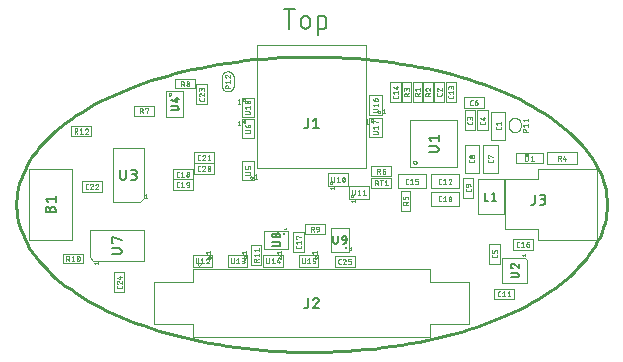
<source format=gtl>
G04 EAGLE Gerber RS-274X export*
G75*
%MOMM*%
%FSLAX34Y34*%
%LPD*%
%IN15_Top Assembly Drawing*%
%IPPOS*%
%AMOC8*
5,1,8,0,0,1.08239X$1,22.5*%
G01*
%ADD10C,0.152400*%
%ADD11C,0.101600*%
%ADD12R,0.400000X0.225000*%
%ADD13C,0.076200*%
%ADD14C,0.100000*%
%ADD15C,0.127000*%
%ADD16C,0.025400*%
%ADD17C,0.282838*%
%ADD18C,0.050800*%
%ADD19C,0.254000*%


D10*
X231278Y273762D02*
X231278Y290018D01*
X235793Y290018D02*
X226762Y290018D01*
X241212Y280987D02*
X241212Y277374D01*
X241213Y280987D02*
X241215Y281106D01*
X241221Y281226D01*
X241231Y281345D01*
X241245Y281463D01*
X241262Y281582D01*
X241284Y281699D01*
X241309Y281816D01*
X241339Y281931D01*
X241372Y282046D01*
X241409Y282160D01*
X241449Y282272D01*
X241494Y282383D01*
X241542Y282492D01*
X241593Y282600D01*
X241648Y282706D01*
X241707Y282810D01*
X241769Y282912D01*
X241834Y283012D01*
X241903Y283110D01*
X241975Y283206D01*
X242050Y283299D01*
X242127Y283389D01*
X242208Y283477D01*
X242292Y283562D01*
X242379Y283644D01*
X242468Y283724D01*
X242560Y283800D01*
X242654Y283874D01*
X242751Y283944D01*
X242849Y284011D01*
X242950Y284075D01*
X243054Y284135D01*
X243159Y284192D01*
X243266Y284245D01*
X243374Y284295D01*
X243484Y284341D01*
X243596Y284383D01*
X243709Y284422D01*
X243823Y284457D01*
X243938Y284488D01*
X244055Y284516D01*
X244172Y284539D01*
X244289Y284559D01*
X244408Y284575D01*
X244527Y284587D01*
X244646Y284595D01*
X244765Y284599D01*
X244885Y284599D01*
X245004Y284595D01*
X245123Y284587D01*
X245242Y284575D01*
X245361Y284559D01*
X245478Y284539D01*
X245595Y284516D01*
X245712Y284488D01*
X245827Y284457D01*
X245941Y284422D01*
X246054Y284383D01*
X246166Y284341D01*
X246276Y284295D01*
X246384Y284245D01*
X246491Y284192D01*
X246596Y284135D01*
X246700Y284075D01*
X246801Y284011D01*
X246899Y283944D01*
X246996Y283874D01*
X247090Y283800D01*
X247182Y283724D01*
X247271Y283644D01*
X247358Y283562D01*
X247442Y283477D01*
X247523Y283389D01*
X247600Y283299D01*
X247675Y283206D01*
X247747Y283110D01*
X247816Y283012D01*
X247881Y282912D01*
X247943Y282810D01*
X248002Y282706D01*
X248057Y282600D01*
X248108Y282492D01*
X248156Y282383D01*
X248201Y282272D01*
X248241Y282160D01*
X248278Y282046D01*
X248311Y281931D01*
X248341Y281816D01*
X248366Y281699D01*
X248388Y281582D01*
X248405Y281463D01*
X248419Y281345D01*
X248429Y281226D01*
X248435Y281106D01*
X248437Y280987D01*
X248437Y277374D01*
X248435Y277255D01*
X248429Y277135D01*
X248419Y277016D01*
X248405Y276898D01*
X248388Y276779D01*
X248366Y276662D01*
X248341Y276545D01*
X248311Y276430D01*
X248278Y276315D01*
X248241Y276201D01*
X248201Y276089D01*
X248156Y275978D01*
X248108Y275869D01*
X248057Y275761D01*
X248002Y275655D01*
X247943Y275551D01*
X247881Y275449D01*
X247816Y275349D01*
X247747Y275251D01*
X247675Y275155D01*
X247600Y275062D01*
X247523Y274972D01*
X247442Y274884D01*
X247358Y274799D01*
X247271Y274717D01*
X247182Y274637D01*
X247090Y274561D01*
X246996Y274487D01*
X246899Y274417D01*
X246801Y274350D01*
X246700Y274286D01*
X246596Y274226D01*
X246491Y274169D01*
X246384Y274116D01*
X246276Y274066D01*
X246166Y274020D01*
X246054Y273978D01*
X245941Y273939D01*
X245827Y273904D01*
X245712Y273873D01*
X245595Y273845D01*
X245478Y273822D01*
X245361Y273802D01*
X245242Y273786D01*
X245123Y273774D01*
X245004Y273766D01*
X244885Y273762D01*
X244765Y273762D01*
X244646Y273766D01*
X244527Y273774D01*
X244408Y273786D01*
X244289Y273802D01*
X244172Y273822D01*
X244055Y273845D01*
X243938Y273873D01*
X243823Y273904D01*
X243709Y273939D01*
X243596Y273978D01*
X243484Y274020D01*
X243374Y274066D01*
X243266Y274116D01*
X243159Y274169D01*
X243054Y274226D01*
X242950Y274286D01*
X242849Y274350D01*
X242751Y274417D01*
X242654Y274487D01*
X242560Y274561D01*
X242468Y274637D01*
X242379Y274717D01*
X242292Y274799D01*
X242208Y274884D01*
X242127Y274972D01*
X242050Y275062D01*
X241975Y275155D01*
X241903Y275251D01*
X241834Y275349D01*
X241769Y275449D01*
X241707Y275551D01*
X241648Y275655D01*
X241593Y275761D01*
X241542Y275869D01*
X241494Y275978D01*
X241449Y276089D01*
X241409Y276201D01*
X241372Y276315D01*
X241339Y276430D01*
X241309Y276545D01*
X241284Y276662D01*
X241262Y276779D01*
X241245Y276898D01*
X241231Y277016D01*
X241221Y277135D01*
X241215Y277255D01*
X241213Y277374D01*
X255354Y284599D02*
X255354Y268343D01*
X255354Y284599D02*
X259869Y284599D01*
X259973Y284597D01*
X260076Y284591D01*
X260180Y284581D01*
X260283Y284567D01*
X260385Y284549D01*
X260486Y284528D01*
X260587Y284502D01*
X260686Y284473D01*
X260785Y284440D01*
X260882Y284403D01*
X260977Y284362D01*
X261071Y284318D01*
X261163Y284270D01*
X261253Y284219D01*
X261342Y284164D01*
X261428Y284106D01*
X261511Y284044D01*
X261593Y283980D01*
X261671Y283912D01*
X261747Y283842D01*
X261821Y283769D01*
X261891Y283692D01*
X261959Y283614D01*
X262023Y283532D01*
X262085Y283449D01*
X262143Y283363D01*
X262198Y283274D01*
X262249Y283184D01*
X262297Y283092D01*
X262341Y282998D01*
X262382Y282903D01*
X262419Y282806D01*
X262452Y282707D01*
X262481Y282608D01*
X262507Y282507D01*
X262528Y282406D01*
X262546Y282304D01*
X262560Y282201D01*
X262570Y282097D01*
X262576Y281994D01*
X262578Y281890D01*
X262578Y276471D01*
X262576Y276370D01*
X262570Y276269D01*
X262561Y276168D01*
X262548Y276067D01*
X262531Y275967D01*
X262510Y275868D01*
X262486Y275770D01*
X262458Y275673D01*
X262426Y275576D01*
X262391Y275481D01*
X262352Y275388D01*
X262310Y275296D01*
X262264Y275205D01*
X262215Y275117D01*
X262163Y275030D01*
X262107Y274945D01*
X262049Y274862D01*
X261987Y274782D01*
X261922Y274704D01*
X261855Y274628D01*
X261785Y274555D01*
X261712Y274485D01*
X261636Y274418D01*
X261558Y274353D01*
X261478Y274291D01*
X261395Y274233D01*
X261310Y274177D01*
X261224Y274125D01*
X261135Y274076D01*
X261044Y274030D01*
X260952Y273988D01*
X260859Y273949D01*
X260764Y273914D01*
X260667Y273882D01*
X260570Y273854D01*
X260472Y273830D01*
X260373Y273809D01*
X260273Y273792D01*
X260172Y273779D01*
X260071Y273770D01*
X259970Y273764D01*
X259869Y273762D01*
X255354Y273762D01*
D11*
X423000Y168000D02*
X423000Y160000D01*
X423000Y168000D02*
X446000Y168000D01*
X446000Y160000D01*
X423000Y160000D01*
D12*
X432500Y166875D03*
D13*
X430938Y166159D02*
X430938Y161841D01*
X430938Y166159D02*
X432138Y166159D01*
X432205Y166157D01*
X432272Y166151D01*
X432339Y166142D01*
X432405Y166129D01*
X432470Y166112D01*
X432534Y166092D01*
X432597Y166068D01*
X432658Y166040D01*
X432718Y166009D01*
X432776Y165975D01*
X432832Y165938D01*
X432886Y165897D01*
X432937Y165854D01*
X432986Y165808D01*
X433032Y165759D01*
X433075Y165708D01*
X433116Y165654D01*
X433153Y165598D01*
X433187Y165540D01*
X433218Y165480D01*
X433246Y165419D01*
X433270Y165356D01*
X433290Y165292D01*
X433307Y165227D01*
X433320Y165161D01*
X433329Y165094D01*
X433335Y165027D01*
X433337Y164960D01*
X433337Y163040D01*
X433335Y162973D01*
X433329Y162906D01*
X433320Y162839D01*
X433307Y162773D01*
X433290Y162708D01*
X433270Y162644D01*
X433246Y162581D01*
X433218Y162520D01*
X433187Y162460D01*
X433153Y162402D01*
X433116Y162346D01*
X433075Y162292D01*
X433032Y162241D01*
X432986Y162192D01*
X432937Y162146D01*
X432886Y162103D01*
X432832Y162062D01*
X432776Y162025D01*
X432718Y161991D01*
X432658Y161960D01*
X432597Y161932D01*
X432534Y161908D01*
X432470Y161888D01*
X432405Y161871D01*
X432339Y161858D01*
X432272Y161849D01*
X432205Y161843D01*
X432138Y161841D01*
X430938Y161841D01*
X435663Y165199D02*
X436862Y166159D01*
X436862Y161841D01*
X435663Y161841D02*
X438062Y161841D01*
D14*
X333500Y156500D02*
X333500Y196500D01*
X373500Y196500D01*
X373500Y156500D01*
X333500Y156500D01*
X336086Y160500D02*
X336088Y160575D01*
X336094Y160649D01*
X336104Y160723D01*
X336117Y160796D01*
X336135Y160869D01*
X336156Y160940D01*
X336181Y161011D01*
X336210Y161080D01*
X336243Y161147D01*
X336279Y161212D01*
X336318Y161276D01*
X336360Y161337D01*
X336406Y161396D01*
X336455Y161453D01*
X336507Y161506D01*
X336561Y161557D01*
X336618Y161606D01*
X336678Y161650D01*
X336740Y161692D01*
X336804Y161731D01*
X336870Y161766D01*
X336937Y161797D01*
X337007Y161825D01*
X337077Y161849D01*
X337149Y161870D01*
X337222Y161886D01*
X337295Y161899D01*
X337370Y161908D01*
X337444Y161913D01*
X337519Y161914D01*
X337593Y161911D01*
X337668Y161904D01*
X337741Y161893D01*
X337815Y161879D01*
X337887Y161860D01*
X337958Y161838D01*
X338028Y161812D01*
X338097Y161782D01*
X338163Y161749D01*
X338228Y161712D01*
X338291Y161672D01*
X338352Y161628D01*
X338410Y161582D01*
X338466Y161532D01*
X338519Y161480D01*
X338570Y161425D01*
X338617Y161367D01*
X338661Y161307D01*
X338702Y161244D01*
X338740Y161180D01*
X338774Y161114D01*
X338805Y161045D01*
X338832Y160976D01*
X338855Y160905D01*
X338874Y160833D01*
X338890Y160760D01*
X338902Y160686D01*
X338910Y160612D01*
X338914Y160537D01*
X338914Y160463D01*
X338910Y160388D01*
X338902Y160314D01*
X338890Y160240D01*
X338874Y160167D01*
X338855Y160095D01*
X338832Y160024D01*
X338805Y159955D01*
X338774Y159886D01*
X338740Y159820D01*
X338702Y159756D01*
X338661Y159693D01*
X338617Y159633D01*
X338570Y159575D01*
X338519Y159520D01*
X338466Y159468D01*
X338410Y159418D01*
X338352Y159372D01*
X338291Y159328D01*
X338228Y159288D01*
X338163Y159251D01*
X338097Y159218D01*
X338028Y159188D01*
X337958Y159162D01*
X337887Y159140D01*
X337815Y159121D01*
X337741Y159107D01*
X337668Y159096D01*
X337593Y159089D01*
X337519Y159086D01*
X337444Y159087D01*
X337370Y159092D01*
X337295Y159101D01*
X337222Y159114D01*
X337149Y159130D01*
X337077Y159151D01*
X337007Y159175D01*
X336937Y159203D01*
X336870Y159234D01*
X336804Y159269D01*
X336740Y159308D01*
X336678Y159350D01*
X336618Y159394D01*
X336561Y159443D01*
X336507Y159494D01*
X336455Y159547D01*
X336406Y159604D01*
X336360Y159663D01*
X336318Y159724D01*
X336279Y159788D01*
X336243Y159853D01*
X336210Y159920D01*
X336181Y159989D01*
X336156Y160060D01*
X336135Y160131D01*
X336117Y160204D01*
X336104Y160277D01*
X336094Y160351D01*
X336088Y160425D01*
X336086Y160500D01*
D10*
X349262Y169496D02*
X355384Y169496D01*
X355480Y169498D01*
X355576Y169504D01*
X355671Y169514D01*
X355766Y169527D01*
X355861Y169545D01*
X355955Y169566D01*
X356047Y169591D01*
X356139Y169620D01*
X356229Y169653D01*
X356318Y169689D01*
X356405Y169729D01*
X356491Y169773D01*
X356575Y169819D01*
X356657Y169870D01*
X356736Y169923D01*
X356814Y169980D01*
X356889Y170040D01*
X356962Y170103D01*
X357031Y170169D01*
X357099Y170237D01*
X357163Y170308D01*
X357224Y170382D01*
X357283Y170459D01*
X357338Y170537D01*
X357390Y170618D01*
X357438Y170701D01*
X357484Y170786D01*
X357525Y170872D01*
X357563Y170960D01*
X357598Y171050D01*
X357629Y171141D01*
X357656Y171233D01*
X357679Y171326D01*
X357698Y171420D01*
X357714Y171515D01*
X357726Y171610D01*
X357734Y171706D01*
X357738Y171802D01*
X357738Y171898D01*
X357734Y171994D01*
X357726Y172090D01*
X357714Y172185D01*
X357698Y172280D01*
X357679Y172374D01*
X357656Y172467D01*
X357629Y172559D01*
X357598Y172650D01*
X357563Y172740D01*
X357525Y172828D01*
X357484Y172914D01*
X357438Y172999D01*
X357390Y173082D01*
X357338Y173163D01*
X357283Y173241D01*
X357224Y173318D01*
X357163Y173392D01*
X357099Y173463D01*
X357031Y173531D01*
X356962Y173597D01*
X356889Y173660D01*
X356814Y173720D01*
X356736Y173777D01*
X356657Y173830D01*
X356575Y173881D01*
X356491Y173927D01*
X356405Y173971D01*
X356318Y174011D01*
X356229Y174047D01*
X356139Y174080D01*
X356047Y174109D01*
X355955Y174134D01*
X355861Y174155D01*
X355766Y174173D01*
X355671Y174186D01*
X355576Y174196D01*
X355480Y174202D01*
X355384Y174204D01*
X349262Y174204D01*
X351146Y178796D02*
X349262Y181150D01*
X357738Y181150D01*
X357738Y178796D02*
X357738Y183504D01*
D11*
X402000Y179500D02*
X414000Y179500D01*
X402000Y179500D02*
X402000Y203500D01*
X414000Y203500D01*
X414000Y179500D01*
D13*
X410119Y189380D02*
X410119Y190322D01*
X410119Y189380D02*
X410117Y189321D01*
X410112Y189262D01*
X410102Y189203D01*
X410089Y189146D01*
X410073Y189089D01*
X410053Y189033D01*
X410029Y188979D01*
X410002Y188926D01*
X409972Y188875D01*
X409939Y188826D01*
X409903Y188780D01*
X409864Y188735D01*
X409822Y188693D01*
X409777Y188654D01*
X409731Y188618D01*
X409682Y188585D01*
X409631Y188555D01*
X409578Y188528D01*
X409524Y188504D01*
X409468Y188484D01*
X409411Y188468D01*
X409354Y188455D01*
X409295Y188445D01*
X409236Y188440D01*
X409177Y188438D01*
X406823Y188438D01*
X406764Y188440D01*
X406705Y188445D01*
X406646Y188455D01*
X406589Y188468D01*
X406532Y188484D01*
X406476Y188504D01*
X406422Y188528D01*
X406369Y188555D01*
X406318Y188585D01*
X406269Y188618D01*
X406223Y188654D01*
X406178Y188693D01*
X406136Y188735D01*
X406097Y188780D01*
X406061Y188826D01*
X406028Y188875D01*
X405998Y188926D01*
X405971Y188979D01*
X405947Y189033D01*
X405927Y189089D01*
X405911Y189146D01*
X405898Y189203D01*
X405888Y189262D01*
X405883Y189321D01*
X405881Y189380D01*
X405881Y190322D01*
X406823Y192207D02*
X405881Y193385D01*
X410119Y193385D01*
X410119Y194562D02*
X410119Y192207D01*
D11*
X362500Y228500D02*
X353500Y228500D01*
X362500Y228500D02*
X362500Y211500D01*
X353500Y211500D01*
X353500Y228500D01*
D13*
X360119Y218822D02*
X360119Y217880D01*
X360117Y217821D01*
X360112Y217762D01*
X360102Y217703D01*
X360089Y217646D01*
X360073Y217589D01*
X360053Y217533D01*
X360029Y217479D01*
X360002Y217426D01*
X359972Y217375D01*
X359939Y217326D01*
X359903Y217280D01*
X359864Y217235D01*
X359822Y217193D01*
X359777Y217154D01*
X359731Y217118D01*
X359682Y217085D01*
X359631Y217055D01*
X359578Y217028D01*
X359524Y217004D01*
X359468Y216984D01*
X359411Y216968D01*
X359354Y216955D01*
X359295Y216945D01*
X359236Y216940D01*
X359177Y216938D01*
X356823Y216938D01*
X356764Y216940D01*
X356705Y216945D01*
X356646Y216955D01*
X356589Y216968D01*
X356532Y216984D01*
X356476Y217004D01*
X356422Y217028D01*
X356369Y217055D01*
X356318Y217085D01*
X356269Y217118D01*
X356223Y217154D01*
X356178Y217193D01*
X356136Y217235D01*
X356097Y217280D01*
X356061Y217326D01*
X356028Y217375D01*
X355998Y217426D01*
X355971Y217479D01*
X355947Y217533D01*
X355927Y217589D01*
X355911Y217646D01*
X355898Y217703D01*
X355888Y217762D01*
X355883Y217821D01*
X355881Y217880D01*
X355881Y218822D01*
X355881Y222002D02*
X355883Y222066D01*
X355889Y222130D01*
X355898Y222193D01*
X355912Y222256D01*
X355929Y222317D01*
X355950Y222378D01*
X355974Y222437D01*
X356002Y222495D01*
X356034Y222550D01*
X356069Y222604D01*
X356107Y222656D01*
X356148Y222705D01*
X356191Y222752D01*
X356238Y222795D01*
X356287Y222836D01*
X356339Y222874D01*
X356393Y222909D01*
X356448Y222941D01*
X356506Y222969D01*
X356565Y222993D01*
X356626Y223014D01*
X356687Y223031D01*
X356750Y223045D01*
X356813Y223054D01*
X356877Y223060D01*
X356941Y223062D01*
X355881Y222002D02*
X355883Y221931D01*
X355888Y221860D01*
X355898Y221789D01*
X355911Y221719D01*
X355927Y221649D01*
X355948Y221581D01*
X355972Y221514D01*
X355999Y221448D01*
X356030Y221384D01*
X356064Y221321D01*
X356101Y221260D01*
X356141Y221201D01*
X356185Y221145D01*
X356231Y221091D01*
X356280Y221039D01*
X356332Y220990D01*
X356386Y220944D01*
X356443Y220900D01*
X356502Y220860D01*
X356562Y220823D01*
X356625Y220789D01*
X356690Y220758D01*
X356755Y220731D01*
X356823Y220707D01*
X357765Y222709D02*
X357718Y222755D01*
X357669Y222799D01*
X357617Y222839D01*
X357563Y222877D01*
X357507Y222911D01*
X357449Y222942D01*
X357389Y222970D01*
X357328Y222994D01*
X357266Y223015D01*
X357202Y223032D01*
X357137Y223045D01*
X357072Y223054D01*
X357007Y223060D01*
X356941Y223062D01*
X357765Y222709D02*
X360119Y220707D01*
X360119Y223062D01*
D11*
X379500Y204500D02*
X388500Y204500D01*
X388500Y187500D01*
X379500Y187500D01*
X379500Y204500D01*
D13*
X386119Y194822D02*
X386119Y193880D01*
X386117Y193821D01*
X386112Y193762D01*
X386102Y193703D01*
X386089Y193646D01*
X386073Y193589D01*
X386053Y193533D01*
X386029Y193479D01*
X386002Y193426D01*
X385972Y193375D01*
X385939Y193326D01*
X385903Y193280D01*
X385864Y193235D01*
X385822Y193193D01*
X385777Y193154D01*
X385731Y193118D01*
X385682Y193085D01*
X385631Y193055D01*
X385578Y193028D01*
X385524Y193004D01*
X385468Y192984D01*
X385411Y192968D01*
X385354Y192955D01*
X385295Y192945D01*
X385236Y192940D01*
X385177Y192938D01*
X382823Y192938D01*
X382764Y192940D01*
X382705Y192945D01*
X382646Y192955D01*
X382589Y192968D01*
X382532Y192984D01*
X382476Y193004D01*
X382422Y193028D01*
X382369Y193055D01*
X382318Y193085D01*
X382269Y193118D01*
X382223Y193154D01*
X382178Y193193D01*
X382136Y193235D01*
X382097Y193280D01*
X382061Y193326D01*
X382028Y193375D01*
X381998Y193426D01*
X381971Y193479D01*
X381947Y193533D01*
X381927Y193589D01*
X381911Y193646D01*
X381898Y193703D01*
X381888Y193762D01*
X381883Y193821D01*
X381881Y193880D01*
X381881Y194822D01*
X386119Y196707D02*
X386119Y197884D01*
X386117Y197951D01*
X386111Y198018D01*
X386102Y198085D01*
X386088Y198151D01*
X386071Y198216D01*
X386051Y198280D01*
X386026Y198342D01*
X385998Y198403D01*
X385967Y198463D01*
X385932Y198520D01*
X385894Y198576D01*
X385853Y198629D01*
X385809Y198680D01*
X385762Y198728D01*
X385713Y198774D01*
X385661Y198816D01*
X385606Y198856D01*
X385550Y198892D01*
X385491Y198925D01*
X385431Y198955D01*
X385369Y198981D01*
X385306Y199003D01*
X385241Y199022D01*
X385176Y199038D01*
X385110Y199049D01*
X385043Y199057D01*
X384976Y199061D01*
X384908Y199061D01*
X384841Y199057D01*
X384774Y199049D01*
X384708Y199038D01*
X384643Y199022D01*
X384578Y199003D01*
X384515Y198981D01*
X384453Y198955D01*
X384393Y198925D01*
X384334Y198892D01*
X384278Y198856D01*
X384223Y198816D01*
X384171Y198774D01*
X384122Y198728D01*
X384075Y198680D01*
X384031Y198629D01*
X383990Y198576D01*
X383952Y198520D01*
X383917Y198463D01*
X383886Y198403D01*
X383858Y198342D01*
X383833Y198280D01*
X383813Y198216D01*
X383796Y198151D01*
X383782Y198085D01*
X383773Y198018D01*
X383767Y197951D01*
X383765Y197884D01*
X381881Y198120D02*
X381881Y196707D01*
X381881Y198120D02*
X381883Y198180D01*
X381889Y198240D01*
X381898Y198300D01*
X381912Y198359D01*
X381929Y198417D01*
X381950Y198474D01*
X381974Y198529D01*
X382002Y198582D01*
X382034Y198634D01*
X382068Y198683D01*
X382106Y198731D01*
X382146Y198775D01*
X382190Y198817D01*
X382236Y198856D01*
X382284Y198893D01*
X382335Y198926D01*
X382387Y198955D01*
X382442Y198981D01*
X382498Y199004D01*
X382555Y199023D01*
X382613Y199038D01*
X382673Y199050D01*
X382733Y199058D01*
X382793Y199062D01*
X382853Y199062D01*
X382913Y199058D01*
X382973Y199050D01*
X383033Y199038D01*
X383091Y199023D01*
X383148Y199004D01*
X383204Y198981D01*
X383259Y198955D01*
X383311Y198926D01*
X383362Y198893D01*
X383410Y198856D01*
X383456Y198817D01*
X383500Y198775D01*
X383540Y198731D01*
X383578Y198683D01*
X383612Y198634D01*
X383644Y198582D01*
X383672Y198529D01*
X383696Y198474D01*
X383717Y198417D01*
X383734Y198359D01*
X383748Y198300D01*
X383757Y198240D01*
X383763Y198180D01*
X383765Y198120D01*
X383765Y197178D01*
D11*
X390000Y187500D02*
X399000Y187500D01*
X390000Y187500D02*
X390000Y204500D01*
X399000Y204500D01*
X399000Y187500D01*
D13*
X396619Y193880D02*
X396619Y194822D01*
X396619Y193880D02*
X396617Y193821D01*
X396612Y193762D01*
X396602Y193703D01*
X396589Y193646D01*
X396573Y193589D01*
X396553Y193533D01*
X396529Y193479D01*
X396502Y193426D01*
X396472Y193375D01*
X396439Y193326D01*
X396403Y193280D01*
X396364Y193235D01*
X396322Y193193D01*
X396277Y193154D01*
X396231Y193118D01*
X396182Y193085D01*
X396131Y193055D01*
X396078Y193028D01*
X396024Y193004D01*
X395968Y192984D01*
X395911Y192968D01*
X395854Y192955D01*
X395795Y192945D01*
X395736Y192940D01*
X395677Y192938D01*
X393323Y192938D01*
X393264Y192940D01*
X393205Y192945D01*
X393146Y192955D01*
X393089Y192968D01*
X393032Y192984D01*
X392976Y193004D01*
X392922Y193028D01*
X392869Y193055D01*
X392818Y193085D01*
X392769Y193118D01*
X392723Y193154D01*
X392678Y193193D01*
X392636Y193235D01*
X392597Y193280D01*
X392561Y193326D01*
X392528Y193375D01*
X392498Y193426D01*
X392471Y193479D01*
X392447Y193533D01*
X392427Y193589D01*
X392411Y193646D01*
X392398Y193703D01*
X392388Y193762D01*
X392383Y193821D01*
X392381Y193880D01*
X392381Y194822D01*
X392381Y197649D02*
X395677Y196707D01*
X395677Y199062D01*
X394735Y198355D02*
X396619Y198355D01*
D11*
X343500Y228500D02*
X335500Y228500D01*
X343500Y228500D02*
X343500Y211500D01*
X335500Y211500D02*
X335500Y228500D01*
X335500Y211500D02*
X343500Y211500D01*
D13*
X341619Y216594D02*
X337381Y216594D01*
X337381Y217771D01*
X337383Y217838D01*
X337389Y217905D01*
X337398Y217972D01*
X337412Y218038D01*
X337429Y218103D01*
X337449Y218167D01*
X337474Y218229D01*
X337502Y218290D01*
X337533Y218350D01*
X337568Y218407D01*
X337606Y218463D01*
X337647Y218516D01*
X337691Y218567D01*
X337738Y218615D01*
X337787Y218661D01*
X337839Y218703D01*
X337894Y218743D01*
X337950Y218779D01*
X338009Y218812D01*
X338069Y218842D01*
X338131Y218868D01*
X338194Y218890D01*
X338259Y218909D01*
X338324Y218925D01*
X338390Y218936D01*
X338457Y218944D01*
X338524Y218948D01*
X338592Y218948D01*
X338659Y218944D01*
X338726Y218936D01*
X338792Y218925D01*
X338857Y218909D01*
X338922Y218890D01*
X338985Y218868D01*
X339047Y218842D01*
X339107Y218812D01*
X339166Y218779D01*
X339222Y218743D01*
X339277Y218703D01*
X339329Y218661D01*
X339378Y218615D01*
X339425Y218567D01*
X339469Y218516D01*
X339510Y218463D01*
X339548Y218407D01*
X339583Y218350D01*
X339614Y218290D01*
X339642Y218229D01*
X339667Y218167D01*
X339687Y218103D01*
X339704Y218038D01*
X339718Y217972D01*
X339727Y217905D01*
X339733Y217838D01*
X339735Y217771D01*
X339735Y216594D01*
X339735Y218007D02*
X341619Y218948D01*
X338323Y221052D02*
X337381Y222229D01*
X341619Y222229D01*
X341619Y221052D02*
X341619Y223406D01*
D11*
X344500Y211500D02*
X352500Y211500D01*
X344500Y211500D02*
X344500Y228500D01*
X352500Y228500D02*
X352500Y211500D01*
X352500Y228500D02*
X344500Y228500D01*
D13*
X346381Y216594D02*
X350619Y216594D01*
X346381Y216594D02*
X346381Y217771D01*
X346383Y217838D01*
X346389Y217905D01*
X346398Y217972D01*
X346412Y218038D01*
X346429Y218103D01*
X346449Y218167D01*
X346474Y218229D01*
X346502Y218290D01*
X346533Y218350D01*
X346568Y218407D01*
X346606Y218463D01*
X346647Y218516D01*
X346691Y218567D01*
X346738Y218615D01*
X346787Y218661D01*
X346839Y218703D01*
X346894Y218743D01*
X346950Y218779D01*
X347009Y218812D01*
X347069Y218842D01*
X347131Y218868D01*
X347194Y218890D01*
X347259Y218909D01*
X347324Y218925D01*
X347390Y218936D01*
X347457Y218944D01*
X347524Y218948D01*
X347592Y218948D01*
X347659Y218944D01*
X347726Y218936D01*
X347792Y218925D01*
X347857Y218909D01*
X347922Y218890D01*
X347985Y218868D01*
X348047Y218842D01*
X348107Y218812D01*
X348166Y218779D01*
X348222Y218743D01*
X348277Y218703D01*
X348329Y218661D01*
X348378Y218615D01*
X348425Y218567D01*
X348469Y218516D01*
X348510Y218463D01*
X348548Y218407D01*
X348583Y218350D01*
X348614Y218290D01*
X348642Y218229D01*
X348667Y218167D01*
X348687Y218103D01*
X348704Y218038D01*
X348718Y217972D01*
X348727Y217905D01*
X348733Y217838D01*
X348735Y217771D01*
X348735Y216594D01*
X348735Y218007D02*
X350619Y218948D01*
X346381Y222347D02*
X346383Y222411D01*
X346389Y222475D01*
X346398Y222538D01*
X346412Y222601D01*
X346429Y222662D01*
X346450Y222723D01*
X346474Y222782D01*
X346502Y222840D01*
X346534Y222895D01*
X346569Y222949D01*
X346607Y223001D01*
X346648Y223050D01*
X346691Y223097D01*
X346738Y223140D01*
X346787Y223181D01*
X346839Y223219D01*
X346893Y223254D01*
X346948Y223286D01*
X347006Y223314D01*
X347065Y223338D01*
X347126Y223359D01*
X347187Y223376D01*
X347250Y223390D01*
X347313Y223399D01*
X347377Y223405D01*
X347441Y223407D01*
X346381Y222347D02*
X346383Y222276D01*
X346388Y222205D01*
X346398Y222134D01*
X346411Y222064D01*
X346427Y221994D01*
X346448Y221926D01*
X346472Y221859D01*
X346499Y221793D01*
X346530Y221729D01*
X346564Y221666D01*
X346601Y221605D01*
X346641Y221546D01*
X346685Y221490D01*
X346731Y221436D01*
X346780Y221384D01*
X346832Y221335D01*
X346886Y221289D01*
X346943Y221245D01*
X347002Y221205D01*
X347062Y221168D01*
X347125Y221134D01*
X347190Y221103D01*
X347255Y221076D01*
X347323Y221052D01*
X348265Y223053D02*
X348218Y223099D01*
X348169Y223143D01*
X348117Y223183D01*
X348063Y223221D01*
X348007Y223255D01*
X347949Y223286D01*
X347889Y223314D01*
X347828Y223338D01*
X347766Y223359D01*
X347702Y223376D01*
X347637Y223389D01*
X347572Y223398D01*
X347507Y223404D01*
X347441Y223406D01*
X348265Y223053D02*
X350619Y221052D01*
X350619Y223406D01*
D11*
X334500Y211500D02*
X326500Y211500D01*
X326500Y228500D01*
X334500Y228500D02*
X334500Y211500D01*
X334500Y228500D02*
X326500Y228500D01*
D13*
X328381Y216594D02*
X332619Y216594D01*
X328381Y216594D02*
X328381Y217771D01*
X328383Y217838D01*
X328389Y217905D01*
X328398Y217972D01*
X328412Y218038D01*
X328429Y218103D01*
X328449Y218167D01*
X328474Y218229D01*
X328502Y218290D01*
X328533Y218350D01*
X328568Y218407D01*
X328606Y218463D01*
X328647Y218516D01*
X328691Y218567D01*
X328738Y218615D01*
X328787Y218661D01*
X328839Y218703D01*
X328894Y218743D01*
X328950Y218779D01*
X329009Y218812D01*
X329069Y218842D01*
X329131Y218868D01*
X329194Y218890D01*
X329259Y218909D01*
X329324Y218925D01*
X329390Y218936D01*
X329457Y218944D01*
X329524Y218948D01*
X329592Y218948D01*
X329659Y218944D01*
X329726Y218936D01*
X329792Y218925D01*
X329857Y218909D01*
X329922Y218890D01*
X329985Y218868D01*
X330047Y218842D01*
X330107Y218812D01*
X330166Y218779D01*
X330222Y218743D01*
X330277Y218703D01*
X330329Y218661D01*
X330378Y218615D01*
X330425Y218567D01*
X330469Y218516D01*
X330510Y218463D01*
X330548Y218407D01*
X330583Y218350D01*
X330614Y218290D01*
X330642Y218229D01*
X330667Y218167D01*
X330687Y218103D01*
X330704Y218038D01*
X330718Y217972D01*
X330727Y217905D01*
X330733Y217838D01*
X330735Y217771D01*
X330735Y216594D01*
X330735Y218007D02*
X332619Y218948D01*
X332619Y221052D02*
X332619Y222229D01*
X332617Y222296D01*
X332611Y222363D01*
X332602Y222430D01*
X332588Y222496D01*
X332571Y222561D01*
X332551Y222625D01*
X332526Y222687D01*
X332498Y222748D01*
X332467Y222808D01*
X332432Y222865D01*
X332394Y222921D01*
X332353Y222974D01*
X332309Y223025D01*
X332262Y223073D01*
X332213Y223119D01*
X332161Y223161D01*
X332106Y223201D01*
X332050Y223237D01*
X331991Y223270D01*
X331931Y223300D01*
X331869Y223326D01*
X331806Y223348D01*
X331741Y223367D01*
X331676Y223383D01*
X331610Y223394D01*
X331543Y223402D01*
X331476Y223406D01*
X331408Y223406D01*
X331341Y223402D01*
X331274Y223394D01*
X331208Y223383D01*
X331143Y223367D01*
X331078Y223348D01*
X331015Y223326D01*
X330953Y223300D01*
X330893Y223270D01*
X330834Y223237D01*
X330778Y223201D01*
X330723Y223161D01*
X330671Y223119D01*
X330622Y223073D01*
X330575Y223025D01*
X330531Y222974D01*
X330490Y222921D01*
X330452Y222865D01*
X330417Y222808D01*
X330386Y222748D01*
X330358Y222687D01*
X330333Y222625D01*
X330313Y222561D01*
X330296Y222496D01*
X330282Y222430D01*
X330273Y222363D01*
X330267Y222296D01*
X330265Y222229D01*
X328381Y222464D02*
X328381Y221052D01*
X328381Y222464D02*
X328383Y222524D01*
X328389Y222584D01*
X328398Y222644D01*
X328412Y222703D01*
X328429Y222761D01*
X328450Y222818D01*
X328474Y222873D01*
X328502Y222926D01*
X328534Y222978D01*
X328568Y223027D01*
X328606Y223075D01*
X328646Y223119D01*
X328690Y223161D01*
X328736Y223200D01*
X328784Y223237D01*
X328835Y223270D01*
X328887Y223299D01*
X328942Y223325D01*
X328998Y223348D01*
X329055Y223367D01*
X329113Y223382D01*
X329173Y223394D01*
X329233Y223402D01*
X329293Y223406D01*
X329353Y223406D01*
X329413Y223402D01*
X329473Y223394D01*
X329533Y223382D01*
X329591Y223367D01*
X329648Y223348D01*
X329704Y223325D01*
X329759Y223299D01*
X329811Y223270D01*
X329862Y223237D01*
X329910Y223200D01*
X329956Y223161D01*
X330000Y223119D01*
X330040Y223075D01*
X330078Y223027D01*
X330112Y222978D01*
X330144Y222926D01*
X330172Y222873D01*
X330196Y222818D01*
X330217Y222761D01*
X330234Y222703D01*
X330248Y222644D01*
X330257Y222584D01*
X330263Y222524D01*
X330265Y222464D01*
X330265Y221523D01*
D11*
X379000Y215500D02*
X379000Y206500D01*
X379000Y215500D02*
X396000Y215500D01*
X396000Y206500D01*
X379000Y206500D01*
D13*
X385380Y208881D02*
X386322Y208881D01*
X385380Y208881D02*
X385321Y208883D01*
X385262Y208888D01*
X385203Y208898D01*
X385146Y208911D01*
X385089Y208927D01*
X385033Y208947D01*
X384979Y208971D01*
X384926Y208998D01*
X384875Y209028D01*
X384826Y209061D01*
X384780Y209097D01*
X384735Y209136D01*
X384693Y209178D01*
X384654Y209223D01*
X384618Y209269D01*
X384585Y209318D01*
X384555Y209369D01*
X384528Y209422D01*
X384504Y209476D01*
X384484Y209532D01*
X384468Y209589D01*
X384455Y209646D01*
X384445Y209705D01*
X384440Y209764D01*
X384438Y209823D01*
X384438Y212177D01*
X384440Y212236D01*
X384445Y212295D01*
X384455Y212354D01*
X384468Y212411D01*
X384484Y212468D01*
X384504Y212524D01*
X384528Y212578D01*
X384555Y212631D01*
X384585Y212682D01*
X384618Y212731D01*
X384654Y212777D01*
X384693Y212822D01*
X384735Y212864D01*
X384780Y212903D01*
X384826Y212939D01*
X384875Y212972D01*
X384926Y213002D01*
X384979Y213029D01*
X385033Y213053D01*
X385089Y213073D01*
X385146Y213089D01*
X385203Y213102D01*
X385262Y213112D01*
X385321Y213117D01*
X385380Y213119D01*
X386322Y213119D01*
X388207Y211235D02*
X389620Y211235D01*
X389620Y211236D02*
X389679Y211234D01*
X389738Y211229D01*
X389797Y211219D01*
X389854Y211206D01*
X389911Y211190D01*
X389967Y211170D01*
X390021Y211146D01*
X390074Y211119D01*
X390125Y211089D01*
X390174Y211056D01*
X390220Y211020D01*
X390265Y210981D01*
X390307Y210939D01*
X390346Y210894D01*
X390382Y210848D01*
X390415Y210799D01*
X390445Y210748D01*
X390472Y210695D01*
X390496Y210641D01*
X390516Y210585D01*
X390532Y210528D01*
X390545Y210471D01*
X390555Y210412D01*
X390560Y210353D01*
X390562Y210294D01*
X390562Y210058D01*
X390560Y209991D01*
X390554Y209924D01*
X390545Y209857D01*
X390531Y209791D01*
X390514Y209726D01*
X390494Y209662D01*
X390469Y209600D01*
X390441Y209539D01*
X390410Y209479D01*
X390375Y209422D01*
X390337Y209366D01*
X390296Y209313D01*
X390252Y209262D01*
X390205Y209214D01*
X390156Y209168D01*
X390104Y209126D01*
X390049Y209086D01*
X389993Y209050D01*
X389934Y209017D01*
X389874Y208987D01*
X389812Y208961D01*
X389749Y208939D01*
X389684Y208920D01*
X389619Y208904D01*
X389553Y208893D01*
X389486Y208885D01*
X389419Y208881D01*
X389351Y208881D01*
X389284Y208885D01*
X389217Y208893D01*
X389151Y208904D01*
X389086Y208920D01*
X389021Y208939D01*
X388958Y208961D01*
X388896Y208987D01*
X388836Y209017D01*
X388777Y209050D01*
X388721Y209086D01*
X388666Y209126D01*
X388614Y209168D01*
X388565Y209214D01*
X388518Y209262D01*
X388474Y209313D01*
X388433Y209366D01*
X388395Y209422D01*
X388360Y209479D01*
X388329Y209539D01*
X388301Y209600D01*
X388276Y209662D01*
X388256Y209726D01*
X388239Y209791D01*
X388225Y209857D01*
X388216Y209924D01*
X388210Y209991D01*
X388208Y210058D01*
X388207Y210058D02*
X388207Y211235D01*
X388209Y211320D01*
X388215Y211404D01*
X388224Y211488D01*
X388237Y211571D01*
X388254Y211654D01*
X388275Y211736D01*
X388299Y211817D01*
X388327Y211897D01*
X388359Y211975D01*
X388394Y212052D01*
X388432Y212128D01*
X388474Y212201D01*
X388519Y212273D01*
X388567Y212342D01*
X388618Y212410D01*
X388672Y212475D01*
X388729Y212537D01*
X388789Y212597D01*
X388851Y212654D01*
X388916Y212708D01*
X388984Y212759D01*
X389053Y212807D01*
X389125Y212852D01*
X389198Y212894D01*
X389274Y212932D01*
X389351Y212967D01*
X389429Y212999D01*
X389509Y213027D01*
X389590Y213051D01*
X389672Y213072D01*
X389755Y213089D01*
X389838Y213102D01*
X389922Y213111D01*
X390006Y213117D01*
X390091Y213119D01*
D11*
X395500Y175500D02*
X407500Y175500D01*
X407500Y151500D01*
X395500Y151500D01*
X395500Y175500D01*
D13*
X403619Y162322D02*
X403619Y161380D01*
X403617Y161321D01*
X403612Y161262D01*
X403602Y161203D01*
X403589Y161146D01*
X403573Y161089D01*
X403553Y161033D01*
X403529Y160979D01*
X403502Y160926D01*
X403472Y160875D01*
X403439Y160826D01*
X403403Y160780D01*
X403364Y160735D01*
X403322Y160693D01*
X403277Y160654D01*
X403231Y160618D01*
X403182Y160585D01*
X403131Y160555D01*
X403078Y160528D01*
X403024Y160504D01*
X402968Y160484D01*
X402911Y160468D01*
X402854Y160455D01*
X402795Y160445D01*
X402736Y160440D01*
X402677Y160438D01*
X400323Y160438D01*
X400264Y160440D01*
X400205Y160445D01*
X400146Y160455D01*
X400089Y160468D01*
X400032Y160484D01*
X399976Y160504D01*
X399922Y160528D01*
X399869Y160555D01*
X399818Y160585D01*
X399769Y160618D01*
X399723Y160654D01*
X399678Y160693D01*
X399636Y160735D01*
X399597Y160780D01*
X399561Y160826D01*
X399528Y160875D01*
X399498Y160926D01*
X399471Y160979D01*
X399447Y161033D01*
X399427Y161089D01*
X399411Y161146D01*
X399398Y161203D01*
X399388Y161262D01*
X399383Y161321D01*
X399381Y161380D01*
X399381Y162322D01*
X399381Y164207D02*
X399852Y164207D01*
X399381Y164207D02*
X399381Y166562D01*
X403619Y165384D01*
D11*
X391500Y175500D02*
X379500Y175500D01*
X391500Y175500D02*
X391500Y151500D01*
X379500Y151500D01*
X379500Y175500D01*
D13*
X387619Y162322D02*
X387619Y161380D01*
X387617Y161321D01*
X387612Y161262D01*
X387602Y161203D01*
X387589Y161146D01*
X387573Y161089D01*
X387553Y161033D01*
X387529Y160979D01*
X387502Y160926D01*
X387472Y160875D01*
X387439Y160826D01*
X387403Y160780D01*
X387364Y160735D01*
X387322Y160693D01*
X387277Y160654D01*
X387231Y160618D01*
X387182Y160585D01*
X387131Y160555D01*
X387078Y160528D01*
X387024Y160504D01*
X386968Y160484D01*
X386911Y160468D01*
X386854Y160455D01*
X386795Y160445D01*
X386736Y160440D01*
X386677Y160438D01*
X384323Y160438D01*
X384264Y160440D01*
X384205Y160445D01*
X384146Y160455D01*
X384089Y160468D01*
X384032Y160484D01*
X383976Y160504D01*
X383922Y160528D01*
X383869Y160555D01*
X383818Y160585D01*
X383769Y160618D01*
X383723Y160654D01*
X383678Y160693D01*
X383636Y160735D01*
X383597Y160780D01*
X383561Y160826D01*
X383528Y160875D01*
X383498Y160926D01*
X383471Y160979D01*
X383447Y161033D01*
X383427Y161089D01*
X383411Y161146D01*
X383398Y161203D01*
X383388Y161262D01*
X383383Y161321D01*
X383381Y161380D01*
X383381Y162322D01*
X386442Y164207D02*
X386375Y164209D01*
X386308Y164215D01*
X386241Y164224D01*
X386175Y164238D01*
X386110Y164255D01*
X386046Y164275D01*
X385984Y164300D01*
X385923Y164328D01*
X385863Y164359D01*
X385806Y164394D01*
X385750Y164432D01*
X385697Y164473D01*
X385646Y164517D01*
X385598Y164564D01*
X385552Y164613D01*
X385510Y164665D01*
X385470Y164720D01*
X385434Y164776D01*
X385401Y164835D01*
X385371Y164895D01*
X385345Y164957D01*
X385323Y165020D01*
X385304Y165085D01*
X385288Y165150D01*
X385277Y165216D01*
X385269Y165283D01*
X385265Y165350D01*
X385265Y165418D01*
X385269Y165485D01*
X385277Y165552D01*
X385288Y165618D01*
X385304Y165683D01*
X385323Y165748D01*
X385345Y165811D01*
X385371Y165873D01*
X385401Y165933D01*
X385434Y165992D01*
X385470Y166048D01*
X385510Y166103D01*
X385552Y166155D01*
X385598Y166204D01*
X385646Y166251D01*
X385697Y166295D01*
X385750Y166336D01*
X385806Y166374D01*
X385863Y166409D01*
X385923Y166440D01*
X385984Y166468D01*
X386046Y166493D01*
X386110Y166513D01*
X386175Y166530D01*
X386241Y166544D01*
X386308Y166553D01*
X386375Y166559D01*
X386442Y166561D01*
X386509Y166559D01*
X386576Y166553D01*
X386643Y166544D01*
X386709Y166530D01*
X386774Y166513D01*
X386838Y166493D01*
X386900Y166468D01*
X386961Y166440D01*
X387021Y166409D01*
X387078Y166374D01*
X387134Y166336D01*
X387187Y166295D01*
X387238Y166251D01*
X387286Y166204D01*
X387332Y166155D01*
X387374Y166103D01*
X387414Y166048D01*
X387450Y165992D01*
X387483Y165933D01*
X387513Y165873D01*
X387539Y165811D01*
X387561Y165748D01*
X387580Y165683D01*
X387596Y165618D01*
X387607Y165552D01*
X387615Y165485D01*
X387619Y165418D01*
X387619Y165350D01*
X387615Y165283D01*
X387607Y165216D01*
X387596Y165150D01*
X387580Y165085D01*
X387561Y165020D01*
X387539Y164957D01*
X387513Y164895D01*
X387483Y164835D01*
X387450Y164776D01*
X387414Y164720D01*
X387374Y164665D01*
X387332Y164613D01*
X387286Y164564D01*
X387238Y164517D01*
X387187Y164473D01*
X387134Y164432D01*
X387078Y164394D01*
X387021Y164359D01*
X386961Y164328D01*
X386900Y164300D01*
X386838Y164275D01*
X386774Y164255D01*
X386709Y164238D01*
X386643Y164224D01*
X386576Y164215D01*
X386509Y164209D01*
X386442Y164207D01*
X384323Y164442D02*
X384263Y164444D01*
X384203Y164450D01*
X384143Y164459D01*
X384084Y164473D01*
X384026Y164490D01*
X383969Y164511D01*
X383914Y164535D01*
X383861Y164563D01*
X383809Y164595D01*
X383760Y164629D01*
X383712Y164667D01*
X383668Y164707D01*
X383626Y164751D01*
X383587Y164797D01*
X383550Y164845D01*
X383517Y164896D01*
X383488Y164948D01*
X383462Y165003D01*
X383439Y165059D01*
X383420Y165116D01*
X383405Y165174D01*
X383393Y165234D01*
X383385Y165294D01*
X383381Y165354D01*
X383381Y165414D01*
X383385Y165474D01*
X383393Y165534D01*
X383405Y165594D01*
X383420Y165652D01*
X383439Y165709D01*
X383462Y165765D01*
X383488Y165820D01*
X383517Y165872D01*
X383550Y165923D01*
X383587Y165971D01*
X383626Y166017D01*
X383668Y166061D01*
X383712Y166101D01*
X383760Y166139D01*
X383809Y166173D01*
X383861Y166205D01*
X383914Y166233D01*
X383969Y166257D01*
X384026Y166278D01*
X384084Y166295D01*
X384143Y166309D01*
X384203Y166318D01*
X384263Y166324D01*
X384323Y166326D01*
X384383Y166324D01*
X384443Y166318D01*
X384503Y166309D01*
X384562Y166295D01*
X384620Y166278D01*
X384677Y166257D01*
X384732Y166233D01*
X384785Y166205D01*
X384837Y166173D01*
X384886Y166139D01*
X384934Y166101D01*
X384978Y166061D01*
X385020Y166017D01*
X385059Y165971D01*
X385096Y165923D01*
X385129Y165872D01*
X385158Y165820D01*
X385184Y165765D01*
X385207Y165709D01*
X385226Y165652D01*
X385241Y165594D01*
X385253Y165534D01*
X385261Y165474D01*
X385265Y165414D01*
X385265Y165354D01*
X385261Y165294D01*
X385253Y165234D01*
X385241Y165174D01*
X385226Y165116D01*
X385207Y165059D01*
X385184Y165003D01*
X385158Y164948D01*
X385129Y164896D01*
X385096Y164845D01*
X385059Y164797D01*
X385020Y164751D01*
X384978Y164707D01*
X384934Y164667D01*
X384886Y164629D01*
X384837Y164595D01*
X384785Y164563D01*
X384732Y164535D01*
X384677Y164511D01*
X384620Y164490D01*
X384562Y164473D01*
X384503Y164459D01*
X384443Y164450D01*
X384383Y164444D01*
X384323Y164442D01*
D11*
X387000Y130500D02*
X378000Y130500D01*
X378000Y147500D01*
X387000Y147500D01*
X387000Y130500D01*
D13*
X384619Y136880D02*
X384619Y137822D01*
X384619Y136880D02*
X384617Y136821D01*
X384612Y136762D01*
X384602Y136703D01*
X384589Y136646D01*
X384573Y136589D01*
X384553Y136533D01*
X384529Y136479D01*
X384502Y136426D01*
X384472Y136375D01*
X384439Y136326D01*
X384403Y136280D01*
X384364Y136235D01*
X384322Y136193D01*
X384277Y136154D01*
X384231Y136118D01*
X384182Y136085D01*
X384131Y136055D01*
X384078Y136028D01*
X384024Y136004D01*
X383968Y135984D01*
X383911Y135968D01*
X383854Y135955D01*
X383795Y135945D01*
X383736Y135940D01*
X383677Y135938D01*
X381323Y135938D01*
X381264Y135940D01*
X381205Y135945D01*
X381146Y135955D01*
X381089Y135968D01*
X381032Y135984D01*
X380976Y136004D01*
X380922Y136028D01*
X380869Y136055D01*
X380818Y136085D01*
X380769Y136118D01*
X380723Y136154D01*
X380678Y136193D01*
X380636Y136235D01*
X380597Y136280D01*
X380561Y136326D01*
X380528Y136375D01*
X380498Y136426D01*
X380471Y136479D01*
X380447Y136533D01*
X380427Y136589D01*
X380411Y136646D01*
X380398Y136703D01*
X380388Y136762D01*
X380383Y136821D01*
X380381Y136880D01*
X380381Y137822D01*
X382735Y140649D02*
X382735Y142062D01*
X382736Y140649D02*
X382734Y140590D01*
X382729Y140531D01*
X382719Y140472D01*
X382706Y140415D01*
X382690Y140358D01*
X382670Y140302D01*
X382646Y140248D01*
X382619Y140195D01*
X382589Y140144D01*
X382556Y140095D01*
X382520Y140049D01*
X382481Y140004D01*
X382439Y139962D01*
X382394Y139923D01*
X382348Y139887D01*
X382299Y139854D01*
X382248Y139824D01*
X382195Y139797D01*
X382141Y139773D01*
X382085Y139753D01*
X382028Y139737D01*
X381971Y139724D01*
X381912Y139714D01*
X381853Y139709D01*
X381794Y139707D01*
X381558Y139707D01*
X381558Y139708D02*
X381491Y139710D01*
X381424Y139716D01*
X381357Y139725D01*
X381291Y139739D01*
X381226Y139756D01*
X381162Y139776D01*
X381100Y139801D01*
X381039Y139829D01*
X380979Y139860D01*
X380922Y139895D01*
X380866Y139933D01*
X380813Y139974D01*
X380762Y140018D01*
X380714Y140065D01*
X380668Y140114D01*
X380626Y140166D01*
X380586Y140221D01*
X380550Y140277D01*
X380517Y140336D01*
X380487Y140396D01*
X380461Y140458D01*
X380439Y140521D01*
X380420Y140586D01*
X380404Y140651D01*
X380393Y140717D01*
X380385Y140784D01*
X380381Y140851D01*
X380381Y140919D01*
X380385Y140986D01*
X380393Y141053D01*
X380404Y141119D01*
X380420Y141184D01*
X380439Y141249D01*
X380461Y141312D01*
X380487Y141374D01*
X380517Y141434D01*
X380550Y141493D01*
X380586Y141549D01*
X380626Y141604D01*
X380668Y141656D01*
X380714Y141705D01*
X380762Y141752D01*
X380813Y141796D01*
X380866Y141837D01*
X380922Y141875D01*
X380979Y141910D01*
X381039Y141941D01*
X381100Y141969D01*
X381162Y141994D01*
X381226Y142014D01*
X381291Y142031D01*
X381357Y142045D01*
X381424Y142054D01*
X381491Y142060D01*
X381558Y142062D01*
X382735Y142062D01*
X382820Y142060D01*
X382904Y142054D01*
X382988Y142045D01*
X383071Y142032D01*
X383154Y142015D01*
X383236Y141994D01*
X383317Y141970D01*
X383397Y141942D01*
X383475Y141910D01*
X383552Y141875D01*
X383628Y141837D01*
X383701Y141795D01*
X383773Y141750D01*
X383842Y141702D01*
X383910Y141651D01*
X383975Y141597D01*
X384037Y141540D01*
X384097Y141480D01*
X384154Y141418D01*
X384208Y141353D01*
X384259Y141285D01*
X384307Y141216D01*
X384352Y141144D01*
X384394Y141071D01*
X384432Y140995D01*
X384467Y140918D01*
X384499Y140840D01*
X384527Y140760D01*
X384551Y140679D01*
X384572Y140597D01*
X384589Y140514D01*
X384602Y140431D01*
X384611Y140347D01*
X384617Y140262D01*
X384619Y140178D01*
D11*
X351000Y135500D02*
X351000Y123500D01*
X351000Y135500D02*
X375000Y135500D01*
X375000Y123500D01*
X351000Y123500D01*
D13*
X358630Y127381D02*
X359572Y127381D01*
X358630Y127381D02*
X358571Y127383D01*
X358512Y127388D01*
X358453Y127398D01*
X358396Y127411D01*
X358339Y127427D01*
X358283Y127447D01*
X358229Y127471D01*
X358176Y127498D01*
X358125Y127528D01*
X358076Y127561D01*
X358030Y127597D01*
X357985Y127636D01*
X357943Y127678D01*
X357904Y127723D01*
X357868Y127769D01*
X357835Y127818D01*
X357805Y127869D01*
X357778Y127922D01*
X357754Y127976D01*
X357734Y128032D01*
X357718Y128089D01*
X357705Y128146D01*
X357695Y128205D01*
X357690Y128264D01*
X357688Y128323D01*
X357688Y130677D01*
X357690Y130736D01*
X357695Y130795D01*
X357705Y130854D01*
X357718Y130911D01*
X357734Y130968D01*
X357754Y131024D01*
X357778Y131078D01*
X357805Y131131D01*
X357835Y131182D01*
X357868Y131231D01*
X357904Y131277D01*
X357943Y131322D01*
X357985Y131364D01*
X358030Y131403D01*
X358076Y131439D01*
X358125Y131472D01*
X358176Y131502D01*
X358229Y131529D01*
X358283Y131553D01*
X358339Y131573D01*
X358396Y131589D01*
X358453Y131602D01*
X358512Y131612D01*
X358571Y131617D01*
X358630Y131619D01*
X359572Y131619D01*
X361457Y130677D02*
X362635Y131619D01*
X362635Y127381D01*
X363812Y127381D02*
X361457Y127381D01*
X365958Y129500D02*
X365960Y129613D01*
X365965Y129726D01*
X365974Y129839D01*
X365987Y129951D01*
X366004Y130063D01*
X366024Y130175D01*
X366047Y130285D01*
X366075Y130395D01*
X366105Y130504D01*
X366140Y130612D01*
X366177Y130718D01*
X366219Y130824D01*
X366263Y130928D01*
X366311Y131030D01*
X366331Y131084D01*
X366355Y131135D01*
X366382Y131185D01*
X366412Y131234D01*
X366445Y131280D01*
X366481Y131324D01*
X366520Y131365D01*
X366562Y131404D01*
X366606Y131440D01*
X366652Y131473D01*
X366700Y131503D01*
X366751Y131530D01*
X366802Y131553D01*
X366856Y131573D01*
X366910Y131589D01*
X366965Y131602D01*
X367022Y131612D01*
X367078Y131617D01*
X367135Y131619D01*
X367192Y131617D01*
X367248Y131612D01*
X367305Y131602D01*
X367360Y131589D01*
X367414Y131573D01*
X367468Y131553D01*
X367519Y131530D01*
X367570Y131503D01*
X367618Y131473D01*
X367664Y131440D01*
X367708Y131404D01*
X367750Y131365D01*
X367789Y131324D01*
X367825Y131280D01*
X367858Y131234D01*
X367888Y131185D01*
X367915Y131135D01*
X367939Y131084D01*
X367959Y131030D01*
X368007Y130928D01*
X368051Y130824D01*
X368093Y130718D01*
X368130Y130612D01*
X368165Y130504D01*
X368195Y130395D01*
X368223Y130285D01*
X368246Y130175D01*
X368266Y130063D01*
X368283Y129951D01*
X368296Y129839D01*
X368305Y129726D01*
X368310Y129613D01*
X368312Y129500D01*
X365957Y129500D02*
X365959Y129387D01*
X365964Y129274D01*
X365973Y129161D01*
X365986Y129049D01*
X366003Y128937D01*
X366023Y128825D01*
X366046Y128715D01*
X366074Y128605D01*
X366104Y128496D01*
X366139Y128388D01*
X366176Y128281D01*
X366218Y128176D01*
X366262Y128072D01*
X366310Y127969D01*
X366311Y127969D02*
X366331Y127916D01*
X366355Y127865D01*
X366382Y127815D01*
X366412Y127766D01*
X366445Y127720D01*
X366481Y127676D01*
X366520Y127635D01*
X366562Y127596D01*
X366606Y127560D01*
X366652Y127527D01*
X366700Y127497D01*
X366751Y127470D01*
X366802Y127447D01*
X366856Y127427D01*
X366910Y127411D01*
X366965Y127398D01*
X367022Y127388D01*
X367078Y127383D01*
X367135Y127381D01*
X367958Y127970D02*
X368006Y128072D01*
X368050Y128176D01*
X368092Y128282D01*
X368129Y128388D01*
X368164Y128496D01*
X368194Y128605D01*
X368222Y128715D01*
X368245Y128825D01*
X368265Y128937D01*
X368282Y129049D01*
X368295Y129161D01*
X368304Y129274D01*
X368309Y129387D01*
X368311Y129500D01*
X367959Y127970D02*
X367939Y127916D01*
X367915Y127865D01*
X367888Y127815D01*
X367858Y127766D01*
X367825Y127720D01*
X367789Y127676D01*
X367750Y127635D01*
X367708Y127596D01*
X367664Y127560D01*
X367618Y127527D01*
X367570Y127497D01*
X367519Y127470D01*
X367468Y127447D01*
X367414Y127427D01*
X367360Y127411D01*
X367305Y127398D01*
X367248Y127388D01*
X367192Y127383D01*
X367135Y127381D01*
X366193Y128323D02*
X368076Y130677D01*
D11*
X351000Y138500D02*
X351000Y150500D01*
X375000Y150500D01*
X375000Y138500D01*
X351000Y138500D01*
D13*
X358630Y142381D02*
X359572Y142381D01*
X358630Y142381D02*
X358571Y142383D01*
X358512Y142388D01*
X358453Y142398D01*
X358396Y142411D01*
X358339Y142427D01*
X358283Y142447D01*
X358229Y142471D01*
X358176Y142498D01*
X358125Y142528D01*
X358076Y142561D01*
X358030Y142597D01*
X357985Y142636D01*
X357943Y142678D01*
X357904Y142723D01*
X357868Y142769D01*
X357835Y142818D01*
X357805Y142869D01*
X357778Y142922D01*
X357754Y142976D01*
X357734Y143032D01*
X357718Y143089D01*
X357705Y143146D01*
X357695Y143205D01*
X357690Y143264D01*
X357688Y143323D01*
X357688Y145677D01*
X357690Y145736D01*
X357695Y145795D01*
X357705Y145854D01*
X357718Y145911D01*
X357734Y145968D01*
X357754Y146024D01*
X357778Y146078D01*
X357805Y146131D01*
X357835Y146182D01*
X357868Y146231D01*
X357904Y146277D01*
X357943Y146322D01*
X357985Y146364D01*
X358030Y146403D01*
X358076Y146439D01*
X358125Y146472D01*
X358176Y146502D01*
X358229Y146529D01*
X358283Y146553D01*
X358339Y146573D01*
X358396Y146589D01*
X358453Y146602D01*
X358512Y146612D01*
X358571Y146617D01*
X358630Y146619D01*
X359572Y146619D01*
X361457Y145677D02*
X362635Y146619D01*
X362635Y142381D01*
X363812Y142381D02*
X361457Y142381D01*
X367252Y146620D02*
X367316Y146618D01*
X367380Y146612D01*
X367443Y146603D01*
X367506Y146589D01*
X367567Y146572D01*
X367628Y146551D01*
X367687Y146527D01*
X367745Y146499D01*
X367800Y146467D01*
X367854Y146432D01*
X367906Y146394D01*
X367955Y146353D01*
X368002Y146310D01*
X368045Y146263D01*
X368086Y146214D01*
X368124Y146162D01*
X368159Y146108D01*
X368191Y146053D01*
X368219Y145995D01*
X368243Y145936D01*
X368264Y145875D01*
X368281Y145814D01*
X368295Y145751D01*
X368304Y145688D01*
X368310Y145624D01*
X368312Y145560D01*
X367252Y146619D02*
X367181Y146617D01*
X367110Y146612D01*
X367039Y146602D01*
X366969Y146589D01*
X366899Y146573D01*
X366831Y146552D01*
X366764Y146528D01*
X366698Y146501D01*
X366634Y146470D01*
X366571Y146436D01*
X366510Y146399D01*
X366451Y146359D01*
X366395Y146315D01*
X366341Y146269D01*
X366289Y146220D01*
X366240Y146168D01*
X366194Y146114D01*
X366150Y146057D01*
X366110Y145998D01*
X366073Y145938D01*
X366039Y145875D01*
X366008Y145810D01*
X365981Y145745D01*
X365957Y145677D01*
X367959Y144736D02*
X368005Y144783D01*
X368049Y144832D01*
X368089Y144884D01*
X368127Y144938D01*
X368161Y144994D01*
X368192Y145052D01*
X368220Y145112D01*
X368244Y145173D01*
X368265Y145235D01*
X368282Y145299D01*
X368295Y145364D01*
X368304Y145429D01*
X368310Y145494D01*
X368312Y145560D01*
X367959Y144735D02*
X365957Y142381D01*
X368312Y142381D01*
D11*
X372500Y211500D02*
X363500Y211500D01*
X363500Y228500D01*
X372500Y228500D01*
X372500Y211500D01*
D13*
X370119Y215630D02*
X370119Y216572D01*
X370119Y215630D02*
X370117Y215571D01*
X370112Y215512D01*
X370102Y215453D01*
X370089Y215396D01*
X370073Y215339D01*
X370053Y215283D01*
X370029Y215229D01*
X370002Y215176D01*
X369972Y215125D01*
X369939Y215076D01*
X369903Y215030D01*
X369864Y214985D01*
X369822Y214943D01*
X369777Y214904D01*
X369731Y214868D01*
X369682Y214835D01*
X369631Y214805D01*
X369578Y214778D01*
X369524Y214754D01*
X369468Y214734D01*
X369411Y214718D01*
X369354Y214705D01*
X369295Y214695D01*
X369236Y214690D01*
X369177Y214688D01*
X366823Y214688D01*
X366764Y214690D01*
X366705Y214695D01*
X366646Y214705D01*
X366589Y214718D01*
X366532Y214734D01*
X366476Y214754D01*
X366422Y214778D01*
X366369Y214805D01*
X366318Y214835D01*
X366269Y214868D01*
X366223Y214904D01*
X366178Y214943D01*
X366136Y214985D01*
X366097Y215030D01*
X366061Y215076D01*
X366028Y215125D01*
X365998Y215176D01*
X365971Y215229D01*
X365947Y215283D01*
X365927Y215339D01*
X365911Y215396D01*
X365898Y215453D01*
X365888Y215512D01*
X365883Y215571D01*
X365881Y215630D01*
X365881Y216572D01*
X366823Y218457D02*
X365881Y219635D01*
X370119Y219635D01*
X370119Y220812D02*
X370119Y218457D01*
X370119Y222957D02*
X370119Y224135D01*
X370117Y224202D01*
X370111Y224269D01*
X370102Y224336D01*
X370088Y224402D01*
X370071Y224467D01*
X370051Y224531D01*
X370026Y224593D01*
X369998Y224654D01*
X369967Y224714D01*
X369932Y224771D01*
X369894Y224827D01*
X369853Y224880D01*
X369809Y224931D01*
X369762Y224979D01*
X369713Y225025D01*
X369661Y225067D01*
X369606Y225107D01*
X369550Y225143D01*
X369491Y225176D01*
X369431Y225206D01*
X369369Y225232D01*
X369306Y225254D01*
X369241Y225273D01*
X369176Y225289D01*
X369110Y225300D01*
X369043Y225308D01*
X368976Y225312D01*
X368908Y225312D01*
X368841Y225308D01*
X368774Y225300D01*
X368708Y225289D01*
X368643Y225273D01*
X368578Y225254D01*
X368515Y225232D01*
X368453Y225206D01*
X368393Y225176D01*
X368334Y225143D01*
X368278Y225107D01*
X368223Y225067D01*
X368171Y225025D01*
X368122Y224979D01*
X368075Y224931D01*
X368031Y224880D01*
X367990Y224827D01*
X367952Y224771D01*
X367917Y224714D01*
X367886Y224654D01*
X367858Y224593D01*
X367833Y224531D01*
X367813Y224467D01*
X367796Y224402D01*
X367782Y224336D01*
X367773Y224269D01*
X367767Y224202D01*
X367765Y224135D01*
X365881Y224370D02*
X365881Y222957D01*
X365881Y224370D02*
X365883Y224430D01*
X365889Y224490D01*
X365898Y224550D01*
X365912Y224609D01*
X365929Y224667D01*
X365950Y224724D01*
X365974Y224779D01*
X366002Y224832D01*
X366034Y224884D01*
X366068Y224933D01*
X366106Y224981D01*
X366146Y225025D01*
X366190Y225067D01*
X366236Y225106D01*
X366284Y225143D01*
X366335Y225176D01*
X366387Y225205D01*
X366442Y225231D01*
X366498Y225254D01*
X366555Y225273D01*
X366613Y225288D01*
X366673Y225300D01*
X366733Y225308D01*
X366793Y225312D01*
X366853Y225312D01*
X366913Y225308D01*
X366973Y225300D01*
X367033Y225288D01*
X367091Y225273D01*
X367148Y225254D01*
X367204Y225231D01*
X367259Y225205D01*
X367311Y225176D01*
X367362Y225143D01*
X367410Y225106D01*
X367456Y225067D01*
X367500Y225025D01*
X367540Y224981D01*
X367578Y224933D01*
X367612Y224884D01*
X367644Y224832D01*
X367672Y224779D01*
X367696Y224724D01*
X367717Y224667D01*
X367734Y224609D01*
X367748Y224550D01*
X367757Y224490D01*
X367763Y224430D01*
X367765Y224370D01*
X367765Y223428D01*
D11*
X325500Y211500D02*
X316500Y211500D01*
X316500Y228500D01*
X325500Y228500D01*
X325500Y211500D01*
D13*
X323119Y215630D02*
X323119Y216572D01*
X323119Y215630D02*
X323117Y215571D01*
X323112Y215512D01*
X323102Y215453D01*
X323089Y215396D01*
X323073Y215339D01*
X323053Y215283D01*
X323029Y215229D01*
X323002Y215176D01*
X322972Y215125D01*
X322939Y215076D01*
X322903Y215030D01*
X322864Y214985D01*
X322822Y214943D01*
X322777Y214904D01*
X322731Y214868D01*
X322682Y214835D01*
X322631Y214805D01*
X322578Y214778D01*
X322524Y214754D01*
X322468Y214734D01*
X322411Y214718D01*
X322354Y214705D01*
X322295Y214695D01*
X322236Y214690D01*
X322177Y214688D01*
X319823Y214688D01*
X319764Y214690D01*
X319705Y214695D01*
X319646Y214705D01*
X319589Y214718D01*
X319532Y214734D01*
X319476Y214754D01*
X319422Y214778D01*
X319369Y214805D01*
X319318Y214835D01*
X319269Y214868D01*
X319223Y214904D01*
X319178Y214943D01*
X319136Y214985D01*
X319097Y215030D01*
X319061Y215076D01*
X319028Y215125D01*
X318998Y215176D01*
X318971Y215229D01*
X318947Y215283D01*
X318927Y215339D01*
X318911Y215396D01*
X318898Y215453D01*
X318888Y215512D01*
X318883Y215571D01*
X318881Y215630D01*
X318881Y216572D01*
X319823Y218457D02*
X318881Y219635D01*
X323119Y219635D01*
X323119Y220812D02*
X323119Y218457D01*
X322177Y222957D02*
X318881Y223899D01*
X322177Y222957D02*
X322177Y225312D01*
X321235Y224605D02*
X323119Y224605D01*
D11*
X347000Y150500D02*
X347000Y138500D01*
X323000Y138500D01*
X323000Y150500D01*
X347000Y150500D01*
D13*
X331572Y142381D02*
X330630Y142381D01*
X330571Y142383D01*
X330512Y142388D01*
X330453Y142398D01*
X330396Y142411D01*
X330339Y142427D01*
X330283Y142447D01*
X330229Y142471D01*
X330176Y142498D01*
X330125Y142528D01*
X330076Y142561D01*
X330030Y142597D01*
X329985Y142636D01*
X329943Y142678D01*
X329904Y142723D01*
X329868Y142769D01*
X329835Y142818D01*
X329805Y142869D01*
X329778Y142922D01*
X329754Y142976D01*
X329734Y143032D01*
X329718Y143089D01*
X329705Y143146D01*
X329695Y143205D01*
X329690Y143264D01*
X329688Y143323D01*
X329688Y145677D01*
X329690Y145736D01*
X329695Y145795D01*
X329705Y145854D01*
X329718Y145911D01*
X329734Y145968D01*
X329754Y146024D01*
X329778Y146078D01*
X329805Y146131D01*
X329835Y146182D01*
X329868Y146231D01*
X329904Y146277D01*
X329943Y146322D01*
X329985Y146364D01*
X330030Y146403D01*
X330076Y146439D01*
X330125Y146472D01*
X330176Y146502D01*
X330229Y146529D01*
X330283Y146553D01*
X330339Y146573D01*
X330396Y146589D01*
X330453Y146602D01*
X330512Y146612D01*
X330571Y146617D01*
X330630Y146619D01*
X331572Y146619D01*
X333457Y145677D02*
X334634Y146619D01*
X334634Y142381D01*
X333457Y142381D02*
X335812Y142381D01*
X337957Y142381D02*
X339370Y142381D01*
X339429Y142383D01*
X339488Y142388D01*
X339547Y142398D01*
X339604Y142411D01*
X339661Y142427D01*
X339717Y142447D01*
X339771Y142471D01*
X339824Y142498D01*
X339875Y142528D01*
X339924Y142561D01*
X339970Y142597D01*
X340015Y142636D01*
X340057Y142678D01*
X340096Y142723D01*
X340132Y142769D01*
X340165Y142818D01*
X340195Y142869D01*
X340222Y142922D01*
X340246Y142976D01*
X340266Y143032D01*
X340282Y143089D01*
X340295Y143146D01*
X340305Y143205D01*
X340310Y143264D01*
X340312Y143323D01*
X340312Y143794D01*
X340310Y143853D01*
X340305Y143912D01*
X340295Y143971D01*
X340282Y144028D01*
X340266Y144085D01*
X340246Y144141D01*
X340222Y144195D01*
X340195Y144248D01*
X340165Y144299D01*
X340132Y144348D01*
X340096Y144394D01*
X340057Y144439D01*
X340015Y144481D01*
X339970Y144520D01*
X339924Y144556D01*
X339875Y144589D01*
X339824Y144619D01*
X339771Y144646D01*
X339717Y144670D01*
X339661Y144690D01*
X339604Y144706D01*
X339547Y144719D01*
X339488Y144729D01*
X339429Y144734D01*
X339370Y144736D01*
X339370Y144735D02*
X337957Y144735D01*
X337957Y146619D01*
X340312Y146619D01*
D11*
X317500Y149000D02*
X317500Y157000D01*
X317500Y149000D02*
X300500Y149000D01*
X300500Y157000D02*
X317500Y157000D01*
X300500Y157000D02*
X300500Y149000D01*
D13*
X305594Y150881D02*
X305594Y155119D01*
X306771Y155119D01*
X306838Y155117D01*
X306905Y155111D01*
X306972Y155102D01*
X307038Y155088D01*
X307103Y155071D01*
X307167Y155051D01*
X307229Y155026D01*
X307290Y154998D01*
X307350Y154967D01*
X307407Y154932D01*
X307463Y154894D01*
X307516Y154853D01*
X307567Y154809D01*
X307615Y154762D01*
X307661Y154713D01*
X307703Y154661D01*
X307743Y154606D01*
X307779Y154550D01*
X307812Y154491D01*
X307842Y154431D01*
X307868Y154369D01*
X307890Y154306D01*
X307909Y154241D01*
X307925Y154176D01*
X307936Y154110D01*
X307944Y154043D01*
X307948Y153976D01*
X307948Y153908D01*
X307944Y153841D01*
X307936Y153774D01*
X307925Y153708D01*
X307909Y153643D01*
X307890Y153578D01*
X307868Y153515D01*
X307842Y153453D01*
X307812Y153393D01*
X307779Y153334D01*
X307743Y153278D01*
X307703Y153223D01*
X307661Y153171D01*
X307615Y153122D01*
X307567Y153075D01*
X307516Y153031D01*
X307463Y152990D01*
X307407Y152952D01*
X307350Y152917D01*
X307290Y152886D01*
X307229Y152858D01*
X307167Y152833D01*
X307103Y152813D01*
X307038Y152796D01*
X306972Y152782D01*
X306905Y152773D01*
X306838Y152767D01*
X306771Y152765D01*
X305594Y152765D01*
X307007Y152765D02*
X307948Y150881D01*
X310052Y153235D02*
X311464Y153235D01*
X311464Y153236D02*
X311523Y153234D01*
X311582Y153229D01*
X311641Y153219D01*
X311698Y153206D01*
X311755Y153190D01*
X311811Y153170D01*
X311865Y153146D01*
X311918Y153119D01*
X311969Y153089D01*
X312018Y153056D01*
X312064Y153020D01*
X312109Y152981D01*
X312151Y152939D01*
X312190Y152894D01*
X312226Y152848D01*
X312259Y152799D01*
X312289Y152748D01*
X312316Y152695D01*
X312340Y152641D01*
X312360Y152585D01*
X312376Y152528D01*
X312389Y152471D01*
X312399Y152412D01*
X312404Y152353D01*
X312406Y152294D01*
X312406Y152058D01*
X312404Y151991D01*
X312398Y151924D01*
X312389Y151857D01*
X312375Y151791D01*
X312358Y151726D01*
X312338Y151662D01*
X312313Y151600D01*
X312285Y151539D01*
X312254Y151479D01*
X312219Y151422D01*
X312181Y151366D01*
X312140Y151313D01*
X312096Y151262D01*
X312049Y151214D01*
X312000Y151168D01*
X311948Y151126D01*
X311893Y151086D01*
X311837Y151050D01*
X311778Y151017D01*
X311718Y150987D01*
X311656Y150961D01*
X311593Y150939D01*
X311528Y150920D01*
X311463Y150904D01*
X311397Y150893D01*
X311330Y150885D01*
X311263Y150881D01*
X311195Y150881D01*
X311128Y150885D01*
X311061Y150893D01*
X310995Y150904D01*
X310930Y150920D01*
X310865Y150939D01*
X310802Y150961D01*
X310740Y150987D01*
X310680Y151017D01*
X310621Y151050D01*
X310565Y151086D01*
X310510Y151126D01*
X310458Y151168D01*
X310409Y151214D01*
X310362Y151262D01*
X310318Y151313D01*
X310277Y151366D01*
X310239Y151422D01*
X310204Y151479D01*
X310173Y151539D01*
X310145Y151600D01*
X310120Y151662D01*
X310100Y151726D01*
X310083Y151791D01*
X310069Y151857D01*
X310060Y151924D01*
X310054Y151991D01*
X310052Y152058D01*
X310052Y153235D01*
X310051Y153235D02*
X310053Y153320D01*
X310059Y153404D01*
X310068Y153488D01*
X310081Y153571D01*
X310098Y153654D01*
X310119Y153736D01*
X310143Y153817D01*
X310171Y153897D01*
X310203Y153975D01*
X310238Y154052D01*
X310276Y154128D01*
X310318Y154201D01*
X310363Y154273D01*
X310411Y154342D01*
X310462Y154410D01*
X310516Y154475D01*
X310573Y154537D01*
X310633Y154597D01*
X310695Y154654D01*
X310760Y154708D01*
X310828Y154759D01*
X310897Y154807D01*
X310969Y154852D01*
X311042Y154894D01*
X311118Y154932D01*
X311195Y154967D01*
X311273Y154999D01*
X311353Y155027D01*
X311434Y155051D01*
X311516Y155072D01*
X311599Y155089D01*
X311682Y155102D01*
X311766Y155111D01*
X311850Y155117D01*
X311935Y155119D01*
D14*
X296000Y155400D02*
X296000Y259900D01*
X296000Y155400D02*
X204000Y155400D01*
X204000Y259900D01*
X296000Y259900D01*
D10*
X246789Y197738D02*
X246789Y191146D01*
X246790Y191146D02*
X246788Y191061D01*
X246782Y190977D01*
X246773Y190893D01*
X246760Y190810D01*
X246743Y190727D01*
X246722Y190645D01*
X246698Y190564D01*
X246670Y190484D01*
X246638Y190406D01*
X246603Y190329D01*
X246565Y190253D01*
X246523Y190180D01*
X246478Y190108D01*
X246430Y190039D01*
X246379Y189971D01*
X246325Y189906D01*
X246268Y189844D01*
X246208Y189784D01*
X246146Y189727D01*
X246081Y189673D01*
X246013Y189622D01*
X245944Y189574D01*
X245872Y189529D01*
X245799Y189487D01*
X245723Y189449D01*
X245646Y189414D01*
X245568Y189382D01*
X245488Y189354D01*
X245407Y189330D01*
X245325Y189309D01*
X245242Y189292D01*
X245159Y189279D01*
X245075Y189270D01*
X244990Y189264D01*
X244906Y189262D01*
X243964Y189262D01*
X251327Y195854D02*
X253682Y197738D01*
X253682Y189262D01*
X256036Y189262D02*
X251327Y189262D01*
D14*
X442000Y95000D02*
X492000Y95000D01*
X442000Y95000D02*
X442000Y104000D01*
X414000Y104000D01*
X414000Y146000D01*
X442000Y146000D01*
X442000Y155000D01*
X492000Y155000D01*
X492000Y95000D01*
D10*
X438789Y126646D02*
X438789Y133238D01*
X438790Y126646D02*
X438788Y126561D01*
X438782Y126477D01*
X438773Y126393D01*
X438760Y126310D01*
X438743Y126227D01*
X438722Y126145D01*
X438698Y126064D01*
X438670Y125984D01*
X438638Y125906D01*
X438603Y125829D01*
X438565Y125753D01*
X438523Y125680D01*
X438478Y125608D01*
X438430Y125539D01*
X438379Y125471D01*
X438325Y125406D01*
X438268Y125344D01*
X438208Y125284D01*
X438146Y125227D01*
X438081Y125173D01*
X438013Y125122D01*
X437944Y125074D01*
X437872Y125029D01*
X437799Y124987D01*
X437723Y124949D01*
X437646Y124914D01*
X437568Y124882D01*
X437488Y124854D01*
X437407Y124830D01*
X437325Y124809D01*
X437242Y124792D01*
X437159Y124779D01*
X437075Y124770D01*
X436990Y124764D01*
X436906Y124762D01*
X435964Y124762D01*
X443327Y124762D02*
X445682Y124762D01*
X445778Y124764D01*
X445874Y124770D01*
X445969Y124780D01*
X446064Y124793D01*
X446159Y124811D01*
X446253Y124832D01*
X446345Y124857D01*
X446437Y124886D01*
X446527Y124919D01*
X446616Y124955D01*
X446703Y124995D01*
X446789Y125039D01*
X446873Y125085D01*
X446955Y125136D01*
X447034Y125189D01*
X447112Y125246D01*
X447187Y125306D01*
X447260Y125369D01*
X447329Y125435D01*
X447397Y125503D01*
X447461Y125574D01*
X447522Y125648D01*
X447581Y125725D01*
X447636Y125803D01*
X447688Y125884D01*
X447736Y125967D01*
X447782Y126052D01*
X447823Y126138D01*
X447861Y126226D01*
X447896Y126316D01*
X447927Y126407D01*
X447954Y126499D01*
X447977Y126592D01*
X447996Y126686D01*
X448012Y126781D01*
X448024Y126876D01*
X448032Y126972D01*
X448036Y127068D01*
X448036Y127164D01*
X448032Y127260D01*
X448024Y127356D01*
X448012Y127451D01*
X447996Y127546D01*
X447977Y127640D01*
X447954Y127733D01*
X447927Y127825D01*
X447896Y127916D01*
X447861Y128006D01*
X447823Y128094D01*
X447782Y128180D01*
X447736Y128265D01*
X447688Y128348D01*
X447636Y128429D01*
X447581Y128507D01*
X447522Y128584D01*
X447461Y128658D01*
X447397Y128729D01*
X447329Y128797D01*
X447260Y128863D01*
X447187Y128926D01*
X447112Y128986D01*
X447034Y129043D01*
X446955Y129096D01*
X446873Y129147D01*
X446789Y129193D01*
X446703Y129237D01*
X446616Y129277D01*
X446527Y129313D01*
X446437Y129346D01*
X446345Y129375D01*
X446253Y129400D01*
X446159Y129421D01*
X446064Y129439D01*
X445969Y129452D01*
X445874Y129462D01*
X445778Y129468D01*
X445682Y129470D01*
X446153Y133238D02*
X443327Y133238D01*
X446153Y133238D02*
X446239Y133236D01*
X446324Y133230D01*
X446410Y133220D01*
X446494Y133207D01*
X446578Y133189D01*
X446661Y133168D01*
X446743Y133143D01*
X446824Y133114D01*
X446904Y133082D01*
X446981Y133046D01*
X447058Y133007D01*
X447132Y132964D01*
X447204Y132918D01*
X447274Y132868D01*
X447342Y132815D01*
X447407Y132760D01*
X447470Y132701D01*
X447530Y132640D01*
X447587Y132576D01*
X447641Y132509D01*
X447692Y132440D01*
X447740Y132369D01*
X447785Y132296D01*
X447826Y132221D01*
X447863Y132144D01*
X447898Y132065D01*
X447928Y131985D01*
X447955Y131903D01*
X447978Y131821D01*
X447998Y131737D01*
X448013Y131653D01*
X448025Y131568D01*
X448033Y131483D01*
X448037Y131397D01*
X448037Y131311D01*
X448033Y131225D01*
X448025Y131140D01*
X448013Y131055D01*
X447998Y130971D01*
X447978Y130887D01*
X447955Y130805D01*
X447928Y130723D01*
X447898Y130643D01*
X447863Y130564D01*
X447826Y130487D01*
X447785Y130412D01*
X447740Y130339D01*
X447692Y130268D01*
X447641Y130199D01*
X447587Y130132D01*
X447530Y130068D01*
X447470Y130007D01*
X447407Y129948D01*
X447342Y129893D01*
X447274Y129840D01*
X447204Y129790D01*
X447132Y129744D01*
X447058Y129701D01*
X446981Y129662D01*
X446904Y129626D01*
X446824Y129594D01*
X446743Y129565D01*
X446661Y129540D01*
X446578Y129519D01*
X446494Y129501D01*
X446410Y129488D01*
X446324Y129478D01*
X446239Y129472D01*
X446153Y129470D01*
X446153Y129471D02*
X444269Y129471D01*
D14*
X412500Y116500D02*
X412500Y146500D01*
X412500Y116500D02*
X390500Y116500D01*
X390500Y146500D01*
X412500Y146500D01*
D15*
X396641Y134865D02*
X396641Y128135D01*
X399632Y128135D01*
X402620Y133369D02*
X404489Y134865D01*
X404489Y128135D01*
X402620Y128135D02*
X406359Y128135D01*
D14*
X150000Y70500D02*
X150000Y59500D01*
X150000Y70500D02*
X350000Y70500D01*
X350000Y59500D01*
X383000Y59500D01*
X383000Y23500D01*
X350000Y23500D01*
X350000Y12500D01*
X150000Y12500D01*
X150000Y23500D01*
X117000Y23500D01*
X117000Y59500D01*
X150000Y59500D01*
X155000Y72500D02*
X153000Y75500D01*
X157000Y75500D01*
X155000Y72500D01*
D10*
X246789Y45738D02*
X246789Y39146D01*
X246790Y39146D02*
X246788Y39061D01*
X246782Y38977D01*
X246773Y38893D01*
X246760Y38810D01*
X246743Y38727D01*
X246722Y38645D01*
X246698Y38564D01*
X246670Y38484D01*
X246638Y38406D01*
X246603Y38329D01*
X246565Y38253D01*
X246523Y38180D01*
X246478Y38108D01*
X246430Y38039D01*
X246379Y37971D01*
X246325Y37906D01*
X246268Y37844D01*
X246208Y37784D01*
X246146Y37727D01*
X246081Y37673D01*
X246013Y37622D01*
X245944Y37574D01*
X245872Y37529D01*
X245799Y37487D01*
X245723Y37449D01*
X245646Y37414D01*
X245568Y37382D01*
X245488Y37354D01*
X245407Y37330D01*
X245325Y37309D01*
X245242Y37292D01*
X245159Y37279D01*
X245075Y37270D01*
X244990Y37264D01*
X244906Y37262D01*
X243964Y37262D01*
X253917Y45738D02*
X254007Y45736D01*
X254097Y45730D01*
X254186Y45721D01*
X254275Y45708D01*
X254363Y45690D01*
X254451Y45670D01*
X254537Y45645D01*
X254623Y45617D01*
X254707Y45585D01*
X254790Y45550D01*
X254871Y45511D01*
X254950Y45469D01*
X255028Y45423D01*
X255104Y45375D01*
X255177Y45323D01*
X255248Y45268D01*
X255317Y45210D01*
X255383Y45149D01*
X255447Y45085D01*
X255508Y45019D01*
X255566Y44950D01*
X255621Y44879D01*
X255673Y44806D01*
X255721Y44730D01*
X255767Y44652D01*
X255809Y44573D01*
X255848Y44492D01*
X255883Y44409D01*
X255915Y44325D01*
X255943Y44239D01*
X255968Y44153D01*
X255988Y44065D01*
X256006Y43977D01*
X256019Y43888D01*
X256028Y43799D01*
X256034Y43709D01*
X256036Y43619D01*
X253917Y45738D02*
X253813Y45736D01*
X253710Y45730D01*
X253606Y45720D01*
X253504Y45706D01*
X253401Y45689D01*
X253300Y45667D01*
X253199Y45642D01*
X253100Y45612D01*
X253002Y45579D01*
X252905Y45543D01*
X252809Y45502D01*
X252715Y45458D01*
X252623Y45411D01*
X252533Y45360D01*
X252444Y45305D01*
X252358Y45247D01*
X252274Y45186D01*
X252193Y45122D01*
X252114Y45055D01*
X252037Y44985D01*
X251964Y44912D01*
X251893Y44836D01*
X251825Y44758D01*
X251760Y44677D01*
X251699Y44593D01*
X251640Y44508D01*
X251585Y44420D01*
X251533Y44330D01*
X251485Y44238D01*
X251440Y44145D01*
X251399Y44049D01*
X251361Y43953D01*
X251327Y43855D01*
X255330Y41971D02*
X255395Y42036D01*
X255458Y42103D01*
X255518Y42173D01*
X255575Y42246D01*
X255629Y42320D01*
X255680Y42397D01*
X255728Y42476D01*
X255773Y42556D01*
X255814Y42639D01*
X255852Y42722D01*
X255887Y42808D01*
X255918Y42895D01*
X255945Y42983D01*
X255969Y43072D01*
X255990Y43161D01*
X256006Y43252D01*
X256019Y43343D01*
X256029Y43435D01*
X256034Y43527D01*
X256036Y43619D01*
X255330Y41971D02*
X251327Y37262D01*
X256036Y37262D01*
D11*
X475000Y159128D02*
X475000Y169128D01*
X449000Y169128D01*
X449000Y159128D01*
X475000Y159128D01*
D13*
X458594Y162009D02*
X458594Y166247D01*
X459771Y166247D01*
X459838Y166245D01*
X459905Y166239D01*
X459972Y166230D01*
X460038Y166216D01*
X460103Y166199D01*
X460167Y166179D01*
X460229Y166154D01*
X460290Y166126D01*
X460350Y166095D01*
X460407Y166060D01*
X460463Y166022D01*
X460516Y165981D01*
X460567Y165937D01*
X460615Y165890D01*
X460661Y165841D01*
X460703Y165789D01*
X460743Y165734D01*
X460779Y165678D01*
X460812Y165619D01*
X460842Y165559D01*
X460868Y165497D01*
X460890Y165434D01*
X460909Y165369D01*
X460925Y165304D01*
X460936Y165238D01*
X460944Y165171D01*
X460948Y165104D01*
X460948Y165036D01*
X460944Y164969D01*
X460936Y164902D01*
X460925Y164836D01*
X460909Y164771D01*
X460890Y164706D01*
X460868Y164643D01*
X460842Y164581D01*
X460812Y164521D01*
X460779Y164462D01*
X460743Y164406D01*
X460703Y164351D01*
X460661Y164299D01*
X460615Y164250D01*
X460567Y164203D01*
X460516Y164159D01*
X460463Y164118D01*
X460407Y164080D01*
X460350Y164045D01*
X460290Y164014D01*
X460229Y163986D01*
X460167Y163961D01*
X460103Y163941D01*
X460038Y163924D01*
X459972Y163910D01*
X459905Y163901D01*
X459838Y163895D01*
X459771Y163893D01*
X458594Y163893D01*
X460007Y163893D02*
X460948Y162009D01*
X463052Y162951D02*
X463993Y166247D01*
X463052Y162951D02*
X465406Y162951D01*
X464700Y163893D02*
X464700Y162009D01*
D11*
X409508Y74500D02*
X400508Y74500D01*
X400508Y91500D01*
X409508Y91500D01*
X409508Y74500D01*
D13*
X407127Y80880D02*
X407127Y81822D01*
X407127Y80880D02*
X407125Y80821D01*
X407120Y80762D01*
X407110Y80703D01*
X407097Y80646D01*
X407081Y80589D01*
X407061Y80533D01*
X407037Y80479D01*
X407010Y80426D01*
X406980Y80375D01*
X406947Y80326D01*
X406911Y80280D01*
X406872Y80235D01*
X406830Y80193D01*
X406785Y80154D01*
X406739Y80118D01*
X406690Y80085D01*
X406639Y80055D01*
X406586Y80028D01*
X406532Y80004D01*
X406476Y79984D01*
X406419Y79968D01*
X406362Y79955D01*
X406303Y79945D01*
X406244Y79940D01*
X406185Y79938D01*
X403831Y79938D01*
X403772Y79940D01*
X403713Y79945D01*
X403654Y79955D01*
X403597Y79968D01*
X403540Y79984D01*
X403484Y80004D01*
X403430Y80028D01*
X403377Y80055D01*
X403326Y80085D01*
X403277Y80118D01*
X403231Y80154D01*
X403186Y80193D01*
X403144Y80235D01*
X403105Y80280D01*
X403069Y80326D01*
X403036Y80375D01*
X403006Y80426D01*
X402979Y80479D01*
X402955Y80533D01*
X402935Y80589D01*
X402919Y80646D01*
X402906Y80703D01*
X402896Y80762D01*
X402891Y80821D01*
X402889Y80880D01*
X402889Y81822D01*
X407127Y83707D02*
X407127Y85120D01*
X407125Y85179D01*
X407120Y85238D01*
X407110Y85297D01*
X407097Y85354D01*
X407081Y85411D01*
X407061Y85467D01*
X407037Y85521D01*
X407010Y85574D01*
X406980Y85625D01*
X406947Y85674D01*
X406911Y85720D01*
X406872Y85765D01*
X406830Y85807D01*
X406785Y85846D01*
X406739Y85882D01*
X406690Y85915D01*
X406639Y85945D01*
X406586Y85972D01*
X406532Y85996D01*
X406476Y86016D01*
X406419Y86032D01*
X406362Y86045D01*
X406303Y86055D01*
X406244Y86060D01*
X406185Y86062D01*
X405714Y86062D01*
X405655Y86060D01*
X405596Y86055D01*
X405537Y86045D01*
X405480Y86032D01*
X405423Y86016D01*
X405367Y85996D01*
X405313Y85972D01*
X405260Y85945D01*
X405209Y85915D01*
X405160Y85882D01*
X405114Y85846D01*
X405069Y85807D01*
X405027Y85765D01*
X404988Y85720D01*
X404952Y85674D01*
X404919Y85625D01*
X404889Y85574D01*
X404862Y85521D01*
X404838Y85467D01*
X404818Y85411D01*
X404802Y85354D01*
X404789Y85297D01*
X404779Y85238D01*
X404774Y85179D01*
X404772Y85120D01*
X404773Y85120D02*
X404773Y83707D01*
X402889Y83707D01*
X402889Y86062D01*
D11*
X421500Y53508D02*
X421500Y44508D01*
X404500Y44508D01*
X404500Y53508D01*
X421500Y53508D01*
D13*
X409572Y46889D02*
X408630Y46889D01*
X408571Y46891D01*
X408512Y46896D01*
X408453Y46906D01*
X408396Y46919D01*
X408339Y46935D01*
X408283Y46955D01*
X408229Y46979D01*
X408176Y47006D01*
X408125Y47036D01*
X408076Y47069D01*
X408030Y47105D01*
X407985Y47144D01*
X407943Y47186D01*
X407904Y47231D01*
X407868Y47277D01*
X407835Y47326D01*
X407805Y47377D01*
X407778Y47430D01*
X407754Y47484D01*
X407734Y47540D01*
X407718Y47597D01*
X407705Y47654D01*
X407695Y47713D01*
X407690Y47772D01*
X407688Y47831D01*
X407688Y50185D01*
X407690Y50244D01*
X407695Y50303D01*
X407705Y50362D01*
X407718Y50419D01*
X407734Y50476D01*
X407754Y50532D01*
X407778Y50586D01*
X407805Y50639D01*
X407835Y50690D01*
X407868Y50739D01*
X407904Y50785D01*
X407943Y50830D01*
X407985Y50872D01*
X408030Y50911D01*
X408076Y50947D01*
X408125Y50980D01*
X408176Y51010D01*
X408229Y51037D01*
X408283Y51061D01*
X408339Y51081D01*
X408396Y51097D01*
X408453Y51110D01*
X408512Y51120D01*
X408571Y51125D01*
X408630Y51127D01*
X409572Y51127D01*
X411457Y50185D02*
X412634Y51127D01*
X412634Y46889D01*
X411457Y46889D02*
X413812Y46889D01*
X415957Y50185D02*
X417134Y51127D01*
X417134Y46889D01*
X415957Y46889D02*
X418312Y46889D01*
D11*
X420500Y86492D02*
X420500Y95492D01*
X437500Y95492D01*
X437500Y86492D01*
X420500Y86492D01*
D13*
X424630Y88873D02*
X425572Y88873D01*
X424630Y88873D02*
X424571Y88875D01*
X424512Y88880D01*
X424453Y88890D01*
X424396Y88903D01*
X424339Y88919D01*
X424283Y88939D01*
X424229Y88963D01*
X424176Y88990D01*
X424125Y89020D01*
X424076Y89053D01*
X424030Y89089D01*
X423985Y89128D01*
X423943Y89170D01*
X423904Y89215D01*
X423868Y89261D01*
X423835Y89310D01*
X423805Y89361D01*
X423778Y89414D01*
X423754Y89468D01*
X423734Y89524D01*
X423718Y89581D01*
X423705Y89638D01*
X423695Y89697D01*
X423690Y89756D01*
X423688Y89815D01*
X423688Y92169D01*
X423690Y92228D01*
X423695Y92287D01*
X423705Y92346D01*
X423718Y92403D01*
X423734Y92460D01*
X423754Y92516D01*
X423778Y92570D01*
X423805Y92623D01*
X423835Y92674D01*
X423868Y92723D01*
X423904Y92769D01*
X423943Y92814D01*
X423985Y92856D01*
X424030Y92895D01*
X424076Y92931D01*
X424125Y92964D01*
X424176Y92994D01*
X424229Y93021D01*
X424283Y93045D01*
X424339Y93065D01*
X424396Y93081D01*
X424453Y93094D01*
X424512Y93104D01*
X424571Y93109D01*
X424630Y93111D01*
X425572Y93111D01*
X427457Y92169D02*
X428635Y93111D01*
X428635Y88873D01*
X429812Y88873D02*
X427457Y88873D01*
X431957Y91227D02*
X433370Y91227D01*
X433370Y91228D02*
X433429Y91226D01*
X433488Y91221D01*
X433547Y91211D01*
X433604Y91198D01*
X433661Y91182D01*
X433717Y91162D01*
X433771Y91138D01*
X433824Y91111D01*
X433875Y91081D01*
X433924Y91048D01*
X433970Y91012D01*
X434015Y90973D01*
X434057Y90931D01*
X434096Y90886D01*
X434132Y90840D01*
X434165Y90791D01*
X434195Y90740D01*
X434222Y90687D01*
X434246Y90633D01*
X434266Y90577D01*
X434282Y90520D01*
X434295Y90463D01*
X434305Y90404D01*
X434310Y90345D01*
X434312Y90286D01*
X434312Y90050D01*
X434310Y89983D01*
X434304Y89916D01*
X434295Y89849D01*
X434281Y89783D01*
X434264Y89718D01*
X434244Y89654D01*
X434219Y89592D01*
X434191Y89531D01*
X434160Y89471D01*
X434125Y89414D01*
X434087Y89358D01*
X434046Y89305D01*
X434002Y89254D01*
X433955Y89206D01*
X433906Y89160D01*
X433854Y89118D01*
X433799Y89078D01*
X433743Y89042D01*
X433684Y89009D01*
X433624Y88979D01*
X433562Y88953D01*
X433499Y88931D01*
X433434Y88912D01*
X433369Y88896D01*
X433303Y88885D01*
X433236Y88877D01*
X433169Y88873D01*
X433101Y88873D01*
X433034Y88877D01*
X432967Y88885D01*
X432901Y88896D01*
X432836Y88912D01*
X432771Y88931D01*
X432708Y88953D01*
X432646Y88979D01*
X432586Y89009D01*
X432527Y89042D01*
X432471Y89078D01*
X432416Y89118D01*
X432364Y89160D01*
X432315Y89206D01*
X432268Y89254D01*
X432224Y89305D01*
X432183Y89358D01*
X432145Y89414D01*
X432110Y89471D01*
X432079Y89531D01*
X432051Y89592D01*
X432026Y89654D01*
X432006Y89718D01*
X431989Y89783D01*
X431975Y89849D01*
X431966Y89916D01*
X431960Y89983D01*
X431958Y90050D01*
X431957Y90050D02*
X431957Y91227D01*
X431959Y91312D01*
X431965Y91396D01*
X431974Y91480D01*
X431987Y91563D01*
X432004Y91646D01*
X432025Y91728D01*
X432049Y91809D01*
X432077Y91889D01*
X432109Y91967D01*
X432144Y92044D01*
X432182Y92120D01*
X432224Y92193D01*
X432269Y92265D01*
X432317Y92334D01*
X432368Y92402D01*
X432422Y92467D01*
X432479Y92529D01*
X432539Y92589D01*
X432601Y92646D01*
X432666Y92700D01*
X432734Y92751D01*
X432803Y92799D01*
X432875Y92844D01*
X432948Y92886D01*
X433024Y92924D01*
X433101Y92959D01*
X433179Y92991D01*
X433259Y93019D01*
X433340Y93043D01*
X433422Y93064D01*
X433505Y93081D01*
X433588Y93094D01*
X433672Y93103D01*
X433756Y93109D01*
X433841Y93111D01*
D14*
X11000Y95000D02*
X11000Y155000D01*
X11000Y95000D02*
X47000Y95000D01*
X47000Y155000D01*
X11000Y155000D01*
D10*
X28529Y120747D02*
X28529Y118392D01*
X28530Y120747D02*
X28532Y120843D01*
X28538Y120939D01*
X28548Y121034D01*
X28561Y121129D01*
X28579Y121224D01*
X28600Y121318D01*
X28625Y121410D01*
X28654Y121502D01*
X28687Y121592D01*
X28723Y121681D01*
X28763Y121768D01*
X28807Y121854D01*
X28853Y121938D01*
X28904Y122020D01*
X28957Y122099D01*
X29014Y122177D01*
X29074Y122252D01*
X29137Y122325D01*
X29203Y122394D01*
X29271Y122462D01*
X29342Y122526D01*
X29416Y122587D01*
X29493Y122646D01*
X29571Y122701D01*
X29652Y122753D01*
X29735Y122801D01*
X29820Y122847D01*
X29906Y122888D01*
X29994Y122926D01*
X30084Y122961D01*
X30175Y122992D01*
X30267Y123019D01*
X30360Y123042D01*
X30454Y123061D01*
X30549Y123077D01*
X30644Y123089D01*
X30740Y123097D01*
X30836Y123101D01*
X30932Y123101D01*
X31028Y123097D01*
X31124Y123089D01*
X31219Y123077D01*
X31314Y123061D01*
X31408Y123042D01*
X31501Y123019D01*
X31593Y122992D01*
X31684Y122961D01*
X31774Y122926D01*
X31862Y122888D01*
X31948Y122847D01*
X32033Y122801D01*
X32116Y122753D01*
X32197Y122701D01*
X32275Y122646D01*
X32352Y122587D01*
X32426Y122526D01*
X32497Y122462D01*
X32565Y122394D01*
X32631Y122325D01*
X32694Y122252D01*
X32754Y122177D01*
X32811Y122099D01*
X32864Y122020D01*
X32915Y121938D01*
X32961Y121854D01*
X33005Y121768D01*
X33045Y121681D01*
X33081Y121592D01*
X33114Y121502D01*
X33143Y121410D01*
X33168Y121318D01*
X33189Y121224D01*
X33207Y121129D01*
X33220Y121034D01*
X33230Y120939D01*
X33236Y120843D01*
X33238Y120747D01*
X33238Y118392D01*
X24762Y118392D01*
X24762Y120747D01*
X24764Y120833D01*
X24770Y120918D01*
X24780Y121004D01*
X24793Y121088D01*
X24811Y121172D01*
X24832Y121255D01*
X24857Y121337D01*
X24886Y121418D01*
X24918Y121498D01*
X24954Y121575D01*
X24993Y121652D01*
X25036Y121726D01*
X25082Y121798D01*
X25132Y121868D01*
X25185Y121936D01*
X25240Y122001D01*
X25299Y122064D01*
X25360Y122124D01*
X25424Y122181D01*
X25491Y122235D01*
X25560Y122286D01*
X25631Y122334D01*
X25704Y122379D01*
X25779Y122420D01*
X25856Y122457D01*
X25935Y122492D01*
X26015Y122522D01*
X26097Y122549D01*
X26179Y122572D01*
X26263Y122592D01*
X26347Y122607D01*
X26432Y122619D01*
X26517Y122627D01*
X26603Y122631D01*
X26689Y122631D01*
X26775Y122627D01*
X26860Y122619D01*
X26945Y122607D01*
X27029Y122592D01*
X27113Y122572D01*
X27195Y122549D01*
X27277Y122522D01*
X27357Y122492D01*
X27436Y122457D01*
X27513Y122420D01*
X27588Y122379D01*
X27661Y122334D01*
X27732Y122286D01*
X27801Y122235D01*
X27868Y122181D01*
X27932Y122124D01*
X27993Y122064D01*
X28052Y122001D01*
X28107Y121936D01*
X28160Y121868D01*
X28210Y121798D01*
X28256Y121726D01*
X28299Y121652D01*
X28338Y121575D01*
X28374Y121498D01*
X28406Y121418D01*
X28435Y121337D01*
X28460Y121255D01*
X28481Y121172D01*
X28499Y121088D01*
X28512Y121004D01*
X28522Y120918D01*
X28528Y120833D01*
X28530Y120747D01*
X26646Y126899D02*
X24762Y129253D01*
X33238Y129253D01*
X33238Y126899D02*
X33238Y131608D01*
D11*
X325620Y119500D02*
X333620Y119500D01*
X325620Y119500D02*
X325620Y136500D01*
X333620Y136500D02*
X333620Y119500D01*
X333620Y136500D02*
X325620Y136500D01*
D13*
X327501Y124594D02*
X331739Y124594D01*
X327501Y124594D02*
X327501Y125771D01*
X327503Y125838D01*
X327509Y125905D01*
X327518Y125972D01*
X327532Y126038D01*
X327549Y126103D01*
X327569Y126167D01*
X327594Y126229D01*
X327622Y126290D01*
X327653Y126350D01*
X327688Y126407D01*
X327726Y126463D01*
X327767Y126516D01*
X327811Y126567D01*
X327858Y126615D01*
X327907Y126661D01*
X327959Y126703D01*
X328014Y126743D01*
X328070Y126779D01*
X328129Y126812D01*
X328189Y126842D01*
X328251Y126868D01*
X328314Y126890D01*
X328379Y126909D01*
X328444Y126925D01*
X328510Y126936D01*
X328577Y126944D01*
X328644Y126948D01*
X328712Y126948D01*
X328779Y126944D01*
X328846Y126936D01*
X328912Y126925D01*
X328977Y126909D01*
X329042Y126890D01*
X329105Y126868D01*
X329167Y126842D01*
X329227Y126812D01*
X329286Y126779D01*
X329342Y126743D01*
X329397Y126703D01*
X329449Y126661D01*
X329498Y126615D01*
X329545Y126567D01*
X329589Y126516D01*
X329630Y126463D01*
X329668Y126407D01*
X329703Y126350D01*
X329734Y126290D01*
X329762Y126229D01*
X329787Y126167D01*
X329807Y126103D01*
X329824Y126038D01*
X329838Y125972D01*
X329847Y125905D01*
X329853Y125838D01*
X329855Y125771D01*
X329855Y124594D01*
X329855Y126007D02*
X331739Y126948D01*
X331739Y129052D02*
X331739Y130464D01*
X331737Y130523D01*
X331732Y130582D01*
X331722Y130641D01*
X331709Y130698D01*
X331693Y130755D01*
X331673Y130811D01*
X331649Y130865D01*
X331622Y130918D01*
X331592Y130969D01*
X331559Y131018D01*
X331523Y131064D01*
X331484Y131109D01*
X331442Y131151D01*
X331397Y131190D01*
X331351Y131226D01*
X331302Y131259D01*
X331251Y131289D01*
X331198Y131316D01*
X331144Y131340D01*
X331088Y131360D01*
X331031Y131376D01*
X330974Y131389D01*
X330915Y131399D01*
X330856Y131404D01*
X330797Y131406D01*
X330326Y131406D01*
X330267Y131404D01*
X330208Y131399D01*
X330149Y131389D01*
X330092Y131376D01*
X330035Y131360D01*
X329979Y131340D01*
X329925Y131316D01*
X329872Y131289D01*
X329821Y131259D01*
X329772Y131226D01*
X329726Y131190D01*
X329681Y131151D01*
X329639Y131109D01*
X329600Y131064D01*
X329564Y131018D01*
X329531Y130969D01*
X329501Y130918D01*
X329474Y130865D01*
X329450Y130811D01*
X329430Y130755D01*
X329414Y130698D01*
X329401Y130641D01*
X329391Y130582D01*
X329386Y130523D01*
X329384Y130464D01*
X329385Y130464D02*
X329385Y129052D01*
X327501Y129052D01*
X327501Y131406D01*
D11*
X300500Y138500D02*
X300500Y147500D01*
X317500Y147500D01*
X317500Y138500D01*
X300500Y138500D01*
D13*
X303644Y140881D02*
X303644Y145119D01*
X304821Y145119D01*
X304888Y145117D01*
X304955Y145111D01*
X305022Y145102D01*
X305088Y145088D01*
X305153Y145071D01*
X305217Y145051D01*
X305279Y145026D01*
X305340Y144998D01*
X305400Y144967D01*
X305457Y144932D01*
X305513Y144894D01*
X305566Y144853D01*
X305617Y144809D01*
X305665Y144762D01*
X305711Y144713D01*
X305753Y144661D01*
X305793Y144606D01*
X305829Y144550D01*
X305862Y144491D01*
X305892Y144431D01*
X305918Y144369D01*
X305940Y144306D01*
X305959Y144241D01*
X305975Y144176D01*
X305986Y144110D01*
X305994Y144043D01*
X305998Y143976D01*
X305998Y143908D01*
X305994Y143841D01*
X305986Y143774D01*
X305975Y143708D01*
X305959Y143643D01*
X305940Y143578D01*
X305918Y143515D01*
X305892Y143453D01*
X305862Y143393D01*
X305829Y143334D01*
X305793Y143278D01*
X305753Y143223D01*
X305711Y143171D01*
X305665Y143122D01*
X305617Y143075D01*
X305566Y143031D01*
X305513Y142990D01*
X305457Y142952D01*
X305400Y142917D01*
X305340Y142886D01*
X305279Y142858D01*
X305217Y142833D01*
X305153Y142813D01*
X305088Y142796D01*
X305022Y142782D01*
X304955Y142773D01*
X304888Y142767D01*
X304821Y142765D01*
X303644Y142765D01*
X305057Y142765D02*
X305998Y140881D01*
X308979Y140881D02*
X308979Y145119D01*
X307802Y145119D02*
X310156Y145119D01*
X312002Y144177D02*
X313179Y145119D01*
X313179Y140881D01*
X312002Y140881D02*
X314356Y140881D01*
D14*
X427000Y191000D02*
X427000Y193000D01*
X427000Y191000D02*
X426999Y190859D01*
X426994Y190718D01*
X426985Y190577D01*
X426972Y190437D01*
X426955Y190297D01*
X426934Y190158D01*
X426910Y190019D01*
X426881Y189881D01*
X426849Y189744D01*
X426812Y189608D01*
X426772Y189473D01*
X426728Y189339D01*
X426681Y189207D01*
X426629Y189076D01*
X426574Y188946D01*
X426516Y188818D01*
X426453Y188692D01*
X426387Y188567D01*
X426318Y188444D01*
X426245Y188324D01*
X426169Y188205D01*
X426090Y188089D01*
X426007Y187975D01*
X425921Y187863D01*
X425833Y187754D01*
X425741Y187647D01*
X425646Y187543D01*
X425548Y187442D01*
X425447Y187343D01*
X425344Y187248D01*
X425238Y187155D01*
X425129Y187065D01*
X425018Y186979D01*
X424904Y186895D01*
X424789Y186815D01*
X424671Y186738D01*
X424551Y186664D01*
X424428Y186594D01*
X424304Y186528D01*
X424178Y186464D01*
X424051Y186405D01*
X423921Y186349D01*
X423791Y186297D01*
X423658Y186248D01*
X423525Y186203D01*
X423390Y186162D01*
X423254Y186125D01*
X423117Y186091D01*
X422980Y186062D01*
X422841Y186036D01*
X422702Y186015D01*
X422562Y185997D01*
X422422Y185983D01*
X422282Y185973D01*
X422141Y185967D01*
X422000Y185965D01*
X421859Y185967D01*
X421718Y185973D01*
X421578Y185983D01*
X421438Y185997D01*
X421298Y186015D01*
X421159Y186036D01*
X421020Y186062D01*
X420883Y186091D01*
X420746Y186125D01*
X420610Y186162D01*
X420475Y186203D01*
X420342Y186248D01*
X420209Y186297D01*
X420079Y186349D01*
X419949Y186405D01*
X419822Y186464D01*
X419696Y186528D01*
X419572Y186594D01*
X419449Y186664D01*
X419329Y186738D01*
X419211Y186815D01*
X419096Y186895D01*
X418982Y186979D01*
X418871Y187065D01*
X418762Y187155D01*
X418656Y187248D01*
X418553Y187343D01*
X418452Y187442D01*
X418354Y187543D01*
X418259Y187647D01*
X418167Y187754D01*
X418079Y187863D01*
X417993Y187975D01*
X417910Y188089D01*
X417831Y188205D01*
X417755Y188324D01*
X417682Y188444D01*
X417613Y188567D01*
X417547Y188692D01*
X417484Y188818D01*
X417426Y188946D01*
X417371Y189076D01*
X417319Y189207D01*
X417272Y189339D01*
X417228Y189473D01*
X417188Y189608D01*
X417151Y189744D01*
X417119Y189881D01*
X417090Y190019D01*
X417066Y190158D01*
X417045Y190297D01*
X417028Y190437D01*
X417015Y190577D01*
X417006Y190718D01*
X417001Y190859D01*
X417000Y191000D01*
X417000Y193000D01*
X417001Y193140D01*
X417005Y193281D01*
X417013Y193420D01*
X417024Y193560D01*
X417040Y193699D01*
X417060Y193838D01*
X417084Y193976D01*
X417111Y194114D01*
X417142Y194250D01*
X417177Y194386D01*
X417216Y194521D01*
X417259Y194654D01*
X417305Y194787D01*
X417355Y194917D01*
X417409Y195047D01*
X417466Y195175D01*
X417527Y195301D01*
X417592Y195426D01*
X417660Y195548D01*
X417731Y195669D01*
X417806Y195788D01*
X417884Y195904D01*
X417965Y196018D01*
X418049Y196130D01*
X418136Y196240D01*
X418227Y196347D01*
X418320Y196451D01*
X418417Y196553D01*
X418516Y196652D01*
X418618Y196748D01*
X418722Y196842D01*
X418829Y196932D01*
X418939Y197020D01*
X419051Y197104D01*
X419165Y197185D01*
X419282Y197263D01*
X419401Y197337D01*
X419522Y197408D01*
X419644Y197476D01*
X419769Y197541D01*
X419895Y197601D01*
X420023Y197659D01*
X420153Y197712D01*
X420283Y197762D01*
X420416Y197808D01*
X420549Y197851D01*
X420684Y197890D01*
X420820Y197925D01*
X420956Y197956D01*
X421094Y197983D01*
X421232Y198007D01*
X421371Y198026D01*
X421510Y198042D01*
X421650Y198054D01*
X421790Y198062D01*
X421930Y198066D01*
X422070Y198066D01*
X422210Y198062D01*
X422350Y198054D01*
X422490Y198042D01*
X422629Y198026D01*
X422768Y198007D01*
X422906Y197983D01*
X423044Y197956D01*
X423180Y197925D01*
X423316Y197890D01*
X423451Y197851D01*
X423584Y197808D01*
X423717Y197762D01*
X423847Y197712D01*
X423977Y197659D01*
X424105Y197601D01*
X424231Y197541D01*
X424356Y197476D01*
X424478Y197408D01*
X424599Y197337D01*
X424718Y197263D01*
X424835Y197185D01*
X424949Y197104D01*
X425061Y197020D01*
X425171Y196932D01*
X425278Y196842D01*
X425382Y196748D01*
X425484Y196652D01*
X425583Y196553D01*
X425680Y196451D01*
X425773Y196347D01*
X425864Y196240D01*
X425951Y196130D01*
X426035Y196018D01*
X426116Y195904D01*
X426194Y195788D01*
X426269Y195669D01*
X426340Y195548D01*
X426408Y195426D01*
X426473Y195301D01*
X426534Y195175D01*
X426591Y195047D01*
X426645Y194917D01*
X426695Y194787D01*
X426741Y194654D01*
X426784Y194521D01*
X426823Y194386D01*
X426858Y194250D01*
X426889Y194114D01*
X426916Y193976D01*
X426940Y193838D01*
X426960Y193699D01*
X426976Y193560D01*
X426987Y193420D01*
X426995Y193281D01*
X426999Y193140D01*
X427000Y193000D01*
D13*
X428881Y186446D02*
X433119Y186446D01*
X428881Y186446D02*
X428881Y187623D01*
X428883Y187690D01*
X428889Y187757D01*
X428898Y187824D01*
X428912Y187890D01*
X428929Y187955D01*
X428949Y188019D01*
X428974Y188081D01*
X429002Y188142D01*
X429033Y188202D01*
X429068Y188259D01*
X429106Y188315D01*
X429147Y188368D01*
X429191Y188419D01*
X429238Y188467D01*
X429287Y188513D01*
X429339Y188555D01*
X429394Y188595D01*
X429450Y188631D01*
X429509Y188664D01*
X429569Y188694D01*
X429631Y188720D01*
X429694Y188742D01*
X429759Y188761D01*
X429824Y188777D01*
X429890Y188788D01*
X429957Y188796D01*
X430024Y188800D01*
X430092Y188800D01*
X430159Y188796D01*
X430226Y188788D01*
X430292Y188777D01*
X430357Y188761D01*
X430422Y188742D01*
X430485Y188720D01*
X430547Y188694D01*
X430607Y188664D01*
X430666Y188631D01*
X430722Y188595D01*
X430777Y188555D01*
X430829Y188513D01*
X430878Y188467D01*
X430925Y188419D01*
X430969Y188368D01*
X431010Y188315D01*
X431048Y188259D01*
X431083Y188202D01*
X431114Y188142D01*
X431142Y188081D01*
X431167Y188019D01*
X431187Y187955D01*
X431204Y187890D01*
X431218Y187824D01*
X431227Y187757D01*
X431233Y187690D01*
X431235Y187623D01*
X431235Y186446D01*
X429823Y190699D02*
X428881Y191877D01*
X433119Y191877D01*
X433119Y193054D02*
X433119Y190699D01*
X429823Y195199D02*
X428881Y196377D01*
X433119Y196377D01*
X433119Y197554D02*
X433119Y195199D01*
D14*
X430500Y79500D02*
X411500Y79500D01*
X430500Y79500D02*
X432500Y77500D01*
X432500Y58500D01*
X411500Y58500D01*
X411500Y79500D01*
D16*
X428127Y81890D02*
X428737Y81127D01*
X428127Y81890D02*
X430873Y81890D01*
X430873Y81127D02*
X430873Y82653D01*
D15*
X423496Y63411D02*
X418635Y63411D01*
X423496Y63411D02*
X423581Y63413D01*
X423666Y63419D01*
X423750Y63428D01*
X423835Y63442D01*
X423918Y63459D01*
X424000Y63480D01*
X424082Y63505D01*
X424162Y63534D01*
X424241Y63566D01*
X424318Y63601D01*
X424393Y63641D01*
X424467Y63683D01*
X424539Y63729D01*
X424608Y63778D01*
X424676Y63830D01*
X424740Y63885D01*
X424802Y63943D01*
X424862Y64004D01*
X424919Y64068D01*
X424972Y64134D01*
X425023Y64202D01*
X425070Y64273D01*
X425115Y64345D01*
X425155Y64420D01*
X425193Y64497D01*
X425227Y64575D01*
X425257Y64654D01*
X425284Y64735D01*
X425307Y64817D01*
X425326Y64900D01*
X425341Y64983D01*
X425353Y65068D01*
X425361Y65152D01*
X425365Y65237D01*
X425365Y65323D01*
X425361Y65408D01*
X425353Y65492D01*
X425341Y65577D01*
X425326Y65660D01*
X425307Y65743D01*
X425284Y65825D01*
X425257Y65906D01*
X425227Y65985D01*
X425193Y66063D01*
X425155Y66140D01*
X425115Y66214D01*
X425070Y66287D01*
X425023Y66358D01*
X424972Y66426D01*
X424919Y66492D01*
X424862Y66556D01*
X424802Y66617D01*
X424740Y66675D01*
X424676Y66730D01*
X424608Y66782D01*
X424539Y66831D01*
X424467Y66877D01*
X424393Y66919D01*
X424318Y66959D01*
X424241Y66994D01*
X424162Y67026D01*
X424082Y67055D01*
X424000Y67080D01*
X423918Y67101D01*
X423835Y67118D01*
X423750Y67132D01*
X423666Y67141D01*
X423581Y67147D01*
X423496Y67149D01*
X418635Y67149D01*
X418635Y72907D02*
X418637Y72987D01*
X418643Y73067D01*
X418652Y73147D01*
X418665Y73226D01*
X418682Y73304D01*
X418703Y73381D01*
X418728Y73457D01*
X418756Y73533D01*
X418787Y73606D01*
X418822Y73678D01*
X418860Y73749D01*
X418902Y73817D01*
X418947Y73883D01*
X418995Y73947D01*
X419046Y74009D01*
X419100Y74068D01*
X419157Y74125D01*
X419216Y74179D01*
X419278Y74230D01*
X419342Y74278D01*
X419408Y74323D01*
X419477Y74365D01*
X419547Y74403D01*
X419619Y74438D01*
X419692Y74469D01*
X419768Y74497D01*
X419844Y74522D01*
X419921Y74543D01*
X419999Y74560D01*
X420078Y74573D01*
X420158Y74582D01*
X420238Y74588D01*
X420318Y74590D01*
X418635Y72907D02*
X418637Y72816D01*
X418643Y72726D01*
X418652Y72636D01*
X418665Y72546D01*
X418682Y72457D01*
X418703Y72369D01*
X418727Y72282D01*
X418755Y72195D01*
X418787Y72111D01*
X418822Y72027D01*
X418861Y71945D01*
X418903Y71865D01*
X418948Y71786D01*
X418997Y71710D01*
X419049Y71635D01*
X419103Y71563D01*
X419161Y71493D01*
X419222Y71426D01*
X419285Y71361D01*
X419351Y71299D01*
X419420Y71240D01*
X419491Y71184D01*
X419564Y71131D01*
X419640Y71081D01*
X419718Y71034D01*
X419797Y70990D01*
X419878Y70950D01*
X419961Y70913D01*
X420045Y70880D01*
X420131Y70850D01*
X421627Y74028D02*
X421569Y74086D01*
X421509Y74141D01*
X421447Y74193D01*
X421382Y74242D01*
X421316Y74289D01*
X421247Y74332D01*
X421176Y74372D01*
X421104Y74409D01*
X421030Y74443D01*
X420954Y74473D01*
X420878Y74500D01*
X420800Y74524D01*
X420721Y74543D01*
X420641Y74560D01*
X420561Y74573D01*
X420480Y74582D01*
X420399Y74587D01*
X420318Y74589D01*
X421626Y74029D02*
X425365Y70851D01*
X425365Y74589D01*
D14*
X108000Y130000D02*
X108000Y173000D01*
X108000Y130000D02*
X105000Y127000D01*
X82000Y127000D01*
X82000Y173000D01*
X108000Y173000D01*
D16*
X109890Y133373D02*
X109127Y132763D01*
X109890Y133373D02*
X109890Y130627D01*
X109127Y130627D02*
X110653Y130627D01*
D10*
X87996Y148116D02*
X87996Y154238D01*
X87996Y148116D02*
X87998Y148020D01*
X88004Y147924D01*
X88014Y147829D01*
X88027Y147734D01*
X88045Y147639D01*
X88066Y147545D01*
X88091Y147453D01*
X88120Y147361D01*
X88153Y147271D01*
X88189Y147182D01*
X88229Y147095D01*
X88273Y147009D01*
X88319Y146925D01*
X88370Y146843D01*
X88423Y146764D01*
X88480Y146686D01*
X88540Y146611D01*
X88603Y146538D01*
X88669Y146469D01*
X88737Y146401D01*
X88808Y146337D01*
X88882Y146276D01*
X88959Y146217D01*
X89037Y146162D01*
X89118Y146110D01*
X89201Y146062D01*
X89286Y146016D01*
X89372Y145975D01*
X89460Y145937D01*
X89550Y145902D01*
X89641Y145871D01*
X89733Y145844D01*
X89826Y145821D01*
X89920Y145802D01*
X90015Y145786D01*
X90110Y145774D01*
X90206Y145766D01*
X90302Y145762D01*
X90398Y145762D01*
X90494Y145766D01*
X90590Y145774D01*
X90685Y145786D01*
X90780Y145802D01*
X90874Y145821D01*
X90967Y145844D01*
X91059Y145871D01*
X91150Y145902D01*
X91240Y145937D01*
X91328Y145975D01*
X91414Y146016D01*
X91499Y146062D01*
X91582Y146110D01*
X91663Y146162D01*
X91741Y146217D01*
X91818Y146276D01*
X91892Y146337D01*
X91963Y146401D01*
X92031Y146469D01*
X92097Y146538D01*
X92160Y146611D01*
X92220Y146686D01*
X92277Y146764D01*
X92330Y146843D01*
X92381Y146925D01*
X92427Y147009D01*
X92471Y147095D01*
X92511Y147182D01*
X92547Y147271D01*
X92580Y147361D01*
X92609Y147453D01*
X92634Y147545D01*
X92655Y147639D01*
X92673Y147734D01*
X92686Y147829D01*
X92696Y147924D01*
X92702Y148020D01*
X92704Y148116D01*
X92704Y154238D01*
X97296Y145762D02*
X99650Y145762D01*
X99746Y145764D01*
X99842Y145770D01*
X99937Y145780D01*
X100032Y145793D01*
X100127Y145811D01*
X100221Y145832D01*
X100313Y145857D01*
X100405Y145886D01*
X100495Y145919D01*
X100584Y145955D01*
X100671Y145995D01*
X100757Y146039D01*
X100841Y146085D01*
X100923Y146136D01*
X101002Y146189D01*
X101080Y146246D01*
X101155Y146306D01*
X101228Y146369D01*
X101297Y146435D01*
X101365Y146503D01*
X101429Y146574D01*
X101490Y146648D01*
X101549Y146725D01*
X101604Y146803D01*
X101656Y146884D01*
X101704Y146967D01*
X101750Y147052D01*
X101791Y147138D01*
X101829Y147226D01*
X101864Y147316D01*
X101895Y147407D01*
X101922Y147499D01*
X101945Y147592D01*
X101964Y147686D01*
X101980Y147781D01*
X101992Y147876D01*
X102000Y147972D01*
X102004Y148068D01*
X102004Y148164D01*
X102000Y148260D01*
X101992Y148356D01*
X101980Y148451D01*
X101964Y148546D01*
X101945Y148640D01*
X101922Y148733D01*
X101895Y148825D01*
X101864Y148916D01*
X101829Y149006D01*
X101791Y149094D01*
X101750Y149180D01*
X101704Y149265D01*
X101656Y149348D01*
X101604Y149429D01*
X101549Y149507D01*
X101490Y149584D01*
X101429Y149658D01*
X101365Y149729D01*
X101297Y149797D01*
X101228Y149863D01*
X101155Y149926D01*
X101080Y149986D01*
X101002Y150043D01*
X100923Y150096D01*
X100841Y150147D01*
X100757Y150193D01*
X100671Y150237D01*
X100584Y150277D01*
X100495Y150313D01*
X100405Y150346D01*
X100313Y150375D01*
X100221Y150400D01*
X100127Y150421D01*
X100032Y150439D01*
X99937Y150452D01*
X99842Y150462D01*
X99746Y150468D01*
X99650Y150470D01*
X100121Y154238D02*
X97296Y154238D01*
X100121Y154238D02*
X100207Y154236D01*
X100292Y154230D01*
X100378Y154220D01*
X100462Y154207D01*
X100546Y154189D01*
X100629Y154168D01*
X100711Y154143D01*
X100792Y154114D01*
X100872Y154082D01*
X100949Y154046D01*
X101026Y154007D01*
X101100Y153964D01*
X101172Y153918D01*
X101242Y153868D01*
X101310Y153815D01*
X101375Y153760D01*
X101438Y153701D01*
X101498Y153640D01*
X101555Y153576D01*
X101609Y153509D01*
X101660Y153440D01*
X101708Y153369D01*
X101753Y153296D01*
X101794Y153221D01*
X101831Y153144D01*
X101866Y153065D01*
X101896Y152985D01*
X101923Y152903D01*
X101946Y152821D01*
X101966Y152737D01*
X101981Y152653D01*
X101993Y152568D01*
X102001Y152483D01*
X102005Y152397D01*
X102005Y152311D01*
X102001Y152225D01*
X101993Y152140D01*
X101981Y152055D01*
X101966Y151971D01*
X101946Y151887D01*
X101923Y151805D01*
X101896Y151723D01*
X101866Y151643D01*
X101831Y151564D01*
X101794Y151487D01*
X101753Y151412D01*
X101708Y151339D01*
X101660Y151268D01*
X101609Y151199D01*
X101555Y151132D01*
X101498Y151068D01*
X101438Y151007D01*
X101375Y150948D01*
X101310Y150893D01*
X101242Y150840D01*
X101172Y150790D01*
X101100Y150744D01*
X101026Y150701D01*
X100949Y150662D01*
X100872Y150626D01*
X100792Y150594D01*
X100711Y150565D01*
X100629Y150540D01*
X100546Y150519D01*
X100462Y150501D01*
X100378Y150488D01*
X100292Y150478D01*
X100207Y150472D01*
X100121Y150470D01*
X100121Y150471D02*
X98237Y150471D01*
D14*
X127000Y220750D02*
X141000Y220750D01*
X141000Y199250D01*
X127000Y199250D01*
X127000Y220750D01*
X129000Y218000D02*
X129002Y218063D01*
X129008Y218125D01*
X129018Y218187D01*
X129031Y218249D01*
X129049Y218309D01*
X129070Y218368D01*
X129095Y218426D01*
X129124Y218482D01*
X129156Y218536D01*
X129191Y218588D01*
X129229Y218637D01*
X129271Y218685D01*
X129315Y218729D01*
X129363Y218771D01*
X129412Y218809D01*
X129464Y218844D01*
X129518Y218876D01*
X129574Y218905D01*
X129632Y218930D01*
X129691Y218951D01*
X129751Y218969D01*
X129813Y218982D01*
X129875Y218992D01*
X129937Y218998D01*
X130000Y219000D01*
X130063Y218998D01*
X130125Y218992D01*
X130187Y218982D01*
X130249Y218969D01*
X130309Y218951D01*
X130368Y218930D01*
X130426Y218905D01*
X130482Y218876D01*
X130536Y218844D01*
X130588Y218809D01*
X130637Y218771D01*
X130685Y218729D01*
X130729Y218685D01*
X130771Y218637D01*
X130809Y218588D01*
X130844Y218536D01*
X130876Y218482D01*
X130905Y218426D01*
X130930Y218368D01*
X130951Y218309D01*
X130969Y218249D01*
X130982Y218187D01*
X130992Y218125D01*
X130998Y218063D01*
X131000Y218000D01*
X130998Y217937D01*
X130992Y217875D01*
X130982Y217813D01*
X130969Y217751D01*
X130951Y217691D01*
X130930Y217632D01*
X130905Y217574D01*
X130876Y217518D01*
X130844Y217464D01*
X130809Y217412D01*
X130771Y217363D01*
X130729Y217315D01*
X130685Y217271D01*
X130637Y217229D01*
X130588Y217191D01*
X130536Y217156D01*
X130482Y217124D01*
X130426Y217095D01*
X130368Y217070D01*
X130309Y217049D01*
X130249Y217031D01*
X130187Y217018D01*
X130125Y217008D01*
X130063Y217002D01*
X130000Y217000D01*
X129937Y217002D01*
X129875Y217008D01*
X129813Y217018D01*
X129751Y217031D01*
X129691Y217049D01*
X129632Y217070D01*
X129574Y217095D01*
X129518Y217124D01*
X129464Y217156D01*
X129412Y217191D01*
X129363Y217229D01*
X129315Y217271D01*
X129271Y217315D01*
X129229Y217363D01*
X129191Y217412D01*
X129156Y217464D01*
X129124Y217518D01*
X129095Y217574D01*
X129070Y217632D01*
X129049Y217691D01*
X129031Y217751D01*
X129018Y217813D01*
X129008Y217875D01*
X129002Y217937D01*
X129000Y218000D01*
D15*
X130635Y204411D02*
X135496Y204411D01*
X135581Y204413D01*
X135666Y204419D01*
X135750Y204428D01*
X135835Y204442D01*
X135918Y204459D01*
X136000Y204480D01*
X136082Y204505D01*
X136162Y204534D01*
X136241Y204566D01*
X136318Y204601D01*
X136393Y204641D01*
X136467Y204683D01*
X136539Y204729D01*
X136608Y204778D01*
X136676Y204830D01*
X136740Y204885D01*
X136802Y204943D01*
X136862Y205004D01*
X136919Y205068D01*
X136972Y205134D01*
X137023Y205202D01*
X137070Y205273D01*
X137115Y205346D01*
X137155Y205420D01*
X137193Y205497D01*
X137227Y205575D01*
X137257Y205654D01*
X137284Y205735D01*
X137307Y205817D01*
X137326Y205900D01*
X137341Y205983D01*
X137353Y206068D01*
X137361Y206152D01*
X137365Y206237D01*
X137365Y206323D01*
X137361Y206408D01*
X137353Y206492D01*
X137341Y206577D01*
X137326Y206660D01*
X137307Y206743D01*
X137284Y206825D01*
X137257Y206906D01*
X137227Y206985D01*
X137193Y207063D01*
X137155Y207140D01*
X137115Y207215D01*
X137070Y207287D01*
X137023Y207358D01*
X136972Y207426D01*
X136919Y207492D01*
X136862Y207556D01*
X136802Y207617D01*
X136740Y207675D01*
X136676Y207730D01*
X136608Y207782D01*
X136539Y207831D01*
X136467Y207877D01*
X136393Y207919D01*
X136318Y207959D01*
X136241Y207994D01*
X136162Y208026D01*
X136082Y208055D01*
X136000Y208080D01*
X135918Y208101D01*
X135835Y208118D01*
X135750Y208132D01*
X135666Y208141D01*
X135581Y208147D01*
X135496Y208149D01*
X130635Y208149D01*
X130635Y213346D02*
X135869Y211851D01*
X135869Y215589D01*
X134374Y214468D02*
X137365Y214468D01*
D11*
X99500Y208000D02*
X99500Y200000D01*
X99500Y208000D02*
X116500Y208000D01*
X116500Y200000D02*
X99500Y200000D01*
X116500Y200000D02*
X116500Y208000D01*
D13*
X104594Y206119D02*
X104594Y201881D01*
X104594Y206119D02*
X105771Y206119D01*
X105838Y206117D01*
X105905Y206111D01*
X105972Y206102D01*
X106038Y206088D01*
X106103Y206071D01*
X106167Y206051D01*
X106229Y206026D01*
X106290Y205998D01*
X106350Y205967D01*
X106407Y205932D01*
X106463Y205894D01*
X106516Y205853D01*
X106567Y205809D01*
X106615Y205762D01*
X106661Y205713D01*
X106703Y205661D01*
X106743Y205606D01*
X106779Y205550D01*
X106812Y205491D01*
X106842Y205431D01*
X106868Y205369D01*
X106890Y205306D01*
X106909Y205241D01*
X106925Y205176D01*
X106936Y205110D01*
X106944Y205043D01*
X106948Y204976D01*
X106948Y204908D01*
X106944Y204841D01*
X106936Y204774D01*
X106925Y204708D01*
X106909Y204643D01*
X106890Y204578D01*
X106868Y204515D01*
X106842Y204453D01*
X106812Y204393D01*
X106779Y204334D01*
X106743Y204278D01*
X106703Y204223D01*
X106661Y204171D01*
X106615Y204122D01*
X106567Y204075D01*
X106516Y204031D01*
X106463Y203990D01*
X106407Y203952D01*
X106350Y203917D01*
X106290Y203886D01*
X106229Y203858D01*
X106167Y203833D01*
X106103Y203813D01*
X106038Y203796D01*
X105972Y203782D01*
X105905Y203773D01*
X105838Y203767D01*
X105771Y203765D01*
X104594Y203765D01*
X106007Y203765D02*
X106948Y201881D01*
X109052Y205648D02*
X109052Y206119D01*
X111406Y206119D01*
X110229Y201881D01*
D11*
X134500Y223000D02*
X134500Y231000D01*
X151500Y231000D01*
X151500Y223000D02*
X134500Y223000D01*
X151500Y223000D02*
X151500Y231000D01*
D13*
X139594Y229119D02*
X139594Y224881D01*
X139594Y229119D02*
X140771Y229119D01*
X140838Y229117D01*
X140905Y229111D01*
X140972Y229102D01*
X141038Y229088D01*
X141103Y229071D01*
X141167Y229051D01*
X141229Y229026D01*
X141290Y228998D01*
X141350Y228967D01*
X141407Y228932D01*
X141463Y228894D01*
X141516Y228853D01*
X141567Y228809D01*
X141615Y228762D01*
X141661Y228713D01*
X141703Y228661D01*
X141743Y228606D01*
X141779Y228550D01*
X141812Y228491D01*
X141842Y228431D01*
X141868Y228369D01*
X141890Y228306D01*
X141909Y228241D01*
X141925Y228176D01*
X141936Y228110D01*
X141944Y228043D01*
X141948Y227976D01*
X141948Y227908D01*
X141944Y227841D01*
X141936Y227774D01*
X141925Y227708D01*
X141909Y227643D01*
X141890Y227578D01*
X141868Y227515D01*
X141842Y227453D01*
X141812Y227393D01*
X141779Y227334D01*
X141743Y227278D01*
X141703Y227223D01*
X141661Y227171D01*
X141615Y227122D01*
X141567Y227075D01*
X141516Y227031D01*
X141463Y226990D01*
X141407Y226952D01*
X141350Y226917D01*
X141290Y226886D01*
X141229Y226858D01*
X141167Y226833D01*
X141103Y226813D01*
X141038Y226796D01*
X140972Y226782D01*
X140905Y226773D01*
X140838Y226767D01*
X140771Y226765D01*
X139594Y226765D01*
X141007Y226765D02*
X141948Y224881D01*
X144052Y226058D02*
X144054Y226125D01*
X144060Y226192D01*
X144069Y226259D01*
X144083Y226325D01*
X144100Y226390D01*
X144120Y226454D01*
X144145Y226516D01*
X144173Y226577D01*
X144204Y226637D01*
X144239Y226694D01*
X144277Y226750D01*
X144318Y226803D01*
X144362Y226854D01*
X144409Y226902D01*
X144458Y226948D01*
X144510Y226990D01*
X144565Y227030D01*
X144621Y227066D01*
X144680Y227099D01*
X144740Y227129D01*
X144802Y227155D01*
X144865Y227177D01*
X144930Y227196D01*
X144995Y227212D01*
X145061Y227223D01*
X145128Y227231D01*
X145195Y227235D01*
X145263Y227235D01*
X145330Y227231D01*
X145397Y227223D01*
X145463Y227212D01*
X145528Y227196D01*
X145593Y227177D01*
X145656Y227155D01*
X145718Y227129D01*
X145778Y227099D01*
X145837Y227066D01*
X145893Y227030D01*
X145948Y226990D01*
X146000Y226948D01*
X146049Y226902D01*
X146096Y226854D01*
X146140Y226803D01*
X146181Y226750D01*
X146219Y226694D01*
X146254Y226637D01*
X146285Y226577D01*
X146313Y226516D01*
X146338Y226454D01*
X146358Y226390D01*
X146375Y226325D01*
X146389Y226259D01*
X146398Y226192D01*
X146404Y226125D01*
X146406Y226058D01*
X146404Y225991D01*
X146398Y225924D01*
X146389Y225857D01*
X146375Y225791D01*
X146358Y225726D01*
X146338Y225662D01*
X146313Y225600D01*
X146285Y225539D01*
X146254Y225479D01*
X146219Y225422D01*
X146181Y225366D01*
X146140Y225313D01*
X146096Y225262D01*
X146049Y225214D01*
X146000Y225168D01*
X145948Y225126D01*
X145893Y225086D01*
X145837Y225050D01*
X145778Y225017D01*
X145718Y224987D01*
X145656Y224961D01*
X145593Y224939D01*
X145528Y224920D01*
X145463Y224904D01*
X145397Y224893D01*
X145330Y224885D01*
X145263Y224881D01*
X145195Y224881D01*
X145128Y224885D01*
X145061Y224893D01*
X144995Y224904D01*
X144930Y224920D01*
X144865Y224939D01*
X144802Y224961D01*
X144740Y224987D01*
X144680Y225017D01*
X144621Y225050D01*
X144565Y225086D01*
X144510Y225126D01*
X144458Y225168D01*
X144409Y225214D01*
X144362Y225262D01*
X144318Y225313D01*
X144277Y225366D01*
X144239Y225422D01*
X144204Y225479D01*
X144173Y225539D01*
X144145Y225600D01*
X144120Y225662D01*
X144100Y225726D01*
X144083Y225791D01*
X144069Y225857D01*
X144060Y225924D01*
X144054Y225991D01*
X144052Y226058D01*
X144287Y228177D02*
X144289Y228237D01*
X144295Y228297D01*
X144304Y228357D01*
X144318Y228416D01*
X144335Y228474D01*
X144356Y228531D01*
X144380Y228586D01*
X144408Y228639D01*
X144440Y228691D01*
X144474Y228740D01*
X144512Y228788D01*
X144552Y228832D01*
X144596Y228874D01*
X144642Y228913D01*
X144690Y228950D01*
X144741Y228983D01*
X144793Y229012D01*
X144848Y229038D01*
X144904Y229061D01*
X144961Y229080D01*
X145019Y229095D01*
X145079Y229107D01*
X145139Y229115D01*
X145199Y229119D01*
X145259Y229119D01*
X145319Y229115D01*
X145379Y229107D01*
X145439Y229095D01*
X145497Y229080D01*
X145554Y229061D01*
X145610Y229038D01*
X145665Y229012D01*
X145717Y228983D01*
X145768Y228950D01*
X145816Y228913D01*
X145862Y228874D01*
X145906Y228832D01*
X145946Y228788D01*
X145984Y228740D01*
X146018Y228691D01*
X146050Y228639D01*
X146078Y228586D01*
X146102Y228531D01*
X146123Y228474D01*
X146140Y228416D01*
X146154Y228357D01*
X146163Y228297D01*
X146169Y228237D01*
X146171Y228177D01*
X146169Y228117D01*
X146163Y228057D01*
X146154Y227997D01*
X146140Y227938D01*
X146123Y227880D01*
X146102Y227823D01*
X146078Y227768D01*
X146050Y227715D01*
X146018Y227663D01*
X145984Y227614D01*
X145946Y227566D01*
X145906Y227522D01*
X145862Y227480D01*
X145816Y227441D01*
X145768Y227404D01*
X145717Y227371D01*
X145665Y227342D01*
X145610Y227316D01*
X145554Y227293D01*
X145497Y227274D01*
X145439Y227259D01*
X145379Y227247D01*
X145319Y227239D01*
X145259Y227235D01*
X145199Y227235D01*
X145139Y227239D01*
X145079Y227247D01*
X145019Y227259D01*
X144961Y227274D01*
X144904Y227293D01*
X144848Y227316D01*
X144793Y227342D01*
X144741Y227371D01*
X144690Y227404D01*
X144642Y227441D01*
X144596Y227480D01*
X144552Y227522D01*
X144512Y227566D01*
X144474Y227614D01*
X144440Y227663D01*
X144408Y227715D01*
X144380Y227768D01*
X144356Y227823D01*
X144335Y227880D01*
X144318Y227938D01*
X144304Y227997D01*
X144295Y228057D01*
X144289Y228117D01*
X144287Y228177D01*
D11*
X149500Y155000D02*
X149500Y146000D01*
X132500Y146000D01*
X132500Y155000D01*
X149500Y155000D01*
D13*
X137572Y148381D02*
X136630Y148381D01*
X136571Y148383D01*
X136512Y148388D01*
X136453Y148398D01*
X136396Y148411D01*
X136339Y148427D01*
X136283Y148447D01*
X136229Y148471D01*
X136176Y148498D01*
X136125Y148528D01*
X136076Y148561D01*
X136030Y148597D01*
X135985Y148636D01*
X135943Y148678D01*
X135904Y148723D01*
X135868Y148769D01*
X135835Y148818D01*
X135805Y148869D01*
X135778Y148922D01*
X135754Y148976D01*
X135734Y149032D01*
X135718Y149089D01*
X135705Y149146D01*
X135695Y149205D01*
X135690Y149264D01*
X135688Y149323D01*
X135688Y151677D01*
X135690Y151736D01*
X135695Y151795D01*
X135705Y151854D01*
X135718Y151911D01*
X135734Y151968D01*
X135754Y152024D01*
X135778Y152078D01*
X135805Y152131D01*
X135835Y152182D01*
X135868Y152231D01*
X135904Y152277D01*
X135943Y152322D01*
X135985Y152364D01*
X136030Y152403D01*
X136076Y152439D01*
X136125Y152472D01*
X136176Y152502D01*
X136229Y152529D01*
X136283Y152553D01*
X136339Y152573D01*
X136396Y152589D01*
X136453Y152602D01*
X136512Y152612D01*
X136571Y152617D01*
X136630Y152619D01*
X137572Y152619D01*
X139457Y151677D02*
X140634Y152619D01*
X140634Y148381D01*
X139457Y148381D02*
X141812Y148381D01*
X143957Y149558D02*
X143959Y149625D01*
X143965Y149692D01*
X143974Y149759D01*
X143988Y149825D01*
X144005Y149890D01*
X144025Y149954D01*
X144050Y150016D01*
X144078Y150077D01*
X144109Y150137D01*
X144144Y150194D01*
X144182Y150250D01*
X144223Y150303D01*
X144267Y150354D01*
X144314Y150402D01*
X144363Y150448D01*
X144415Y150490D01*
X144470Y150530D01*
X144526Y150566D01*
X144585Y150599D01*
X144645Y150629D01*
X144707Y150655D01*
X144770Y150677D01*
X144835Y150696D01*
X144900Y150712D01*
X144966Y150723D01*
X145033Y150731D01*
X145100Y150735D01*
X145168Y150735D01*
X145235Y150731D01*
X145302Y150723D01*
X145368Y150712D01*
X145433Y150696D01*
X145498Y150677D01*
X145561Y150655D01*
X145623Y150629D01*
X145683Y150599D01*
X145742Y150566D01*
X145798Y150530D01*
X145853Y150490D01*
X145905Y150448D01*
X145954Y150402D01*
X146001Y150354D01*
X146045Y150303D01*
X146086Y150250D01*
X146124Y150194D01*
X146159Y150137D01*
X146190Y150077D01*
X146218Y150016D01*
X146243Y149954D01*
X146263Y149890D01*
X146280Y149825D01*
X146294Y149759D01*
X146303Y149692D01*
X146309Y149625D01*
X146311Y149558D01*
X146309Y149491D01*
X146303Y149424D01*
X146294Y149357D01*
X146280Y149291D01*
X146263Y149226D01*
X146243Y149162D01*
X146218Y149100D01*
X146190Y149039D01*
X146159Y148979D01*
X146124Y148922D01*
X146086Y148866D01*
X146045Y148813D01*
X146001Y148762D01*
X145954Y148714D01*
X145905Y148668D01*
X145853Y148626D01*
X145798Y148586D01*
X145742Y148550D01*
X145683Y148517D01*
X145623Y148487D01*
X145561Y148461D01*
X145498Y148439D01*
X145433Y148420D01*
X145368Y148404D01*
X145302Y148393D01*
X145235Y148385D01*
X145168Y148381D01*
X145100Y148381D01*
X145033Y148385D01*
X144966Y148393D01*
X144900Y148404D01*
X144835Y148420D01*
X144770Y148439D01*
X144707Y148461D01*
X144645Y148487D01*
X144585Y148517D01*
X144526Y148550D01*
X144470Y148586D01*
X144415Y148626D01*
X144363Y148668D01*
X144314Y148714D01*
X144267Y148762D01*
X144223Y148813D01*
X144182Y148866D01*
X144144Y148922D01*
X144109Y148979D01*
X144078Y149039D01*
X144050Y149100D01*
X144025Y149162D01*
X144005Y149226D01*
X143988Y149291D01*
X143974Y149357D01*
X143965Y149424D01*
X143959Y149491D01*
X143957Y149558D01*
X144192Y151677D02*
X144194Y151737D01*
X144200Y151797D01*
X144209Y151857D01*
X144223Y151916D01*
X144240Y151974D01*
X144261Y152031D01*
X144285Y152086D01*
X144313Y152139D01*
X144345Y152191D01*
X144379Y152240D01*
X144417Y152288D01*
X144457Y152332D01*
X144501Y152374D01*
X144547Y152413D01*
X144595Y152450D01*
X144646Y152483D01*
X144698Y152512D01*
X144753Y152538D01*
X144809Y152561D01*
X144866Y152580D01*
X144924Y152595D01*
X144984Y152607D01*
X145044Y152615D01*
X145104Y152619D01*
X145164Y152619D01*
X145224Y152615D01*
X145284Y152607D01*
X145344Y152595D01*
X145402Y152580D01*
X145459Y152561D01*
X145515Y152538D01*
X145570Y152512D01*
X145622Y152483D01*
X145673Y152450D01*
X145721Y152413D01*
X145767Y152374D01*
X145811Y152332D01*
X145851Y152288D01*
X145889Y152240D01*
X145923Y152191D01*
X145955Y152139D01*
X145983Y152086D01*
X146007Y152031D01*
X146028Y151974D01*
X146045Y151916D01*
X146059Y151857D01*
X146068Y151797D01*
X146074Y151737D01*
X146076Y151677D01*
X146074Y151617D01*
X146068Y151557D01*
X146059Y151497D01*
X146045Y151438D01*
X146028Y151380D01*
X146007Y151323D01*
X145983Y151268D01*
X145955Y151215D01*
X145923Y151163D01*
X145889Y151114D01*
X145851Y151066D01*
X145811Y151022D01*
X145767Y150980D01*
X145721Y150941D01*
X145673Y150904D01*
X145622Y150871D01*
X145570Y150842D01*
X145515Y150816D01*
X145459Y150793D01*
X145402Y150774D01*
X145344Y150759D01*
X145284Y150747D01*
X145224Y150739D01*
X145164Y150735D01*
X145104Y150735D01*
X145044Y150739D01*
X144984Y150747D01*
X144924Y150759D01*
X144866Y150774D01*
X144809Y150793D01*
X144753Y150816D01*
X144698Y150842D01*
X144646Y150871D01*
X144595Y150904D01*
X144547Y150941D01*
X144501Y150980D01*
X144457Y151022D01*
X144417Y151066D01*
X144379Y151114D01*
X144345Y151163D01*
X144313Y151215D01*
X144285Y151268D01*
X144261Y151323D01*
X144240Y151380D01*
X144223Y151438D01*
X144209Y151497D01*
X144200Y151557D01*
X144194Y151617D01*
X144192Y151677D01*
D11*
X149500Y146000D02*
X149500Y137000D01*
X132500Y137000D01*
X132500Y146000D01*
X149500Y146000D01*
D13*
X137572Y139381D02*
X136630Y139381D01*
X136571Y139383D01*
X136512Y139388D01*
X136453Y139398D01*
X136396Y139411D01*
X136339Y139427D01*
X136283Y139447D01*
X136229Y139471D01*
X136176Y139498D01*
X136125Y139528D01*
X136076Y139561D01*
X136030Y139597D01*
X135985Y139636D01*
X135943Y139678D01*
X135904Y139723D01*
X135868Y139769D01*
X135835Y139818D01*
X135805Y139869D01*
X135778Y139922D01*
X135754Y139976D01*
X135734Y140032D01*
X135718Y140089D01*
X135705Y140146D01*
X135695Y140205D01*
X135690Y140264D01*
X135688Y140323D01*
X135688Y142677D01*
X135690Y142736D01*
X135695Y142795D01*
X135705Y142854D01*
X135718Y142911D01*
X135734Y142968D01*
X135754Y143024D01*
X135778Y143078D01*
X135805Y143131D01*
X135835Y143182D01*
X135868Y143231D01*
X135904Y143277D01*
X135943Y143322D01*
X135985Y143364D01*
X136030Y143403D01*
X136076Y143439D01*
X136125Y143472D01*
X136176Y143502D01*
X136229Y143529D01*
X136283Y143553D01*
X136339Y143573D01*
X136396Y143589D01*
X136453Y143602D01*
X136512Y143612D01*
X136571Y143617D01*
X136630Y143619D01*
X137572Y143619D01*
X139457Y142677D02*
X140634Y143619D01*
X140634Y139381D01*
X139457Y139381D02*
X141812Y139381D01*
X144899Y141265D02*
X146312Y141265D01*
X144899Y141264D02*
X144840Y141266D01*
X144781Y141271D01*
X144722Y141281D01*
X144665Y141294D01*
X144608Y141310D01*
X144552Y141330D01*
X144498Y141354D01*
X144445Y141381D01*
X144394Y141411D01*
X144345Y141444D01*
X144299Y141480D01*
X144254Y141519D01*
X144212Y141561D01*
X144173Y141606D01*
X144137Y141652D01*
X144104Y141701D01*
X144074Y141752D01*
X144047Y141805D01*
X144023Y141859D01*
X144003Y141915D01*
X143987Y141972D01*
X143974Y142030D01*
X143964Y142088D01*
X143959Y142147D01*
X143957Y142206D01*
X143957Y142442D01*
X143959Y142509D01*
X143965Y142576D01*
X143974Y142643D01*
X143988Y142709D01*
X144005Y142774D01*
X144025Y142838D01*
X144050Y142900D01*
X144078Y142961D01*
X144109Y143021D01*
X144144Y143078D01*
X144182Y143134D01*
X144223Y143187D01*
X144267Y143238D01*
X144314Y143286D01*
X144363Y143332D01*
X144415Y143374D01*
X144470Y143414D01*
X144526Y143450D01*
X144585Y143483D01*
X144645Y143513D01*
X144707Y143539D01*
X144770Y143561D01*
X144835Y143580D01*
X144900Y143596D01*
X144966Y143607D01*
X145033Y143615D01*
X145100Y143619D01*
X145168Y143619D01*
X145235Y143615D01*
X145302Y143607D01*
X145368Y143596D01*
X145433Y143580D01*
X145498Y143561D01*
X145561Y143539D01*
X145623Y143513D01*
X145683Y143483D01*
X145742Y143450D01*
X145798Y143414D01*
X145853Y143374D01*
X145905Y143332D01*
X145954Y143286D01*
X146001Y143238D01*
X146045Y143187D01*
X146086Y143134D01*
X146124Y143078D01*
X146159Y143021D01*
X146190Y142961D01*
X146218Y142900D01*
X146243Y142838D01*
X146263Y142774D01*
X146280Y142709D01*
X146294Y142643D01*
X146303Y142576D01*
X146309Y142509D01*
X146311Y142442D01*
X146312Y142442D02*
X146312Y141265D01*
X146310Y141180D01*
X146304Y141096D01*
X146295Y141012D01*
X146282Y140929D01*
X146265Y140846D01*
X146244Y140764D01*
X146220Y140683D01*
X146192Y140603D01*
X146160Y140525D01*
X146125Y140448D01*
X146087Y140372D01*
X146045Y140299D01*
X146000Y140227D01*
X145952Y140158D01*
X145901Y140090D01*
X145847Y140025D01*
X145790Y139963D01*
X145730Y139903D01*
X145668Y139846D01*
X145603Y139792D01*
X145535Y139741D01*
X145466Y139693D01*
X145394Y139648D01*
X145321Y139606D01*
X145245Y139568D01*
X145168Y139533D01*
X145090Y139501D01*
X145010Y139473D01*
X144929Y139449D01*
X144847Y139428D01*
X144764Y139411D01*
X144681Y139398D01*
X144597Y139389D01*
X144512Y139383D01*
X144428Y139381D01*
D11*
X167500Y151000D02*
X167500Y160000D01*
X167500Y151000D02*
X150500Y151000D01*
X150500Y160000D01*
X167500Y160000D01*
D13*
X155572Y153381D02*
X154630Y153381D01*
X154571Y153383D01*
X154512Y153388D01*
X154453Y153398D01*
X154396Y153411D01*
X154339Y153427D01*
X154283Y153447D01*
X154229Y153471D01*
X154176Y153498D01*
X154125Y153528D01*
X154076Y153561D01*
X154030Y153597D01*
X153985Y153636D01*
X153943Y153678D01*
X153904Y153723D01*
X153868Y153769D01*
X153835Y153818D01*
X153805Y153869D01*
X153778Y153922D01*
X153754Y153976D01*
X153734Y154032D01*
X153718Y154089D01*
X153705Y154146D01*
X153695Y154205D01*
X153690Y154264D01*
X153688Y154323D01*
X153688Y156677D01*
X153690Y156736D01*
X153695Y156795D01*
X153705Y156854D01*
X153718Y156911D01*
X153734Y156968D01*
X153754Y157024D01*
X153778Y157078D01*
X153805Y157131D01*
X153835Y157182D01*
X153868Y157231D01*
X153904Y157277D01*
X153943Y157322D01*
X153985Y157364D01*
X154030Y157403D01*
X154076Y157439D01*
X154125Y157472D01*
X154176Y157502D01*
X154229Y157529D01*
X154283Y157553D01*
X154339Y157573D01*
X154396Y157589D01*
X154453Y157602D01*
X154512Y157612D01*
X154571Y157617D01*
X154630Y157619D01*
X155572Y157619D01*
X158752Y157620D02*
X158816Y157618D01*
X158880Y157612D01*
X158943Y157603D01*
X159006Y157589D01*
X159067Y157572D01*
X159128Y157551D01*
X159187Y157527D01*
X159245Y157499D01*
X159300Y157467D01*
X159354Y157432D01*
X159406Y157394D01*
X159455Y157353D01*
X159502Y157310D01*
X159545Y157263D01*
X159586Y157214D01*
X159624Y157162D01*
X159659Y157108D01*
X159691Y157053D01*
X159719Y156995D01*
X159743Y156936D01*
X159764Y156875D01*
X159781Y156814D01*
X159795Y156751D01*
X159804Y156688D01*
X159810Y156624D01*
X159812Y156560D01*
X158752Y157619D02*
X158681Y157617D01*
X158610Y157612D01*
X158539Y157602D01*
X158469Y157589D01*
X158399Y157573D01*
X158331Y157552D01*
X158264Y157528D01*
X158198Y157501D01*
X158134Y157470D01*
X158071Y157436D01*
X158010Y157399D01*
X157951Y157359D01*
X157895Y157315D01*
X157841Y157269D01*
X157789Y157220D01*
X157740Y157168D01*
X157694Y157114D01*
X157650Y157057D01*
X157610Y156998D01*
X157573Y156938D01*
X157539Y156875D01*
X157508Y156810D01*
X157481Y156745D01*
X157457Y156677D01*
X159459Y155736D02*
X159505Y155783D01*
X159549Y155832D01*
X159589Y155884D01*
X159627Y155938D01*
X159661Y155994D01*
X159692Y156052D01*
X159720Y156112D01*
X159744Y156173D01*
X159765Y156235D01*
X159782Y156299D01*
X159795Y156364D01*
X159804Y156429D01*
X159810Y156494D01*
X159812Y156560D01*
X159459Y155735D02*
X157457Y153381D01*
X159812Y153381D01*
X161958Y155500D02*
X161960Y155613D01*
X161965Y155726D01*
X161974Y155839D01*
X161987Y155951D01*
X162004Y156063D01*
X162024Y156175D01*
X162047Y156285D01*
X162075Y156395D01*
X162105Y156504D01*
X162140Y156612D01*
X162177Y156718D01*
X162219Y156824D01*
X162263Y156928D01*
X162311Y157030D01*
X162310Y157030D02*
X162330Y157084D01*
X162354Y157135D01*
X162381Y157185D01*
X162411Y157234D01*
X162444Y157280D01*
X162480Y157324D01*
X162519Y157365D01*
X162561Y157404D01*
X162605Y157440D01*
X162651Y157473D01*
X162699Y157503D01*
X162750Y157530D01*
X162801Y157553D01*
X162855Y157573D01*
X162909Y157589D01*
X162964Y157602D01*
X163021Y157612D01*
X163077Y157617D01*
X163134Y157619D01*
X163191Y157617D01*
X163247Y157612D01*
X163304Y157602D01*
X163359Y157589D01*
X163413Y157573D01*
X163467Y157553D01*
X163518Y157530D01*
X163569Y157503D01*
X163617Y157473D01*
X163663Y157440D01*
X163707Y157404D01*
X163749Y157365D01*
X163788Y157324D01*
X163824Y157280D01*
X163857Y157234D01*
X163887Y157185D01*
X163914Y157135D01*
X163938Y157084D01*
X163958Y157030D01*
X163959Y157030D02*
X164007Y156928D01*
X164051Y156824D01*
X164093Y156718D01*
X164130Y156612D01*
X164165Y156504D01*
X164195Y156395D01*
X164223Y156285D01*
X164246Y156175D01*
X164266Y156063D01*
X164283Y155951D01*
X164296Y155839D01*
X164305Y155726D01*
X164310Y155613D01*
X164312Y155500D01*
X161957Y155500D02*
X161959Y155387D01*
X161964Y155274D01*
X161973Y155161D01*
X161986Y155049D01*
X162003Y154937D01*
X162023Y154825D01*
X162046Y154715D01*
X162074Y154605D01*
X162104Y154496D01*
X162139Y154388D01*
X162176Y154281D01*
X162218Y154176D01*
X162262Y154072D01*
X162310Y153969D01*
X162330Y153916D01*
X162354Y153865D01*
X162381Y153815D01*
X162411Y153766D01*
X162444Y153720D01*
X162480Y153676D01*
X162519Y153635D01*
X162561Y153596D01*
X162605Y153560D01*
X162651Y153527D01*
X162699Y153497D01*
X162750Y153470D01*
X162801Y153447D01*
X162855Y153427D01*
X162909Y153411D01*
X162964Y153398D01*
X163021Y153388D01*
X163077Y153383D01*
X163134Y153381D01*
X163958Y153970D02*
X164006Y154072D01*
X164050Y154176D01*
X164092Y154282D01*
X164129Y154388D01*
X164164Y154496D01*
X164194Y154605D01*
X164222Y154715D01*
X164245Y154825D01*
X164265Y154937D01*
X164282Y155049D01*
X164295Y155161D01*
X164304Y155274D01*
X164309Y155387D01*
X164311Y155500D01*
X163958Y153970D02*
X163938Y153916D01*
X163914Y153865D01*
X163887Y153815D01*
X163857Y153766D01*
X163824Y153720D01*
X163788Y153676D01*
X163749Y153635D01*
X163707Y153596D01*
X163663Y153560D01*
X163617Y153527D01*
X163569Y153497D01*
X163518Y153470D01*
X163467Y153447D01*
X163413Y153427D01*
X163359Y153411D01*
X163304Y153398D01*
X163247Y153388D01*
X163191Y153383D01*
X163134Y153381D01*
X162193Y154323D02*
X164076Y156677D01*
D11*
X167500Y160000D02*
X167500Y169000D01*
X167500Y160000D02*
X150500Y160000D01*
X150500Y169000D01*
X167500Y169000D01*
D13*
X155572Y162381D02*
X154630Y162381D01*
X154571Y162383D01*
X154512Y162388D01*
X154453Y162398D01*
X154396Y162411D01*
X154339Y162427D01*
X154283Y162447D01*
X154229Y162471D01*
X154176Y162498D01*
X154125Y162528D01*
X154076Y162561D01*
X154030Y162597D01*
X153985Y162636D01*
X153943Y162678D01*
X153904Y162723D01*
X153868Y162769D01*
X153835Y162818D01*
X153805Y162869D01*
X153778Y162922D01*
X153754Y162976D01*
X153734Y163032D01*
X153718Y163089D01*
X153705Y163146D01*
X153695Y163205D01*
X153690Y163264D01*
X153688Y163323D01*
X153688Y165677D01*
X153690Y165736D01*
X153695Y165795D01*
X153705Y165854D01*
X153718Y165911D01*
X153734Y165968D01*
X153754Y166024D01*
X153778Y166078D01*
X153805Y166131D01*
X153835Y166182D01*
X153868Y166231D01*
X153904Y166277D01*
X153943Y166322D01*
X153985Y166364D01*
X154030Y166403D01*
X154076Y166439D01*
X154125Y166472D01*
X154176Y166502D01*
X154229Y166529D01*
X154283Y166553D01*
X154339Y166573D01*
X154396Y166589D01*
X154453Y166602D01*
X154512Y166612D01*
X154571Y166617D01*
X154630Y166619D01*
X155572Y166619D01*
X158752Y166620D02*
X158816Y166618D01*
X158880Y166612D01*
X158943Y166603D01*
X159006Y166589D01*
X159067Y166572D01*
X159128Y166551D01*
X159187Y166527D01*
X159245Y166499D01*
X159300Y166467D01*
X159354Y166432D01*
X159406Y166394D01*
X159455Y166353D01*
X159502Y166310D01*
X159545Y166263D01*
X159586Y166214D01*
X159624Y166162D01*
X159659Y166108D01*
X159691Y166053D01*
X159719Y165995D01*
X159743Y165936D01*
X159764Y165875D01*
X159781Y165814D01*
X159795Y165751D01*
X159804Y165688D01*
X159810Y165624D01*
X159812Y165560D01*
X158752Y166619D02*
X158681Y166617D01*
X158610Y166612D01*
X158539Y166602D01*
X158469Y166589D01*
X158399Y166573D01*
X158331Y166552D01*
X158264Y166528D01*
X158198Y166501D01*
X158134Y166470D01*
X158071Y166436D01*
X158010Y166399D01*
X157951Y166359D01*
X157895Y166315D01*
X157841Y166269D01*
X157789Y166220D01*
X157740Y166168D01*
X157694Y166114D01*
X157650Y166057D01*
X157610Y165998D01*
X157573Y165938D01*
X157539Y165875D01*
X157508Y165810D01*
X157481Y165745D01*
X157457Y165677D01*
X159459Y164736D02*
X159505Y164783D01*
X159549Y164832D01*
X159589Y164884D01*
X159627Y164938D01*
X159661Y164994D01*
X159692Y165052D01*
X159720Y165112D01*
X159744Y165173D01*
X159765Y165235D01*
X159782Y165299D01*
X159795Y165364D01*
X159804Y165429D01*
X159810Y165494D01*
X159812Y165560D01*
X159459Y164735D02*
X157457Y162381D01*
X159812Y162381D01*
X161957Y165677D02*
X163134Y166619D01*
X163134Y162381D01*
X161957Y162381D02*
X164312Y162381D01*
D14*
X174000Y225500D02*
X174002Y225360D01*
X174008Y225220D01*
X174018Y225080D01*
X174031Y224940D01*
X174049Y224801D01*
X174071Y224662D01*
X174096Y224525D01*
X174125Y224387D01*
X174158Y224251D01*
X174195Y224116D01*
X174236Y223982D01*
X174281Y223849D01*
X174329Y223717D01*
X174381Y223587D01*
X174436Y223458D01*
X174495Y223331D01*
X174558Y223205D01*
X174624Y223081D01*
X174693Y222960D01*
X174766Y222840D01*
X174843Y222722D01*
X174922Y222607D01*
X175005Y222493D01*
X175091Y222383D01*
X175180Y222274D01*
X175272Y222168D01*
X175367Y222065D01*
X175464Y221964D01*
X175565Y221867D01*
X175668Y221772D01*
X175774Y221680D01*
X175883Y221591D01*
X175993Y221505D01*
X176107Y221422D01*
X176222Y221343D01*
X176340Y221266D01*
X176460Y221193D01*
X176581Y221124D01*
X176705Y221058D01*
X176831Y220995D01*
X176958Y220936D01*
X177087Y220881D01*
X177217Y220829D01*
X177349Y220781D01*
X177482Y220736D01*
X177616Y220695D01*
X177751Y220658D01*
X177887Y220625D01*
X178025Y220596D01*
X178162Y220571D01*
X178301Y220549D01*
X178440Y220531D01*
X178580Y220518D01*
X178720Y220508D01*
X178860Y220502D01*
X179000Y220500D01*
X179140Y220502D01*
X179280Y220508D01*
X179420Y220518D01*
X179560Y220531D01*
X179699Y220549D01*
X179838Y220571D01*
X179975Y220596D01*
X180113Y220625D01*
X180249Y220658D01*
X180384Y220695D01*
X180518Y220736D01*
X180651Y220781D01*
X180783Y220829D01*
X180913Y220881D01*
X181042Y220936D01*
X181169Y220995D01*
X181295Y221058D01*
X181419Y221124D01*
X181540Y221193D01*
X181660Y221266D01*
X181778Y221343D01*
X181893Y221422D01*
X182007Y221505D01*
X182117Y221591D01*
X182226Y221680D01*
X182332Y221772D01*
X182435Y221867D01*
X182536Y221964D01*
X182633Y222065D01*
X182728Y222168D01*
X182820Y222274D01*
X182909Y222383D01*
X182995Y222493D01*
X183078Y222607D01*
X183157Y222722D01*
X183234Y222840D01*
X183307Y222960D01*
X183376Y223081D01*
X183442Y223205D01*
X183505Y223331D01*
X183564Y223458D01*
X183619Y223587D01*
X183671Y223717D01*
X183719Y223849D01*
X183764Y223982D01*
X183805Y224116D01*
X183842Y224251D01*
X183875Y224387D01*
X183904Y224525D01*
X183929Y224662D01*
X183951Y224801D01*
X183969Y224940D01*
X183982Y225080D01*
X183992Y225220D01*
X183998Y225360D01*
X184000Y225500D01*
X184000Y232500D01*
X183998Y232640D01*
X183992Y232780D01*
X183982Y232920D01*
X183969Y233060D01*
X183951Y233199D01*
X183929Y233338D01*
X183904Y233475D01*
X183875Y233613D01*
X183842Y233749D01*
X183805Y233884D01*
X183764Y234018D01*
X183719Y234151D01*
X183671Y234283D01*
X183619Y234413D01*
X183564Y234542D01*
X183505Y234669D01*
X183442Y234795D01*
X183376Y234919D01*
X183307Y235040D01*
X183234Y235160D01*
X183157Y235278D01*
X183078Y235393D01*
X182995Y235507D01*
X182909Y235617D01*
X182820Y235726D01*
X182728Y235832D01*
X182633Y235935D01*
X182536Y236036D01*
X182435Y236133D01*
X182332Y236228D01*
X182226Y236320D01*
X182117Y236409D01*
X182007Y236495D01*
X181893Y236578D01*
X181778Y236657D01*
X181660Y236734D01*
X181540Y236807D01*
X181419Y236876D01*
X181295Y236942D01*
X181169Y237005D01*
X181042Y237064D01*
X180913Y237119D01*
X180783Y237171D01*
X180651Y237219D01*
X180518Y237264D01*
X180384Y237305D01*
X180249Y237342D01*
X180113Y237375D01*
X179975Y237404D01*
X179838Y237429D01*
X179699Y237451D01*
X179560Y237469D01*
X179420Y237482D01*
X179280Y237492D01*
X179140Y237498D01*
X179000Y237500D01*
X178860Y237498D01*
X178720Y237492D01*
X178580Y237482D01*
X178440Y237469D01*
X178301Y237451D01*
X178162Y237429D01*
X178025Y237404D01*
X177887Y237375D01*
X177751Y237342D01*
X177616Y237305D01*
X177482Y237264D01*
X177349Y237219D01*
X177217Y237171D01*
X177087Y237119D01*
X176958Y237064D01*
X176831Y237005D01*
X176705Y236942D01*
X176581Y236876D01*
X176460Y236807D01*
X176340Y236734D01*
X176222Y236657D01*
X176107Y236578D01*
X175993Y236495D01*
X175883Y236409D01*
X175774Y236320D01*
X175668Y236228D01*
X175565Y236133D01*
X175464Y236036D01*
X175367Y235935D01*
X175272Y235832D01*
X175180Y235726D01*
X175091Y235617D01*
X175005Y235507D01*
X174922Y235393D01*
X174843Y235278D01*
X174766Y235160D01*
X174693Y235040D01*
X174624Y234919D01*
X174558Y234795D01*
X174495Y234669D01*
X174436Y234542D01*
X174381Y234413D01*
X174329Y234283D01*
X174281Y234151D01*
X174236Y234018D01*
X174195Y233884D01*
X174158Y233749D01*
X174125Y233613D01*
X174096Y233475D01*
X174071Y233338D01*
X174049Y233199D01*
X174031Y233060D01*
X174018Y232920D01*
X174008Y232780D01*
X174002Y232640D01*
X174000Y232500D01*
X174000Y225500D01*
D13*
X176881Y223446D02*
X181119Y223446D01*
X176881Y223446D02*
X176881Y224623D01*
X176883Y224690D01*
X176889Y224757D01*
X176898Y224824D01*
X176912Y224890D01*
X176929Y224955D01*
X176949Y225019D01*
X176974Y225081D01*
X177002Y225142D01*
X177033Y225202D01*
X177068Y225259D01*
X177106Y225315D01*
X177147Y225368D01*
X177191Y225419D01*
X177238Y225467D01*
X177287Y225513D01*
X177339Y225555D01*
X177394Y225595D01*
X177450Y225631D01*
X177509Y225664D01*
X177569Y225694D01*
X177631Y225720D01*
X177694Y225742D01*
X177759Y225761D01*
X177824Y225777D01*
X177890Y225788D01*
X177957Y225796D01*
X178024Y225800D01*
X178092Y225800D01*
X178159Y225796D01*
X178226Y225788D01*
X178292Y225777D01*
X178357Y225761D01*
X178422Y225742D01*
X178485Y225720D01*
X178547Y225694D01*
X178607Y225664D01*
X178666Y225631D01*
X178722Y225595D01*
X178777Y225555D01*
X178829Y225513D01*
X178878Y225467D01*
X178925Y225419D01*
X178969Y225368D01*
X179010Y225315D01*
X179048Y225259D01*
X179083Y225202D01*
X179114Y225142D01*
X179142Y225081D01*
X179167Y225019D01*
X179187Y224955D01*
X179204Y224890D01*
X179218Y224824D01*
X179227Y224757D01*
X179233Y224690D01*
X179235Y224623D01*
X179235Y223446D01*
X177823Y227699D02*
X176881Y228877D01*
X181119Y228877D01*
X181119Y230054D02*
X181119Y227699D01*
X176881Y233494D02*
X176883Y233558D01*
X176889Y233622D01*
X176898Y233685D01*
X176912Y233748D01*
X176929Y233809D01*
X176950Y233870D01*
X176974Y233929D01*
X177002Y233987D01*
X177034Y234042D01*
X177069Y234096D01*
X177107Y234148D01*
X177148Y234197D01*
X177191Y234244D01*
X177238Y234287D01*
X177287Y234328D01*
X177339Y234366D01*
X177393Y234401D01*
X177448Y234433D01*
X177506Y234461D01*
X177565Y234485D01*
X177626Y234506D01*
X177687Y234523D01*
X177750Y234537D01*
X177813Y234546D01*
X177877Y234552D01*
X177941Y234554D01*
X176881Y233494D02*
X176883Y233423D01*
X176888Y233352D01*
X176898Y233281D01*
X176911Y233211D01*
X176927Y233141D01*
X176948Y233073D01*
X176972Y233006D01*
X176999Y232940D01*
X177030Y232876D01*
X177064Y232813D01*
X177101Y232752D01*
X177141Y232693D01*
X177185Y232637D01*
X177231Y232583D01*
X177280Y232531D01*
X177332Y232482D01*
X177386Y232436D01*
X177443Y232392D01*
X177502Y232352D01*
X177562Y232315D01*
X177625Y232281D01*
X177690Y232250D01*
X177755Y232223D01*
X177823Y232199D01*
X178765Y234201D02*
X178718Y234247D01*
X178669Y234291D01*
X178617Y234331D01*
X178563Y234369D01*
X178507Y234403D01*
X178449Y234434D01*
X178389Y234462D01*
X178328Y234486D01*
X178266Y234507D01*
X178202Y234524D01*
X178137Y234537D01*
X178072Y234546D01*
X178007Y234552D01*
X177941Y234554D01*
X178765Y234201D02*
X181119Y232199D01*
X181119Y234554D01*
D14*
X108000Y77000D02*
X65000Y77000D01*
X62000Y80000D01*
X62000Y103000D01*
X108000Y103000D01*
X108000Y77000D01*
D16*
X66737Y74347D02*
X66127Y75110D01*
X68873Y75110D01*
X68873Y74347D02*
X68873Y75873D01*
D10*
X80762Y82996D02*
X86884Y82996D01*
X86980Y82998D01*
X87076Y83004D01*
X87171Y83014D01*
X87266Y83027D01*
X87361Y83045D01*
X87455Y83066D01*
X87547Y83091D01*
X87639Y83120D01*
X87729Y83153D01*
X87818Y83189D01*
X87905Y83229D01*
X87991Y83273D01*
X88075Y83319D01*
X88157Y83370D01*
X88236Y83423D01*
X88314Y83480D01*
X88389Y83540D01*
X88462Y83603D01*
X88531Y83669D01*
X88599Y83737D01*
X88663Y83808D01*
X88724Y83882D01*
X88783Y83959D01*
X88838Y84037D01*
X88890Y84118D01*
X88938Y84201D01*
X88984Y84286D01*
X89025Y84372D01*
X89063Y84460D01*
X89098Y84550D01*
X89129Y84641D01*
X89156Y84733D01*
X89179Y84826D01*
X89198Y84920D01*
X89214Y85015D01*
X89226Y85110D01*
X89234Y85206D01*
X89238Y85302D01*
X89238Y85398D01*
X89234Y85494D01*
X89226Y85590D01*
X89214Y85685D01*
X89198Y85780D01*
X89179Y85874D01*
X89156Y85967D01*
X89129Y86059D01*
X89098Y86150D01*
X89063Y86240D01*
X89025Y86328D01*
X88984Y86414D01*
X88938Y86499D01*
X88890Y86582D01*
X88838Y86663D01*
X88783Y86741D01*
X88724Y86818D01*
X88663Y86892D01*
X88599Y86963D01*
X88531Y87031D01*
X88462Y87097D01*
X88389Y87160D01*
X88314Y87220D01*
X88236Y87277D01*
X88157Y87330D01*
X88075Y87381D01*
X87991Y87427D01*
X87905Y87471D01*
X87818Y87511D01*
X87729Y87547D01*
X87639Y87580D01*
X87547Y87609D01*
X87455Y87634D01*
X87361Y87655D01*
X87266Y87673D01*
X87171Y87686D01*
X87076Y87696D01*
X86980Y87702D01*
X86884Y87704D01*
X80762Y87704D01*
X80762Y92296D02*
X81704Y92296D01*
X80762Y92296D02*
X80762Y97004D01*
X89238Y94650D01*
D11*
X91500Y67500D02*
X82500Y67500D01*
X91500Y67500D02*
X91500Y50500D01*
X82500Y50500D01*
X82500Y67500D01*
D13*
X89119Y55572D02*
X89119Y54630D01*
X89117Y54571D01*
X89112Y54512D01*
X89102Y54453D01*
X89089Y54396D01*
X89073Y54339D01*
X89053Y54283D01*
X89029Y54229D01*
X89002Y54176D01*
X88972Y54125D01*
X88939Y54076D01*
X88903Y54030D01*
X88864Y53985D01*
X88822Y53943D01*
X88777Y53904D01*
X88731Y53868D01*
X88682Y53835D01*
X88631Y53805D01*
X88578Y53778D01*
X88524Y53754D01*
X88468Y53734D01*
X88411Y53718D01*
X88354Y53705D01*
X88295Y53695D01*
X88236Y53690D01*
X88177Y53688D01*
X85823Y53688D01*
X85764Y53690D01*
X85705Y53695D01*
X85646Y53705D01*
X85589Y53718D01*
X85532Y53734D01*
X85476Y53754D01*
X85422Y53778D01*
X85369Y53805D01*
X85318Y53835D01*
X85269Y53868D01*
X85223Y53904D01*
X85178Y53943D01*
X85136Y53985D01*
X85097Y54030D01*
X85061Y54076D01*
X85028Y54125D01*
X84998Y54176D01*
X84971Y54229D01*
X84947Y54283D01*
X84927Y54339D01*
X84911Y54396D01*
X84898Y54453D01*
X84888Y54512D01*
X84883Y54571D01*
X84881Y54630D01*
X84881Y55572D01*
X84881Y58752D02*
X84883Y58816D01*
X84889Y58880D01*
X84898Y58943D01*
X84912Y59006D01*
X84929Y59067D01*
X84950Y59128D01*
X84974Y59187D01*
X85002Y59245D01*
X85034Y59300D01*
X85069Y59354D01*
X85107Y59406D01*
X85148Y59455D01*
X85191Y59502D01*
X85238Y59545D01*
X85287Y59586D01*
X85339Y59624D01*
X85393Y59659D01*
X85448Y59691D01*
X85506Y59719D01*
X85565Y59743D01*
X85626Y59764D01*
X85687Y59781D01*
X85750Y59795D01*
X85813Y59804D01*
X85877Y59810D01*
X85941Y59812D01*
X84881Y58752D02*
X84883Y58681D01*
X84888Y58610D01*
X84898Y58539D01*
X84911Y58469D01*
X84927Y58399D01*
X84948Y58331D01*
X84972Y58264D01*
X84999Y58198D01*
X85030Y58134D01*
X85064Y58071D01*
X85101Y58010D01*
X85141Y57951D01*
X85185Y57895D01*
X85231Y57841D01*
X85280Y57789D01*
X85332Y57740D01*
X85386Y57694D01*
X85443Y57650D01*
X85502Y57610D01*
X85562Y57573D01*
X85625Y57539D01*
X85690Y57508D01*
X85755Y57481D01*
X85823Y57457D01*
X86765Y59459D02*
X86718Y59505D01*
X86669Y59549D01*
X86617Y59589D01*
X86563Y59627D01*
X86507Y59661D01*
X86449Y59692D01*
X86389Y59720D01*
X86328Y59744D01*
X86266Y59765D01*
X86202Y59782D01*
X86137Y59795D01*
X86072Y59804D01*
X86007Y59810D01*
X85941Y59812D01*
X86765Y59459D02*
X89119Y57457D01*
X89119Y59812D01*
X88177Y61957D02*
X84881Y62899D01*
X88177Y61957D02*
X88177Y64312D01*
X87235Y63605D02*
X89119Y63605D01*
D11*
X269500Y72000D02*
X269500Y81000D01*
X286500Y81000D01*
X286500Y72000D01*
X269500Y72000D01*
D13*
X273630Y74381D02*
X274572Y74381D01*
X273630Y74381D02*
X273571Y74383D01*
X273512Y74388D01*
X273453Y74398D01*
X273396Y74411D01*
X273339Y74427D01*
X273283Y74447D01*
X273229Y74471D01*
X273176Y74498D01*
X273125Y74528D01*
X273076Y74561D01*
X273030Y74597D01*
X272985Y74636D01*
X272943Y74678D01*
X272904Y74723D01*
X272868Y74769D01*
X272835Y74818D01*
X272805Y74869D01*
X272778Y74922D01*
X272754Y74976D01*
X272734Y75032D01*
X272718Y75089D01*
X272705Y75146D01*
X272695Y75205D01*
X272690Y75264D01*
X272688Y75323D01*
X272688Y77677D01*
X272690Y77736D01*
X272695Y77795D01*
X272705Y77854D01*
X272718Y77911D01*
X272734Y77968D01*
X272754Y78024D01*
X272778Y78078D01*
X272805Y78131D01*
X272835Y78182D01*
X272868Y78231D01*
X272904Y78277D01*
X272943Y78322D01*
X272985Y78364D01*
X273030Y78403D01*
X273076Y78439D01*
X273125Y78472D01*
X273176Y78502D01*
X273229Y78529D01*
X273283Y78553D01*
X273339Y78573D01*
X273396Y78589D01*
X273453Y78602D01*
X273512Y78612D01*
X273571Y78617D01*
X273630Y78619D01*
X274572Y78619D01*
X277752Y78620D02*
X277816Y78618D01*
X277880Y78612D01*
X277943Y78603D01*
X278006Y78589D01*
X278067Y78572D01*
X278128Y78551D01*
X278187Y78527D01*
X278245Y78499D01*
X278300Y78467D01*
X278354Y78432D01*
X278406Y78394D01*
X278455Y78353D01*
X278502Y78310D01*
X278545Y78263D01*
X278586Y78214D01*
X278624Y78162D01*
X278659Y78108D01*
X278691Y78053D01*
X278719Y77995D01*
X278743Y77936D01*
X278764Y77875D01*
X278781Y77814D01*
X278795Y77751D01*
X278804Y77688D01*
X278810Y77624D01*
X278812Y77560D01*
X277752Y78619D02*
X277681Y78617D01*
X277610Y78612D01*
X277539Y78602D01*
X277469Y78589D01*
X277399Y78573D01*
X277331Y78552D01*
X277264Y78528D01*
X277198Y78501D01*
X277134Y78470D01*
X277071Y78436D01*
X277010Y78399D01*
X276951Y78359D01*
X276895Y78315D01*
X276841Y78269D01*
X276789Y78220D01*
X276740Y78168D01*
X276694Y78114D01*
X276650Y78057D01*
X276610Y77998D01*
X276573Y77938D01*
X276539Y77875D01*
X276508Y77810D01*
X276481Y77745D01*
X276457Y77677D01*
X278459Y76736D02*
X278505Y76783D01*
X278549Y76832D01*
X278589Y76884D01*
X278627Y76938D01*
X278661Y76994D01*
X278692Y77052D01*
X278720Y77112D01*
X278744Y77173D01*
X278765Y77235D01*
X278782Y77299D01*
X278795Y77364D01*
X278804Y77429D01*
X278810Y77494D01*
X278812Y77560D01*
X278459Y76735D02*
X276457Y74381D01*
X278812Y74381D01*
X280957Y74381D02*
X282370Y74381D01*
X282429Y74383D01*
X282488Y74388D01*
X282547Y74398D01*
X282604Y74411D01*
X282661Y74427D01*
X282717Y74447D01*
X282771Y74471D01*
X282824Y74498D01*
X282875Y74528D01*
X282924Y74561D01*
X282970Y74597D01*
X283015Y74636D01*
X283057Y74678D01*
X283096Y74723D01*
X283132Y74769D01*
X283165Y74818D01*
X283195Y74869D01*
X283222Y74922D01*
X283246Y74976D01*
X283266Y75032D01*
X283282Y75089D01*
X283295Y75146D01*
X283305Y75205D01*
X283310Y75264D01*
X283312Y75323D01*
X283312Y75794D01*
X283310Y75853D01*
X283305Y75912D01*
X283295Y75971D01*
X283282Y76028D01*
X283266Y76085D01*
X283246Y76141D01*
X283222Y76195D01*
X283195Y76248D01*
X283165Y76299D01*
X283132Y76348D01*
X283096Y76394D01*
X283057Y76439D01*
X283015Y76481D01*
X282970Y76520D01*
X282924Y76556D01*
X282875Y76589D01*
X282824Y76619D01*
X282771Y76646D01*
X282717Y76670D01*
X282661Y76690D01*
X282604Y76706D01*
X282547Y76719D01*
X282488Y76729D01*
X282429Y76734D01*
X282370Y76736D01*
X282370Y76735D02*
X280957Y76735D01*
X280957Y78619D01*
X283312Y78619D01*
D11*
X261500Y100000D02*
X261500Y108000D01*
X261500Y100000D02*
X244500Y100000D01*
X244500Y108000D02*
X261500Y108000D01*
X244500Y108000D02*
X244500Y100000D01*
D13*
X249594Y101881D02*
X249594Y106119D01*
X250771Y106119D01*
X250838Y106117D01*
X250905Y106111D01*
X250972Y106102D01*
X251038Y106088D01*
X251103Y106071D01*
X251167Y106051D01*
X251229Y106026D01*
X251290Y105998D01*
X251350Y105967D01*
X251407Y105932D01*
X251463Y105894D01*
X251516Y105853D01*
X251567Y105809D01*
X251615Y105762D01*
X251661Y105713D01*
X251703Y105661D01*
X251743Y105606D01*
X251779Y105550D01*
X251812Y105491D01*
X251842Y105431D01*
X251868Y105369D01*
X251890Y105306D01*
X251909Y105241D01*
X251925Y105176D01*
X251936Y105110D01*
X251944Y105043D01*
X251948Y104976D01*
X251948Y104908D01*
X251944Y104841D01*
X251936Y104774D01*
X251925Y104708D01*
X251909Y104643D01*
X251890Y104578D01*
X251868Y104515D01*
X251842Y104453D01*
X251812Y104393D01*
X251779Y104334D01*
X251743Y104278D01*
X251703Y104223D01*
X251661Y104171D01*
X251615Y104122D01*
X251567Y104075D01*
X251516Y104031D01*
X251463Y103990D01*
X251407Y103952D01*
X251350Y103917D01*
X251290Y103886D01*
X251229Y103858D01*
X251167Y103833D01*
X251103Y103813D01*
X251038Y103796D01*
X250972Y103782D01*
X250905Y103773D01*
X250838Y103767D01*
X250771Y103765D01*
X249594Y103765D01*
X251007Y103765D02*
X251948Y101881D01*
X254993Y103765D02*
X256406Y103765D01*
X254993Y103764D02*
X254934Y103766D01*
X254875Y103771D01*
X254816Y103781D01*
X254759Y103794D01*
X254702Y103810D01*
X254646Y103830D01*
X254592Y103854D01*
X254539Y103881D01*
X254488Y103911D01*
X254439Y103944D01*
X254393Y103980D01*
X254348Y104019D01*
X254306Y104061D01*
X254267Y104106D01*
X254231Y104152D01*
X254198Y104201D01*
X254168Y104252D01*
X254141Y104305D01*
X254117Y104359D01*
X254097Y104415D01*
X254081Y104472D01*
X254068Y104530D01*
X254058Y104588D01*
X254053Y104647D01*
X254051Y104706D01*
X254052Y104706D02*
X254052Y104942D01*
X254054Y105009D01*
X254060Y105076D01*
X254069Y105143D01*
X254083Y105209D01*
X254100Y105274D01*
X254120Y105338D01*
X254145Y105400D01*
X254173Y105461D01*
X254204Y105521D01*
X254239Y105578D01*
X254277Y105634D01*
X254318Y105687D01*
X254362Y105738D01*
X254409Y105786D01*
X254458Y105832D01*
X254510Y105874D01*
X254565Y105914D01*
X254621Y105950D01*
X254680Y105983D01*
X254740Y106013D01*
X254802Y106039D01*
X254865Y106061D01*
X254930Y106080D01*
X254995Y106096D01*
X255061Y106107D01*
X255128Y106115D01*
X255195Y106119D01*
X255263Y106119D01*
X255330Y106115D01*
X255397Y106107D01*
X255463Y106096D01*
X255528Y106080D01*
X255593Y106061D01*
X255656Y106039D01*
X255718Y106013D01*
X255778Y105983D01*
X255837Y105950D01*
X255893Y105914D01*
X255948Y105874D01*
X256000Y105832D01*
X256049Y105786D01*
X256096Y105738D01*
X256140Y105687D01*
X256181Y105634D01*
X256219Y105578D01*
X256254Y105521D01*
X256285Y105461D01*
X256313Y105400D01*
X256338Y105338D01*
X256358Y105274D01*
X256375Y105209D01*
X256389Y105143D01*
X256398Y105076D01*
X256404Y105009D01*
X256406Y104942D01*
X256406Y103765D01*
X256407Y103765D02*
X256405Y103680D01*
X256399Y103596D01*
X256390Y103512D01*
X256377Y103429D01*
X256360Y103346D01*
X256339Y103264D01*
X256315Y103183D01*
X256287Y103103D01*
X256255Y103025D01*
X256220Y102948D01*
X256182Y102872D01*
X256140Y102799D01*
X256095Y102727D01*
X256047Y102658D01*
X255996Y102590D01*
X255942Y102525D01*
X255885Y102463D01*
X255825Y102403D01*
X255763Y102346D01*
X255698Y102292D01*
X255630Y102241D01*
X255561Y102193D01*
X255489Y102148D01*
X255416Y102106D01*
X255340Y102068D01*
X255263Y102033D01*
X255185Y102001D01*
X255105Y101973D01*
X255024Y101949D01*
X254942Y101928D01*
X254859Y101911D01*
X254776Y101898D01*
X254692Y101889D01*
X254607Y101883D01*
X254523Y101881D01*
D11*
X56500Y83000D02*
X56500Y75000D01*
X39500Y75000D01*
X39500Y83000D02*
X56500Y83000D01*
X39500Y83000D02*
X39500Y75000D01*
D13*
X42344Y76881D02*
X42344Y81119D01*
X43521Y81119D01*
X43588Y81117D01*
X43655Y81111D01*
X43722Y81102D01*
X43788Y81088D01*
X43853Y81071D01*
X43917Y81051D01*
X43979Y81026D01*
X44040Y80998D01*
X44100Y80967D01*
X44157Y80932D01*
X44213Y80894D01*
X44266Y80853D01*
X44317Y80809D01*
X44365Y80762D01*
X44411Y80713D01*
X44453Y80661D01*
X44493Y80606D01*
X44529Y80550D01*
X44562Y80491D01*
X44592Y80431D01*
X44618Y80369D01*
X44640Y80306D01*
X44659Y80241D01*
X44675Y80176D01*
X44686Y80110D01*
X44694Y80043D01*
X44698Y79976D01*
X44698Y79908D01*
X44694Y79841D01*
X44686Y79774D01*
X44675Y79708D01*
X44659Y79643D01*
X44640Y79578D01*
X44618Y79515D01*
X44592Y79453D01*
X44562Y79393D01*
X44529Y79334D01*
X44493Y79278D01*
X44453Y79223D01*
X44411Y79171D01*
X44365Y79122D01*
X44317Y79075D01*
X44266Y79031D01*
X44213Y78990D01*
X44157Y78952D01*
X44100Y78917D01*
X44040Y78886D01*
X43979Y78858D01*
X43917Y78833D01*
X43853Y78813D01*
X43788Y78796D01*
X43722Y78782D01*
X43655Y78773D01*
X43588Y78767D01*
X43521Y78765D01*
X42344Y78765D01*
X43757Y78765D02*
X44698Y76881D01*
X46802Y80177D02*
X47979Y81119D01*
X47979Y76881D01*
X46802Y76881D02*
X49156Y76881D01*
X51302Y79000D02*
X51304Y79113D01*
X51309Y79226D01*
X51318Y79339D01*
X51331Y79451D01*
X51348Y79563D01*
X51368Y79675D01*
X51391Y79785D01*
X51419Y79895D01*
X51449Y80004D01*
X51484Y80112D01*
X51521Y80218D01*
X51563Y80324D01*
X51607Y80428D01*
X51655Y80530D01*
X51675Y80584D01*
X51699Y80635D01*
X51726Y80685D01*
X51756Y80734D01*
X51789Y80780D01*
X51825Y80824D01*
X51864Y80865D01*
X51906Y80904D01*
X51950Y80940D01*
X51996Y80973D01*
X52044Y81003D01*
X52095Y81030D01*
X52146Y81053D01*
X52200Y81073D01*
X52254Y81089D01*
X52309Y81102D01*
X52366Y81112D01*
X52422Y81117D01*
X52479Y81119D01*
X52536Y81117D01*
X52592Y81112D01*
X52649Y81102D01*
X52704Y81089D01*
X52758Y81073D01*
X52812Y81053D01*
X52863Y81030D01*
X52914Y81003D01*
X52962Y80973D01*
X53008Y80940D01*
X53052Y80904D01*
X53094Y80865D01*
X53133Y80824D01*
X53169Y80780D01*
X53202Y80734D01*
X53232Y80685D01*
X53259Y80635D01*
X53283Y80584D01*
X53303Y80530D01*
X53351Y80428D01*
X53395Y80324D01*
X53437Y80218D01*
X53474Y80112D01*
X53509Y80004D01*
X53539Y79895D01*
X53567Y79785D01*
X53590Y79675D01*
X53610Y79563D01*
X53627Y79451D01*
X53640Y79339D01*
X53649Y79226D01*
X53654Y79113D01*
X53656Y79000D01*
X51301Y79000D02*
X51303Y78887D01*
X51308Y78774D01*
X51317Y78661D01*
X51330Y78549D01*
X51347Y78437D01*
X51367Y78325D01*
X51390Y78215D01*
X51418Y78105D01*
X51448Y77996D01*
X51483Y77888D01*
X51520Y77781D01*
X51562Y77676D01*
X51606Y77572D01*
X51654Y77469D01*
X51655Y77469D02*
X51675Y77416D01*
X51699Y77365D01*
X51726Y77315D01*
X51756Y77266D01*
X51789Y77220D01*
X51825Y77176D01*
X51864Y77135D01*
X51906Y77096D01*
X51950Y77060D01*
X51996Y77027D01*
X52044Y76997D01*
X52095Y76970D01*
X52146Y76947D01*
X52200Y76927D01*
X52254Y76911D01*
X52309Y76898D01*
X52366Y76888D01*
X52422Y76883D01*
X52479Y76881D01*
X53303Y77470D02*
X53351Y77572D01*
X53395Y77676D01*
X53437Y77782D01*
X53474Y77888D01*
X53509Y77996D01*
X53539Y78105D01*
X53567Y78215D01*
X53590Y78325D01*
X53610Y78437D01*
X53627Y78549D01*
X53640Y78661D01*
X53649Y78774D01*
X53654Y78887D01*
X53656Y79000D01*
X53303Y77470D02*
X53283Y77416D01*
X53259Y77365D01*
X53232Y77315D01*
X53202Y77266D01*
X53169Y77220D01*
X53133Y77176D01*
X53094Y77135D01*
X53052Y77096D01*
X53008Y77060D01*
X52962Y77027D01*
X52914Y76997D01*
X52863Y76970D01*
X52812Y76947D01*
X52758Y76927D01*
X52704Y76911D01*
X52649Y76898D01*
X52592Y76888D01*
X52536Y76883D01*
X52479Y76881D01*
X51537Y77823D02*
X53421Y80177D01*
D11*
X72500Y135500D02*
X72500Y144500D01*
X72500Y135500D02*
X55500Y135500D01*
X55500Y144500D01*
X72500Y144500D01*
D13*
X60572Y137881D02*
X59630Y137881D01*
X59571Y137883D01*
X59512Y137888D01*
X59453Y137898D01*
X59396Y137911D01*
X59339Y137927D01*
X59283Y137947D01*
X59229Y137971D01*
X59176Y137998D01*
X59125Y138028D01*
X59076Y138061D01*
X59030Y138097D01*
X58985Y138136D01*
X58943Y138178D01*
X58904Y138223D01*
X58868Y138269D01*
X58835Y138318D01*
X58805Y138369D01*
X58778Y138422D01*
X58754Y138476D01*
X58734Y138532D01*
X58718Y138589D01*
X58705Y138646D01*
X58695Y138705D01*
X58690Y138764D01*
X58688Y138823D01*
X58688Y141177D01*
X58690Y141236D01*
X58695Y141295D01*
X58705Y141354D01*
X58718Y141411D01*
X58734Y141468D01*
X58754Y141524D01*
X58778Y141578D01*
X58805Y141631D01*
X58835Y141682D01*
X58868Y141731D01*
X58904Y141777D01*
X58943Y141822D01*
X58985Y141864D01*
X59030Y141903D01*
X59076Y141939D01*
X59125Y141972D01*
X59176Y142002D01*
X59229Y142029D01*
X59283Y142053D01*
X59339Y142073D01*
X59396Y142089D01*
X59453Y142102D01*
X59512Y142112D01*
X59571Y142117D01*
X59630Y142119D01*
X60572Y142119D01*
X63752Y142120D02*
X63816Y142118D01*
X63880Y142112D01*
X63943Y142103D01*
X64006Y142089D01*
X64067Y142072D01*
X64128Y142051D01*
X64187Y142027D01*
X64245Y141999D01*
X64300Y141967D01*
X64354Y141932D01*
X64406Y141894D01*
X64455Y141853D01*
X64502Y141810D01*
X64545Y141763D01*
X64586Y141714D01*
X64624Y141662D01*
X64659Y141608D01*
X64691Y141553D01*
X64719Y141495D01*
X64743Y141436D01*
X64764Y141375D01*
X64781Y141314D01*
X64795Y141251D01*
X64804Y141188D01*
X64810Y141124D01*
X64812Y141060D01*
X63752Y142119D02*
X63681Y142117D01*
X63610Y142112D01*
X63539Y142102D01*
X63469Y142089D01*
X63399Y142073D01*
X63331Y142052D01*
X63264Y142028D01*
X63198Y142001D01*
X63134Y141970D01*
X63071Y141936D01*
X63010Y141899D01*
X62951Y141859D01*
X62895Y141815D01*
X62841Y141769D01*
X62789Y141720D01*
X62740Y141668D01*
X62694Y141614D01*
X62650Y141557D01*
X62610Y141498D01*
X62573Y141438D01*
X62539Y141375D01*
X62508Y141310D01*
X62481Y141245D01*
X62457Y141177D01*
X64459Y140236D02*
X64505Y140283D01*
X64549Y140332D01*
X64589Y140384D01*
X64627Y140438D01*
X64661Y140494D01*
X64692Y140552D01*
X64720Y140612D01*
X64744Y140673D01*
X64765Y140735D01*
X64782Y140799D01*
X64795Y140864D01*
X64804Y140929D01*
X64810Y140994D01*
X64812Y141060D01*
X64459Y140235D02*
X62457Y137881D01*
X64812Y137881D01*
X68252Y142120D02*
X68316Y142118D01*
X68380Y142112D01*
X68443Y142103D01*
X68506Y142089D01*
X68567Y142072D01*
X68628Y142051D01*
X68687Y142027D01*
X68745Y141999D01*
X68800Y141967D01*
X68854Y141932D01*
X68906Y141894D01*
X68955Y141853D01*
X69002Y141810D01*
X69045Y141763D01*
X69086Y141714D01*
X69124Y141662D01*
X69159Y141608D01*
X69191Y141553D01*
X69219Y141495D01*
X69243Y141436D01*
X69264Y141375D01*
X69281Y141314D01*
X69295Y141251D01*
X69304Y141188D01*
X69310Y141124D01*
X69312Y141060D01*
X68252Y142119D02*
X68181Y142117D01*
X68110Y142112D01*
X68039Y142102D01*
X67969Y142089D01*
X67899Y142073D01*
X67831Y142052D01*
X67764Y142028D01*
X67698Y142001D01*
X67634Y141970D01*
X67571Y141936D01*
X67510Y141899D01*
X67451Y141859D01*
X67395Y141815D01*
X67341Y141769D01*
X67289Y141720D01*
X67240Y141668D01*
X67194Y141614D01*
X67150Y141557D01*
X67110Y141498D01*
X67073Y141438D01*
X67039Y141375D01*
X67008Y141310D01*
X66981Y141245D01*
X66957Y141177D01*
X68959Y140236D02*
X69005Y140283D01*
X69049Y140332D01*
X69089Y140384D01*
X69127Y140438D01*
X69161Y140494D01*
X69192Y140552D01*
X69220Y140612D01*
X69244Y140673D01*
X69265Y140735D01*
X69282Y140799D01*
X69295Y140864D01*
X69304Y140929D01*
X69310Y140994D01*
X69312Y141060D01*
X68959Y140235D02*
X66957Y137881D01*
X69312Y137881D01*
D14*
X230250Y102750D02*
X230250Y87250D01*
X209750Y87250D01*
X209750Y102750D01*
X230250Y102750D01*
D16*
X227015Y103627D02*
X226627Y104112D01*
X228373Y104112D01*
X228373Y103627D02*
X228373Y104597D01*
D17*
X227000Y100000D03*
D15*
X221496Y89411D02*
X216635Y89411D01*
X221496Y89411D02*
X221581Y89413D01*
X221666Y89419D01*
X221750Y89428D01*
X221835Y89442D01*
X221918Y89459D01*
X222000Y89480D01*
X222082Y89505D01*
X222162Y89534D01*
X222241Y89566D01*
X222318Y89601D01*
X222393Y89641D01*
X222467Y89683D01*
X222539Y89729D01*
X222608Y89778D01*
X222676Y89830D01*
X222740Y89885D01*
X222802Y89943D01*
X222862Y90004D01*
X222919Y90068D01*
X222972Y90134D01*
X223023Y90202D01*
X223070Y90273D01*
X223115Y90346D01*
X223155Y90420D01*
X223193Y90497D01*
X223227Y90575D01*
X223257Y90654D01*
X223284Y90735D01*
X223307Y90817D01*
X223326Y90900D01*
X223341Y90983D01*
X223353Y91068D01*
X223361Y91152D01*
X223365Y91237D01*
X223365Y91323D01*
X223361Y91408D01*
X223353Y91492D01*
X223341Y91577D01*
X223326Y91660D01*
X223307Y91743D01*
X223284Y91825D01*
X223257Y91906D01*
X223227Y91985D01*
X223193Y92063D01*
X223155Y92140D01*
X223115Y92214D01*
X223070Y92287D01*
X223023Y92358D01*
X222972Y92426D01*
X222919Y92492D01*
X222862Y92556D01*
X222802Y92617D01*
X222740Y92675D01*
X222676Y92730D01*
X222608Y92782D01*
X222539Y92831D01*
X222467Y92877D01*
X222393Y92919D01*
X222318Y92959D01*
X222241Y92994D01*
X222162Y93026D01*
X222082Y93055D01*
X222000Y93080D01*
X221918Y93101D01*
X221835Y93118D01*
X221750Y93132D01*
X221666Y93141D01*
X221581Y93147D01*
X221496Y93149D01*
X216635Y93149D01*
X221496Y96851D02*
X221411Y96853D01*
X221326Y96859D01*
X221242Y96868D01*
X221157Y96882D01*
X221074Y96899D01*
X220992Y96920D01*
X220910Y96945D01*
X220830Y96974D01*
X220751Y97006D01*
X220674Y97041D01*
X220599Y97081D01*
X220525Y97123D01*
X220453Y97169D01*
X220384Y97218D01*
X220316Y97270D01*
X220252Y97325D01*
X220190Y97383D01*
X220130Y97444D01*
X220073Y97508D01*
X220020Y97574D01*
X219969Y97642D01*
X219922Y97713D01*
X219877Y97786D01*
X219837Y97860D01*
X219799Y97937D01*
X219765Y98015D01*
X219735Y98094D01*
X219708Y98175D01*
X219685Y98257D01*
X219666Y98340D01*
X219651Y98423D01*
X219639Y98508D01*
X219631Y98592D01*
X219627Y98677D01*
X219627Y98763D01*
X219631Y98848D01*
X219639Y98932D01*
X219651Y99017D01*
X219666Y99100D01*
X219685Y99183D01*
X219708Y99265D01*
X219735Y99346D01*
X219765Y99425D01*
X219799Y99503D01*
X219837Y99580D01*
X219877Y99655D01*
X219922Y99727D01*
X219969Y99798D01*
X220020Y99866D01*
X220073Y99932D01*
X220130Y99996D01*
X220190Y100057D01*
X220252Y100115D01*
X220316Y100170D01*
X220384Y100222D01*
X220453Y100271D01*
X220525Y100317D01*
X220599Y100359D01*
X220674Y100399D01*
X220751Y100434D01*
X220830Y100466D01*
X220910Y100495D01*
X220992Y100520D01*
X221074Y100541D01*
X221157Y100558D01*
X221242Y100572D01*
X221326Y100581D01*
X221411Y100587D01*
X221496Y100589D01*
X221581Y100587D01*
X221666Y100581D01*
X221750Y100572D01*
X221835Y100558D01*
X221918Y100541D01*
X222000Y100520D01*
X222082Y100495D01*
X222162Y100466D01*
X222241Y100434D01*
X222318Y100399D01*
X222393Y100359D01*
X222467Y100317D01*
X222539Y100271D01*
X222608Y100222D01*
X222676Y100170D01*
X222740Y100115D01*
X222802Y100057D01*
X222862Y99996D01*
X222919Y99932D01*
X222972Y99866D01*
X223023Y99798D01*
X223070Y99727D01*
X223115Y99654D01*
X223155Y99580D01*
X223193Y99503D01*
X223227Y99425D01*
X223257Y99346D01*
X223284Y99265D01*
X223307Y99183D01*
X223326Y99100D01*
X223341Y99017D01*
X223353Y98932D01*
X223361Y98848D01*
X223365Y98763D01*
X223365Y98677D01*
X223361Y98592D01*
X223353Y98508D01*
X223341Y98423D01*
X223326Y98340D01*
X223307Y98257D01*
X223284Y98175D01*
X223257Y98094D01*
X223227Y98015D01*
X223193Y97937D01*
X223155Y97860D01*
X223115Y97786D01*
X223070Y97713D01*
X223023Y97642D01*
X222972Y97574D01*
X222919Y97508D01*
X222862Y97444D01*
X222802Y97383D01*
X222740Y97325D01*
X222676Y97270D01*
X222608Y97218D01*
X222539Y97169D01*
X222467Y97123D01*
X222393Y97081D01*
X222318Y97041D01*
X222241Y97006D01*
X222162Y96974D01*
X222082Y96945D01*
X222000Y96920D01*
X221918Y96899D01*
X221835Y96882D01*
X221750Y96868D01*
X221666Y96859D01*
X221581Y96853D01*
X221496Y96851D01*
X218131Y97224D02*
X218055Y97226D01*
X217980Y97232D01*
X217904Y97241D01*
X217830Y97255D01*
X217756Y97272D01*
X217683Y97293D01*
X217611Y97317D01*
X217541Y97345D01*
X217472Y97377D01*
X217405Y97412D01*
X217340Y97450D01*
X217276Y97492D01*
X217215Y97537D01*
X217157Y97585D01*
X217100Y97636D01*
X217047Y97689D01*
X216996Y97746D01*
X216948Y97804D01*
X216903Y97865D01*
X216861Y97929D01*
X216823Y97994D01*
X216788Y98061D01*
X216756Y98130D01*
X216728Y98200D01*
X216704Y98272D01*
X216683Y98345D01*
X216666Y98419D01*
X216652Y98493D01*
X216643Y98569D01*
X216637Y98644D01*
X216635Y98720D01*
X216637Y98796D01*
X216643Y98871D01*
X216652Y98947D01*
X216666Y99021D01*
X216683Y99095D01*
X216704Y99168D01*
X216728Y99240D01*
X216756Y99310D01*
X216788Y99379D01*
X216823Y99446D01*
X216861Y99511D01*
X216903Y99575D01*
X216948Y99636D01*
X216996Y99694D01*
X217047Y99751D01*
X217100Y99804D01*
X217157Y99855D01*
X217215Y99903D01*
X217276Y99948D01*
X217340Y99990D01*
X217405Y100028D01*
X217472Y100063D01*
X217541Y100095D01*
X217611Y100123D01*
X217683Y100147D01*
X217756Y100168D01*
X217830Y100185D01*
X217904Y100199D01*
X217980Y100208D01*
X218055Y100214D01*
X218131Y100216D01*
X218207Y100214D01*
X218282Y100208D01*
X218358Y100199D01*
X218432Y100185D01*
X218506Y100168D01*
X218579Y100147D01*
X218651Y100123D01*
X218721Y100095D01*
X218790Y100063D01*
X218857Y100028D01*
X218922Y99990D01*
X218986Y99948D01*
X219047Y99903D01*
X219105Y99855D01*
X219162Y99804D01*
X219215Y99751D01*
X219266Y99694D01*
X219314Y99636D01*
X219359Y99575D01*
X219401Y99511D01*
X219439Y99446D01*
X219474Y99379D01*
X219506Y99310D01*
X219534Y99240D01*
X219558Y99168D01*
X219579Y99095D01*
X219596Y99021D01*
X219610Y98947D01*
X219619Y98871D01*
X219625Y98796D01*
X219627Y98720D01*
X219625Y98644D01*
X219619Y98569D01*
X219610Y98493D01*
X219596Y98419D01*
X219579Y98345D01*
X219558Y98272D01*
X219534Y98200D01*
X219506Y98130D01*
X219474Y98061D01*
X219439Y97994D01*
X219401Y97929D01*
X219359Y97865D01*
X219314Y97804D01*
X219266Y97746D01*
X219215Y97689D01*
X219162Y97636D01*
X219105Y97585D01*
X219047Y97537D01*
X218986Y97492D01*
X218922Y97450D01*
X218857Y97412D01*
X218790Y97377D01*
X218721Y97345D01*
X218651Y97317D01*
X218579Y97293D01*
X218506Y97272D01*
X218432Y97255D01*
X218358Y97241D01*
X218282Y97232D01*
X218207Y97226D01*
X218131Y97224D01*
D14*
X266250Y84750D02*
X281750Y84750D01*
X266250Y84750D02*
X266250Y105250D01*
X281750Y105250D01*
X281750Y84750D01*
D16*
X282627Y87985D02*
X283112Y88373D01*
X283112Y86627D01*
X282627Y86627D02*
X283597Y86627D01*
D17*
X279000Y88000D03*
D15*
X268411Y93504D02*
X268411Y98365D01*
X268411Y93504D02*
X268413Y93419D01*
X268419Y93334D01*
X268428Y93250D01*
X268442Y93165D01*
X268459Y93082D01*
X268480Y93000D01*
X268505Y92918D01*
X268534Y92838D01*
X268566Y92759D01*
X268601Y92682D01*
X268641Y92607D01*
X268683Y92533D01*
X268729Y92461D01*
X268778Y92392D01*
X268830Y92324D01*
X268885Y92260D01*
X268943Y92198D01*
X269004Y92138D01*
X269068Y92081D01*
X269134Y92028D01*
X269202Y91977D01*
X269273Y91930D01*
X269346Y91885D01*
X269420Y91845D01*
X269497Y91807D01*
X269575Y91773D01*
X269654Y91743D01*
X269735Y91716D01*
X269817Y91693D01*
X269900Y91674D01*
X269983Y91659D01*
X270068Y91647D01*
X270152Y91639D01*
X270237Y91635D01*
X270323Y91635D01*
X270408Y91639D01*
X270492Y91647D01*
X270577Y91659D01*
X270660Y91674D01*
X270743Y91693D01*
X270825Y91716D01*
X270906Y91743D01*
X270985Y91773D01*
X271063Y91807D01*
X271140Y91845D01*
X271215Y91885D01*
X271287Y91930D01*
X271358Y91977D01*
X271426Y92028D01*
X271492Y92081D01*
X271556Y92138D01*
X271617Y92198D01*
X271675Y92260D01*
X271730Y92324D01*
X271782Y92392D01*
X271831Y92461D01*
X271877Y92533D01*
X271919Y92607D01*
X271959Y92682D01*
X271994Y92759D01*
X272026Y92838D01*
X272055Y92918D01*
X272080Y93000D01*
X272101Y93082D01*
X272118Y93165D01*
X272132Y93250D01*
X272141Y93334D01*
X272147Y93419D01*
X272149Y93504D01*
X272149Y98365D01*
X277346Y94626D02*
X279589Y94626D01*
X277346Y94626D02*
X277270Y94628D01*
X277195Y94634D01*
X277119Y94643D01*
X277045Y94657D01*
X276971Y94674D01*
X276898Y94695D01*
X276826Y94719D01*
X276756Y94747D01*
X276687Y94779D01*
X276620Y94814D01*
X276555Y94852D01*
X276491Y94894D01*
X276430Y94939D01*
X276372Y94987D01*
X276315Y95038D01*
X276262Y95091D01*
X276211Y95148D01*
X276163Y95206D01*
X276118Y95267D01*
X276076Y95331D01*
X276038Y95396D01*
X276003Y95463D01*
X275971Y95532D01*
X275943Y95602D01*
X275919Y95674D01*
X275898Y95747D01*
X275881Y95821D01*
X275867Y95895D01*
X275858Y95971D01*
X275852Y96046D01*
X275850Y96122D01*
X275851Y96122D02*
X275851Y96496D01*
X275853Y96581D01*
X275859Y96666D01*
X275868Y96750D01*
X275882Y96835D01*
X275899Y96918D01*
X275920Y97000D01*
X275945Y97082D01*
X275974Y97162D01*
X276006Y97241D01*
X276041Y97318D01*
X276081Y97393D01*
X276123Y97467D01*
X276169Y97539D01*
X276218Y97608D01*
X276270Y97676D01*
X276325Y97740D01*
X276383Y97802D01*
X276444Y97862D01*
X276508Y97919D01*
X276574Y97972D01*
X276642Y98023D01*
X276713Y98070D01*
X276786Y98115D01*
X276860Y98155D01*
X276937Y98193D01*
X277015Y98227D01*
X277094Y98257D01*
X277175Y98284D01*
X277257Y98307D01*
X277340Y98326D01*
X277423Y98341D01*
X277508Y98353D01*
X277592Y98361D01*
X277677Y98365D01*
X277763Y98365D01*
X277848Y98361D01*
X277932Y98353D01*
X278017Y98341D01*
X278100Y98326D01*
X278183Y98307D01*
X278265Y98284D01*
X278346Y98257D01*
X278425Y98227D01*
X278503Y98193D01*
X278580Y98155D01*
X278655Y98115D01*
X278727Y98070D01*
X278798Y98023D01*
X278866Y97972D01*
X278932Y97919D01*
X278996Y97862D01*
X279057Y97802D01*
X279115Y97740D01*
X279170Y97676D01*
X279222Y97608D01*
X279271Y97539D01*
X279317Y97467D01*
X279359Y97393D01*
X279399Y97318D01*
X279434Y97241D01*
X279466Y97162D01*
X279495Y97082D01*
X279520Y97000D01*
X279541Y96918D01*
X279558Y96835D01*
X279572Y96750D01*
X279581Y96666D01*
X279587Y96581D01*
X279589Y96496D01*
X279589Y94626D01*
X279587Y94519D01*
X279581Y94413D01*
X279572Y94306D01*
X279559Y94200D01*
X279541Y94095D01*
X279521Y93990D01*
X279496Y93886D01*
X279468Y93783D01*
X279436Y93681D01*
X279400Y93581D01*
X279361Y93481D01*
X279319Y93383D01*
X279273Y93287D01*
X279223Y93193D01*
X279170Y93100D01*
X279114Y93009D01*
X279055Y92920D01*
X278992Y92834D01*
X278927Y92749D01*
X278858Y92667D01*
X278787Y92588D01*
X278713Y92511D01*
X278636Y92437D01*
X278557Y92366D01*
X278475Y92297D01*
X278390Y92232D01*
X278304Y92169D01*
X278215Y92110D01*
X278124Y92054D01*
X278031Y92001D01*
X277937Y91951D01*
X277840Y91905D01*
X277743Y91863D01*
X277643Y91824D01*
X277543Y91788D01*
X277441Y91756D01*
X277338Y91728D01*
X277234Y91703D01*
X277129Y91683D01*
X277024Y91665D01*
X276918Y91652D01*
X276811Y91643D01*
X276705Y91637D01*
X276598Y91635D01*
D11*
X243500Y101500D02*
X234500Y101500D01*
X243500Y101500D02*
X243500Y84500D01*
X234500Y84500D01*
X234500Y101500D01*
D13*
X241119Y89572D02*
X241119Y88630D01*
X241117Y88571D01*
X241112Y88512D01*
X241102Y88453D01*
X241089Y88396D01*
X241073Y88339D01*
X241053Y88283D01*
X241029Y88229D01*
X241002Y88176D01*
X240972Y88125D01*
X240939Y88076D01*
X240903Y88030D01*
X240864Y87985D01*
X240822Y87943D01*
X240777Y87904D01*
X240731Y87868D01*
X240682Y87835D01*
X240631Y87805D01*
X240578Y87778D01*
X240524Y87754D01*
X240468Y87734D01*
X240411Y87718D01*
X240354Y87705D01*
X240295Y87695D01*
X240236Y87690D01*
X240177Y87688D01*
X237823Y87688D01*
X237764Y87690D01*
X237705Y87695D01*
X237646Y87705D01*
X237589Y87718D01*
X237532Y87734D01*
X237476Y87754D01*
X237422Y87778D01*
X237369Y87805D01*
X237318Y87835D01*
X237269Y87868D01*
X237223Y87904D01*
X237178Y87943D01*
X237136Y87985D01*
X237097Y88030D01*
X237061Y88076D01*
X237028Y88125D01*
X236998Y88176D01*
X236971Y88229D01*
X236947Y88283D01*
X236927Y88339D01*
X236911Y88396D01*
X236898Y88453D01*
X236888Y88512D01*
X236883Y88571D01*
X236881Y88630D01*
X236881Y89572D01*
X237823Y91457D02*
X236881Y92634D01*
X241119Y92634D01*
X241119Y91457D02*
X241119Y93812D01*
X237352Y95957D02*
X236881Y95957D01*
X236881Y98312D01*
X241119Y97134D01*
D11*
X207000Y90500D02*
X199000Y90500D01*
X207000Y90500D02*
X207000Y73500D01*
X199000Y73500D02*
X199000Y90500D01*
X199000Y73500D02*
X207000Y73500D01*
D13*
X205119Y76344D02*
X200881Y76344D01*
X200881Y77521D01*
X200883Y77588D01*
X200889Y77655D01*
X200898Y77722D01*
X200912Y77788D01*
X200929Y77853D01*
X200949Y77917D01*
X200974Y77979D01*
X201002Y78040D01*
X201033Y78100D01*
X201068Y78157D01*
X201106Y78213D01*
X201147Y78266D01*
X201191Y78317D01*
X201238Y78365D01*
X201287Y78411D01*
X201339Y78453D01*
X201394Y78493D01*
X201450Y78529D01*
X201509Y78562D01*
X201569Y78592D01*
X201631Y78618D01*
X201694Y78640D01*
X201759Y78659D01*
X201824Y78675D01*
X201890Y78686D01*
X201957Y78694D01*
X202024Y78698D01*
X202092Y78698D01*
X202159Y78694D01*
X202226Y78686D01*
X202292Y78675D01*
X202357Y78659D01*
X202422Y78640D01*
X202485Y78618D01*
X202547Y78592D01*
X202607Y78562D01*
X202666Y78529D01*
X202722Y78493D01*
X202777Y78453D01*
X202829Y78411D01*
X202878Y78365D01*
X202925Y78317D01*
X202969Y78266D01*
X203010Y78213D01*
X203048Y78157D01*
X203083Y78100D01*
X203114Y78040D01*
X203142Y77979D01*
X203167Y77917D01*
X203187Y77853D01*
X203204Y77788D01*
X203218Y77722D01*
X203227Y77655D01*
X203233Y77588D01*
X203235Y77521D01*
X203235Y76344D01*
X203235Y77757D02*
X205119Y78698D01*
X201823Y80802D02*
X200881Y81979D01*
X205119Y81979D01*
X205119Y80802D02*
X205119Y83156D01*
X201823Y85302D02*
X200881Y86479D01*
X205119Y86479D01*
X205119Y85302D02*
X205119Y87656D01*
D14*
X165700Y82250D02*
X165700Y71750D01*
X149200Y71750D01*
X149200Y82250D01*
X165700Y82250D01*
X162500Y80000D02*
X162502Y80063D01*
X162508Y80125D01*
X162518Y80187D01*
X162531Y80249D01*
X162549Y80309D01*
X162570Y80368D01*
X162595Y80426D01*
X162624Y80482D01*
X162656Y80536D01*
X162691Y80588D01*
X162729Y80637D01*
X162771Y80685D01*
X162815Y80729D01*
X162863Y80771D01*
X162912Y80809D01*
X162964Y80844D01*
X163018Y80876D01*
X163074Y80905D01*
X163132Y80930D01*
X163191Y80951D01*
X163251Y80969D01*
X163313Y80982D01*
X163375Y80992D01*
X163437Y80998D01*
X163500Y81000D01*
X163563Y80998D01*
X163625Y80992D01*
X163687Y80982D01*
X163749Y80969D01*
X163809Y80951D01*
X163868Y80930D01*
X163926Y80905D01*
X163982Y80876D01*
X164036Y80844D01*
X164088Y80809D01*
X164137Y80771D01*
X164185Y80729D01*
X164229Y80685D01*
X164271Y80637D01*
X164309Y80588D01*
X164344Y80536D01*
X164376Y80482D01*
X164405Y80426D01*
X164430Y80368D01*
X164451Y80309D01*
X164469Y80249D01*
X164482Y80187D01*
X164492Y80125D01*
X164498Y80063D01*
X164500Y80000D01*
X164498Y79937D01*
X164492Y79875D01*
X164482Y79813D01*
X164469Y79751D01*
X164451Y79691D01*
X164430Y79632D01*
X164405Y79574D01*
X164376Y79518D01*
X164344Y79464D01*
X164309Y79412D01*
X164271Y79363D01*
X164229Y79315D01*
X164185Y79271D01*
X164137Y79229D01*
X164088Y79191D01*
X164036Y79156D01*
X163982Y79124D01*
X163926Y79095D01*
X163868Y79070D01*
X163809Y79049D01*
X163749Y79031D01*
X163687Y79018D01*
X163625Y79008D01*
X163563Y79002D01*
X163500Y79000D01*
X163437Y79002D01*
X163375Y79008D01*
X163313Y79018D01*
X163251Y79031D01*
X163191Y79049D01*
X163132Y79070D01*
X163074Y79095D01*
X163018Y79124D01*
X162964Y79156D01*
X162912Y79191D01*
X162863Y79229D01*
X162815Y79271D01*
X162771Y79315D01*
X162729Y79363D01*
X162691Y79412D01*
X162656Y79464D01*
X162624Y79518D01*
X162595Y79574D01*
X162570Y79632D01*
X162549Y79691D01*
X162531Y79751D01*
X162518Y79813D01*
X162508Y79875D01*
X162502Y79937D01*
X162500Y80000D01*
D18*
X161530Y83254D02*
X160754Y84224D01*
X164246Y84224D01*
X164246Y83254D02*
X164246Y85194D01*
D13*
X151748Y79119D02*
X151748Y76058D01*
X151750Y75991D01*
X151756Y75924D01*
X151765Y75857D01*
X151779Y75791D01*
X151796Y75726D01*
X151816Y75662D01*
X151841Y75600D01*
X151869Y75539D01*
X151900Y75479D01*
X151935Y75422D01*
X151973Y75366D01*
X152014Y75313D01*
X152058Y75262D01*
X152105Y75214D01*
X152154Y75168D01*
X152206Y75126D01*
X152261Y75086D01*
X152317Y75050D01*
X152376Y75017D01*
X152436Y74987D01*
X152498Y74961D01*
X152561Y74939D01*
X152626Y74920D01*
X152691Y74904D01*
X152757Y74893D01*
X152824Y74885D01*
X152891Y74881D01*
X152959Y74881D01*
X153026Y74885D01*
X153093Y74893D01*
X153159Y74904D01*
X153224Y74920D01*
X153289Y74939D01*
X153352Y74961D01*
X153414Y74987D01*
X153474Y75017D01*
X153533Y75050D01*
X153589Y75086D01*
X153644Y75126D01*
X153696Y75168D01*
X153745Y75214D01*
X153792Y75262D01*
X153836Y75313D01*
X153877Y75366D01*
X153915Y75422D01*
X153950Y75479D01*
X153981Y75539D01*
X154009Y75600D01*
X154034Y75662D01*
X154054Y75726D01*
X154071Y75791D01*
X154085Y75857D01*
X154094Y75924D01*
X154100Y75991D01*
X154102Y76058D01*
X154102Y79119D01*
X156398Y78177D02*
X157575Y79119D01*
X157575Y74881D01*
X156398Y74881D02*
X158752Y74881D01*
X162193Y79120D02*
X162257Y79118D01*
X162321Y79112D01*
X162384Y79103D01*
X162447Y79089D01*
X162508Y79072D01*
X162569Y79051D01*
X162628Y79027D01*
X162686Y78999D01*
X162741Y78967D01*
X162795Y78932D01*
X162847Y78894D01*
X162896Y78853D01*
X162943Y78810D01*
X162986Y78763D01*
X163027Y78714D01*
X163065Y78662D01*
X163100Y78608D01*
X163132Y78553D01*
X163160Y78495D01*
X163184Y78436D01*
X163205Y78375D01*
X163222Y78314D01*
X163236Y78251D01*
X163245Y78188D01*
X163251Y78124D01*
X163253Y78060D01*
X162193Y79119D02*
X162122Y79117D01*
X162051Y79112D01*
X161980Y79102D01*
X161910Y79089D01*
X161840Y79073D01*
X161772Y79052D01*
X161705Y79028D01*
X161639Y79001D01*
X161575Y78970D01*
X161512Y78936D01*
X161451Y78899D01*
X161392Y78859D01*
X161336Y78815D01*
X161282Y78769D01*
X161230Y78720D01*
X161181Y78668D01*
X161135Y78614D01*
X161091Y78557D01*
X161051Y78498D01*
X161014Y78438D01*
X160980Y78375D01*
X160949Y78310D01*
X160922Y78245D01*
X160898Y78177D01*
X162899Y77236D02*
X162945Y77283D01*
X162989Y77332D01*
X163029Y77384D01*
X163067Y77438D01*
X163101Y77494D01*
X163132Y77552D01*
X163160Y77612D01*
X163184Y77673D01*
X163205Y77735D01*
X163222Y77799D01*
X163235Y77864D01*
X163244Y77929D01*
X163250Y77994D01*
X163252Y78060D01*
X162899Y77235D02*
X160898Y74881D01*
X163252Y74881D01*
D14*
X195700Y71750D02*
X195700Y82250D01*
X195700Y71750D02*
X179200Y71750D01*
X179200Y82250D01*
X195700Y82250D01*
X192500Y80000D02*
X192502Y80063D01*
X192508Y80125D01*
X192518Y80187D01*
X192531Y80249D01*
X192549Y80309D01*
X192570Y80368D01*
X192595Y80426D01*
X192624Y80482D01*
X192656Y80536D01*
X192691Y80588D01*
X192729Y80637D01*
X192771Y80685D01*
X192815Y80729D01*
X192863Y80771D01*
X192912Y80809D01*
X192964Y80844D01*
X193018Y80876D01*
X193074Y80905D01*
X193132Y80930D01*
X193191Y80951D01*
X193251Y80969D01*
X193313Y80982D01*
X193375Y80992D01*
X193437Y80998D01*
X193500Y81000D01*
X193563Y80998D01*
X193625Y80992D01*
X193687Y80982D01*
X193749Y80969D01*
X193809Y80951D01*
X193868Y80930D01*
X193926Y80905D01*
X193982Y80876D01*
X194036Y80844D01*
X194088Y80809D01*
X194137Y80771D01*
X194185Y80729D01*
X194229Y80685D01*
X194271Y80637D01*
X194309Y80588D01*
X194344Y80536D01*
X194376Y80482D01*
X194405Y80426D01*
X194430Y80368D01*
X194451Y80309D01*
X194469Y80249D01*
X194482Y80187D01*
X194492Y80125D01*
X194498Y80063D01*
X194500Y80000D01*
X194498Y79937D01*
X194492Y79875D01*
X194482Y79813D01*
X194469Y79751D01*
X194451Y79691D01*
X194430Y79632D01*
X194405Y79574D01*
X194376Y79518D01*
X194344Y79464D01*
X194309Y79412D01*
X194271Y79363D01*
X194229Y79315D01*
X194185Y79271D01*
X194137Y79229D01*
X194088Y79191D01*
X194036Y79156D01*
X193982Y79124D01*
X193926Y79095D01*
X193868Y79070D01*
X193809Y79049D01*
X193749Y79031D01*
X193687Y79018D01*
X193625Y79008D01*
X193563Y79002D01*
X193500Y79000D01*
X193437Y79002D01*
X193375Y79008D01*
X193313Y79018D01*
X193251Y79031D01*
X193191Y79049D01*
X193132Y79070D01*
X193074Y79095D01*
X193018Y79124D01*
X192964Y79156D01*
X192912Y79191D01*
X192863Y79229D01*
X192815Y79271D01*
X192771Y79315D01*
X192729Y79363D01*
X192691Y79412D01*
X192656Y79464D01*
X192624Y79518D01*
X192595Y79574D01*
X192570Y79632D01*
X192549Y79691D01*
X192531Y79751D01*
X192518Y79813D01*
X192508Y79875D01*
X192502Y79937D01*
X192500Y80000D01*
D18*
X191530Y83254D02*
X190754Y84224D01*
X194246Y84224D01*
X194246Y83254D02*
X194246Y85194D01*
D13*
X181748Y79119D02*
X181748Y76058D01*
X181750Y75991D01*
X181756Y75924D01*
X181765Y75857D01*
X181779Y75791D01*
X181796Y75726D01*
X181816Y75662D01*
X181841Y75600D01*
X181869Y75539D01*
X181900Y75479D01*
X181935Y75422D01*
X181973Y75366D01*
X182014Y75313D01*
X182058Y75262D01*
X182105Y75214D01*
X182154Y75168D01*
X182206Y75126D01*
X182261Y75086D01*
X182317Y75050D01*
X182376Y75017D01*
X182436Y74987D01*
X182498Y74961D01*
X182561Y74939D01*
X182626Y74920D01*
X182691Y74904D01*
X182757Y74893D01*
X182824Y74885D01*
X182891Y74881D01*
X182959Y74881D01*
X183026Y74885D01*
X183093Y74893D01*
X183159Y74904D01*
X183224Y74920D01*
X183289Y74939D01*
X183352Y74961D01*
X183414Y74987D01*
X183474Y75017D01*
X183533Y75050D01*
X183589Y75086D01*
X183644Y75126D01*
X183696Y75168D01*
X183745Y75214D01*
X183792Y75262D01*
X183836Y75313D01*
X183877Y75366D01*
X183915Y75422D01*
X183950Y75479D01*
X183981Y75539D01*
X184009Y75600D01*
X184034Y75662D01*
X184054Y75726D01*
X184071Y75791D01*
X184085Y75857D01*
X184094Y75924D01*
X184100Y75991D01*
X184102Y76058D01*
X184102Y79119D01*
X186398Y78177D02*
X187575Y79119D01*
X187575Y74881D01*
X186398Y74881D02*
X188752Y74881D01*
X190898Y74881D02*
X192075Y74881D01*
X192142Y74883D01*
X192209Y74889D01*
X192276Y74898D01*
X192342Y74912D01*
X192407Y74929D01*
X192471Y74949D01*
X192533Y74974D01*
X192594Y75002D01*
X192654Y75033D01*
X192711Y75068D01*
X192767Y75106D01*
X192820Y75147D01*
X192871Y75191D01*
X192919Y75238D01*
X192965Y75287D01*
X193007Y75339D01*
X193047Y75394D01*
X193083Y75450D01*
X193116Y75509D01*
X193146Y75569D01*
X193172Y75631D01*
X193194Y75694D01*
X193213Y75759D01*
X193229Y75824D01*
X193240Y75890D01*
X193248Y75957D01*
X193252Y76024D01*
X193252Y76092D01*
X193248Y76159D01*
X193240Y76226D01*
X193229Y76292D01*
X193213Y76357D01*
X193194Y76422D01*
X193172Y76485D01*
X193146Y76547D01*
X193116Y76607D01*
X193083Y76666D01*
X193047Y76722D01*
X193007Y76777D01*
X192965Y76829D01*
X192919Y76878D01*
X192871Y76925D01*
X192820Y76969D01*
X192767Y77010D01*
X192711Y77048D01*
X192654Y77083D01*
X192594Y77114D01*
X192533Y77142D01*
X192471Y77167D01*
X192407Y77187D01*
X192342Y77204D01*
X192276Y77218D01*
X192209Y77227D01*
X192142Y77233D01*
X192075Y77235D01*
X192310Y79119D02*
X190898Y79119D01*
X192310Y79119D02*
X192370Y79117D01*
X192430Y79111D01*
X192490Y79102D01*
X192549Y79088D01*
X192607Y79071D01*
X192664Y79050D01*
X192719Y79026D01*
X192772Y78998D01*
X192824Y78966D01*
X192873Y78932D01*
X192921Y78894D01*
X192965Y78854D01*
X193007Y78810D01*
X193046Y78764D01*
X193083Y78716D01*
X193116Y78665D01*
X193145Y78613D01*
X193171Y78558D01*
X193194Y78502D01*
X193213Y78445D01*
X193228Y78387D01*
X193240Y78327D01*
X193248Y78267D01*
X193252Y78207D01*
X193252Y78147D01*
X193248Y78087D01*
X193240Y78027D01*
X193228Y77967D01*
X193213Y77909D01*
X193194Y77852D01*
X193171Y77796D01*
X193145Y77741D01*
X193116Y77689D01*
X193083Y77638D01*
X193046Y77590D01*
X193007Y77544D01*
X192965Y77500D01*
X192921Y77460D01*
X192873Y77422D01*
X192824Y77388D01*
X192772Y77356D01*
X192719Y77328D01*
X192664Y77304D01*
X192607Y77283D01*
X192549Y77266D01*
X192490Y77252D01*
X192430Y77243D01*
X192370Y77237D01*
X192310Y77235D01*
X191369Y77235D01*
D14*
X225700Y82250D02*
X225700Y71750D01*
X209200Y71750D01*
X209200Y82250D01*
X225700Y82250D01*
X222500Y80000D02*
X222502Y80063D01*
X222508Y80125D01*
X222518Y80187D01*
X222531Y80249D01*
X222549Y80309D01*
X222570Y80368D01*
X222595Y80426D01*
X222624Y80482D01*
X222656Y80536D01*
X222691Y80588D01*
X222729Y80637D01*
X222771Y80685D01*
X222815Y80729D01*
X222863Y80771D01*
X222912Y80809D01*
X222964Y80844D01*
X223018Y80876D01*
X223074Y80905D01*
X223132Y80930D01*
X223191Y80951D01*
X223251Y80969D01*
X223313Y80982D01*
X223375Y80992D01*
X223437Y80998D01*
X223500Y81000D01*
X223563Y80998D01*
X223625Y80992D01*
X223687Y80982D01*
X223749Y80969D01*
X223809Y80951D01*
X223868Y80930D01*
X223926Y80905D01*
X223982Y80876D01*
X224036Y80844D01*
X224088Y80809D01*
X224137Y80771D01*
X224185Y80729D01*
X224229Y80685D01*
X224271Y80637D01*
X224309Y80588D01*
X224344Y80536D01*
X224376Y80482D01*
X224405Y80426D01*
X224430Y80368D01*
X224451Y80309D01*
X224469Y80249D01*
X224482Y80187D01*
X224492Y80125D01*
X224498Y80063D01*
X224500Y80000D01*
X224498Y79937D01*
X224492Y79875D01*
X224482Y79813D01*
X224469Y79751D01*
X224451Y79691D01*
X224430Y79632D01*
X224405Y79574D01*
X224376Y79518D01*
X224344Y79464D01*
X224309Y79412D01*
X224271Y79363D01*
X224229Y79315D01*
X224185Y79271D01*
X224137Y79229D01*
X224088Y79191D01*
X224036Y79156D01*
X223982Y79124D01*
X223926Y79095D01*
X223868Y79070D01*
X223809Y79049D01*
X223749Y79031D01*
X223687Y79018D01*
X223625Y79008D01*
X223563Y79002D01*
X223500Y79000D01*
X223437Y79002D01*
X223375Y79008D01*
X223313Y79018D01*
X223251Y79031D01*
X223191Y79049D01*
X223132Y79070D01*
X223074Y79095D01*
X223018Y79124D01*
X222964Y79156D01*
X222912Y79191D01*
X222863Y79229D01*
X222815Y79271D01*
X222771Y79315D01*
X222729Y79363D01*
X222691Y79412D01*
X222656Y79464D01*
X222624Y79518D01*
X222595Y79574D01*
X222570Y79632D01*
X222549Y79691D01*
X222531Y79751D01*
X222518Y79813D01*
X222508Y79875D01*
X222502Y79937D01*
X222500Y80000D01*
D18*
X221530Y83254D02*
X220754Y84224D01*
X224246Y84224D01*
X224246Y83254D02*
X224246Y85194D01*
D13*
X211748Y79119D02*
X211748Y76058D01*
X211750Y75991D01*
X211756Y75924D01*
X211765Y75857D01*
X211779Y75791D01*
X211796Y75726D01*
X211816Y75662D01*
X211841Y75600D01*
X211869Y75539D01*
X211900Y75479D01*
X211935Y75422D01*
X211973Y75366D01*
X212014Y75313D01*
X212058Y75262D01*
X212105Y75214D01*
X212154Y75168D01*
X212206Y75126D01*
X212261Y75086D01*
X212317Y75050D01*
X212376Y75017D01*
X212436Y74987D01*
X212498Y74961D01*
X212561Y74939D01*
X212626Y74920D01*
X212691Y74904D01*
X212757Y74893D01*
X212824Y74885D01*
X212891Y74881D01*
X212959Y74881D01*
X213026Y74885D01*
X213093Y74893D01*
X213159Y74904D01*
X213224Y74920D01*
X213289Y74939D01*
X213352Y74961D01*
X213414Y74987D01*
X213474Y75017D01*
X213533Y75050D01*
X213589Y75086D01*
X213644Y75126D01*
X213696Y75168D01*
X213745Y75214D01*
X213792Y75262D01*
X213836Y75313D01*
X213877Y75366D01*
X213915Y75422D01*
X213950Y75479D01*
X213981Y75539D01*
X214009Y75600D01*
X214034Y75662D01*
X214054Y75726D01*
X214071Y75791D01*
X214085Y75857D01*
X214094Y75924D01*
X214100Y75991D01*
X214102Y76058D01*
X214102Y79119D01*
X216398Y78177D02*
X217575Y79119D01*
X217575Y74881D01*
X216398Y74881D02*
X218752Y74881D01*
X220898Y75823D02*
X221840Y79119D01*
X220898Y75823D02*
X223252Y75823D01*
X222546Y76765D02*
X222546Y74881D01*
D14*
X255700Y71750D02*
X255700Y82250D01*
X255700Y71750D02*
X239200Y71750D01*
X239200Y82250D01*
X255700Y82250D01*
X252500Y80000D02*
X252502Y80063D01*
X252508Y80125D01*
X252518Y80187D01*
X252531Y80249D01*
X252549Y80309D01*
X252570Y80368D01*
X252595Y80426D01*
X252624Y80482D01*
X252656Y80536D01*
X252691Y80588D01*
X252729Y80637D01*
X252771Y80685D01*
X252815Y80729D01*
X252863Y80771D01*
X252912Y80809D01*
X252964Y80844D01*
X253018Y80876D01*
X253074Y80905D01*
X253132Y80930D01*
X253191Y80951D01*
X253251Y80969D01*
X253313Y80982D01*
X253375Y80992D01*
X253437Y80998D01*
X253500Y81000D01*
X253563Y80998D01*
X253625Y80992D01*
X253687Y80982D01*
X253749Y80969D01*
X253809Y80951D01*
X253868Y80930D01*
X253926Y80905D01*
X253982Y80876D01*
X254036Y80844D01*
X254088Y80809D01*
X254137Y80771D01*
X254185Y80729D01*
X254229Y80685D01*
X254271Y80637D01*
X254309Y80588D01*
X254344Y80536D01*
X254376Y80482D01*
X254405Y80426D01*
X254430Y80368D01*
X254451Y80309D01*
X254469Y80249D01*
X254482Y80187D01*
X254492Y80125D01*
X254498Y80063D01*
X254500Y80000D01*
X254498Y79937D01*
X254492Y79875D01*
X254482Y79813D01*
X254469Y79751D01*
X254451Y79691D01*
X254430Y79632D01*
X254405Y79574D01*
X254376Y79518D01*
X254344Y79464D01*
X254309Y79412D01*
X254271Y79363D01*
X254229Y79315D01*
X254185Y79271D01*
X254137Y79229D01*
X254088Y79191D01*
X254036Y79156D01*
X253982Y79124D01*
X253926Y79095D01*
X253868Y79070D01*
X253809Y79049D01*
X253749Y79031D01*
X253687Y79018D01*
X253625Y79008D01*
X253563Y79002D01*
X253500Y79000D01*
X253437Y79002D01*
X253375Y79008D01*
X253313Y79018D01*
X253251Y79031D01*
X253191Y79049D01*
X253132Y79070D01*
X253074Y79095D01*
X253018Y79124D01*
X252964Y79156D01*
X252912Y79191D01*
X252863Y79229D01*
X252815Y79271D01*
X252771Y79315D01*
X252729Y79363D01*
X252691Y79412D01*
X252656Y79464D01*
X252624Y79518D01*
X252595Y79574D01*
X252570Y79632D01*
X252549Y79691D01*
X252531Y79751D01*
X252518Y79813D01*
X252508Y79875D01*
X252502Y79937D01*
X252500Y80000D01*
D18*
X251530Y83254D02*
X250754Y84224D01*
X254246Y84224D01*
X254246Y83254D02*
X254246Y85194D01*
D13*
X241748Y79119D02*
X241748Y76058D01*
X241750Y75991D01*
X241756Y75924D01*
X241765Y75857D01*
X241779Y75791D01*
X241796Y75726D01*
X241816Y75662D01*
X241841Y75600D01*
X241869Y75539D01*
X241900Y75479D01*
X241935Y75422D01*
X241973Y75366D01*
X242014Y75313D01*
X242058Y75262D01*
X242105Y75214D01*
X242154Y75168D01*
X242206Y75126D01*
X242261Y75086D01*
X242317Y75050D01*
X242376Y75017D01*
X242436Y74987D01*
X242498Y74961D01*
X242561Y74939D01*
X242626Y74920D01*
X242691Y74904D01*
X242757Y74893D01*
X242824Y74885D01*
X242891Y74881D01*
X242959Y74881D01*
X243026Y74885D01*
X243093Y74893D01*
X243159Y74904D01*
X243224Y74920D01*
X243289Y74939D01*
X243352Y74961D01*
X243414Y74987D01*
X243474Y75017D01*
X243533Y75050D01*
X243589Y75086D01*
X243644Y75126D01*
X243696Y75168D01*
X243745Y75214D01*
X243792Y75262D01*
X243836Y75313D01*
X243877Y75366D01*
X243915Y75422D01*
X243950Y75479D01*
X243981Y75539D01*
X244009Y75600D01*
X244034Y75662D01*
X244054Y75726D01*
X244071Y75791D01*
X244085Y75857D01*
X244094Y75924D01*
X244100Y75991D01*
X244102Y76058D01*
X244102Y79119D01*
X246398Y78177D02*
X247575Y79119D01*
X247575Y74881D01*
X246398Y74881D02*
X248752Y74881D01*
X250898Y74881D02*
X252310Y74881D01*
X252369Y74883D01*
X252428Y74888D01*
X252487Y74898D01*
X252544Y74911D01*
X252601Y74927D01*
X252657Y74947D01*
X252711Y74971D01*
X252764Y74998D01*
X252815Y75028D01*
X252864Y75061D01*
X252910Y75097D01*
X252955Y75136D01*
X252997Y75178D01*
X253036Y75223D01*
X253072Y75269D01*
X253105Y75318D01*
X253135Y75369D01*
X253162Y75422D01*
X253186Y75476D01*
X253206Y75532D01*
X253222Y75589D01*
X253235Y75646D01*
X253245Y75705D01*
X253250Y75764D01*
X253252Y75823D01*
X253252Y76294D01*
X253250Y76353D01*
X253245Y76412D01*
X253235Y76471D01*
X253222Y76528D01*
X253206Y76585D01*
X253186Y76641D01*
X253162Y76695D01*
X253135Y76748D01*
X253105Y76799D01*
X253072Y76848D01*
X253036Y76894D01*
X252997Y76939D01*
X252955Y76981D01*
X252910Y77020D01*
X252864Y77056D01*
X252815Y77089D01*
X252764Y77119D01*
X252711Y77146D01*
X252657Y77170D01*
X252601Y77190D01*
X252544Y77206D01*
X252487Y77219D01*
X252428Y77229D01*
X252369Y77234D01*
X252310Y77236D01*
X252310Y77235D02*
X250898Y77235D01*
X250898Y79119D01*
X253252Y79119D01*
D14*
X201250Y145300D02*
X190750Y145300D01*
X190750Y161800D01*
X201250Y161800D01*
X201250Y145300D01*
X198000Y147500D02*
X198002Y147563D01*
X198008Y147625D01*
X198018Y147687D01*
X198031Y147749D01*
X198049Y147809D01*
X198070Y147868D01*
X198095Y147926D01*
X198124Y147982D01*
X198156Y148036D01*
X198191Y148088D01*
X198229Y148137D01*
X198271Y148185D01*
X198315Y148229D01*
X198363Y148271D01*
X198412Y148309D01*
X198464Y148344D01*
X198518Y148376D01*
X198574Y148405D01*
X198632Y148430D01*
X198691Y148451D01*
X198751Y148469D01*
X198813Y148482D01*
X198875Y148492D01*
X198937Y148498D01*
X199000Y148500D01*
X199063Y148498D01*
X199125Y148492D01*
X199187Y148482D01*
X199249Y148469D01*
X199309Y148451D01*
X199368Y148430D01*
X199426Y148405D01*
X199482Y148376D01*
X199536Y148344D01*
X199588Y148309D01*
X199637Y148271D01*
X199685Y148229D01*
X199729Y148185D01*
X199771Y148137D01*
X199809Y148088D01*
X199844Y148036D01*
X199876Y147982D01*
X199905Y147926D01*
X199930Y147868D01*
X199951Y147809D01*
X199969Y147749D01*
X199982Y147687D01*
X199992Y147625D01*
X199998Y147563D01*
X200000Y147500D01*
X199998Y147437D01*
X199992Y147375D01*
X199982Y147313D01*
X199969Y147251D01*
X199951Y147191D01*
X199930Y147132D01*
X199905Y147074D01*
X199876Y147018D01*
X199844Y146964D01*
X199809Y146912D01*
X199771Y146863D01*
X199729Y146815D01*
X199685Y146771D01*
X199637Y146729D01*
X199588Y146691D01*
X199536Y146656D01*
X199482Y146624D01*
X199426Y146595D01*
X199368Y146570D01*
X199309Y146549D01*
X199249Y146531D01*
X199187Y146518D01*
X199125Y146508D01*
X199063Y146502D01*
X199000Y146500D01*
X198937Y146502D01*
X198875Y146508D01*
X198813Y146518D01*
X198751Y146531D01*
X198691Y146549D01*
X198632Y146570D01*
X198574Y146595D01*
X198518Y146624D01*
X198464Y146656D01*
X198412Y146691D01*
X198363Y146729D01*
X198315Y146771D01*
X198271Y146815D01*
X198229Y146863D01*
X198191Y146912D01*
X198156Y146964D01*
X198124Y147018D01*
X198095Y147074D01*
X198070Y147132D01*
X198049Y147191D01*
X198031Y147251D01*
X198018Y147313D01*
X198008Y147375D01*
X198002Y147437D01*
X198000Y147500D01*
D18*
X202254Y149470D02*
X203224Y150246D01*
X203224Y146754D01*
X202254Y146754D02*
X204194Y146754D01*
D13*
X196942Y149998D02*
X193881Y149998D01*
X196942Y149998D02*
X197009Y150000D01*
X197076Y150006D01*
X197143Y150015D01*
X197209Y150029D01*
X197274Y150046D01*
X197338Y150066D01*
X197400Y150091D01*
X197461Y150119D01*
X197521Y150150D01*
X197578Y150185D01*
X197634Y150223D01*
X197687Y150264D01*
X197738Y150308D01*
X197786Y150355D01*
X197832Y150404D01*
X197874Y150456D01*
X197914Y150511D01*
X197950Y150567D01*
X197983Y150626D01*
X198013Y150686D01*
X198039Y150748D01*
X198061Y150811D01*
X198080Y150876D01*
X198096Y150941D01*
X198107Y151007D01*
X198115Y151074D01*
X198119Y151141D01*
X198119Y151209D01*
X198115Y151276D01*
X198107Y151343D01*
X198096Y151409D01*
X198080Y151474D01*
X198061Y151539D01*
X198039Y151602D01*
X198013Y151664D01*
X197983Y151724D01*
X197950Y151783D01*
X197914Y151839D01*
X197874Y151894D01*
X197832Y151946D01*
X197786Y151995D01*
X197738Y152042D01*
X197687Y152086D01*
X197634Y152127D01*
X197578Y152165D01*
X197521Y152200D01*
X197461Y152231D01*
X197400Y152259D01*
X197338Y152284D01*
X197274Y152304D01*
X197209Y152321D01*
X197143Y152335D01*
X197076Y152344D01*
X197009Y152350D01*
X196942Y152352D01*
X193881Y152352D01*
X198119Y154648D02*
X198119Y156060D01*
X198117Y156119D01*
X198112Y156178D01*
X198102Y156237D01*
X198089Y156294D01*
X198073Y156351D01*
X198053Y156407D01*
X198029Y156461D01*
X198002Y156514D01*
X197972Y156565D01*
X197939Y156614D01*
X197903Y156660D01*
X197864Y156705D01*
X197822Y156747D01*
X197777Y156786D01*
X197731Y156822D01*
X197682Y156855D01*
X197631Y156885D01*
X197578Y156912D01*
X197524Y156936D01*
X197468Y156956D01*
X197411Y156972D01*
X197354Y156985D01*
X197295Y156995D01*
X197236Y157000D01*
X197177Y157002D01*
X196706Y157002D01*
X196647Y157000D01*
X196588Y156995D01*
X196529Y156985D01*
X196472Y156972D01*
X196415Y156956D01*
X196359Y156936D01*
X196305Y156912D01*
X196252Y156885D01*
X196201Y156855D01*
X196152Y156822D01*
X196106Y156786D01*
X196061Y156747D01*
X196019Y156705D01*
X195980Y156660D01*
X195944Y156614D01*
X195911Y156565D01*
X195881Y156514D01*
X195854Y156461D01*
X195830Y156407D01*
X195810Y156351D01*
X195794Y156294D01*
X195781Y156237D01*
X195771Y156178D01*
X195766Y156119D01*
X195764Y156060D01*
X195765Y156060D02*
X195765Y154648D01*
X193881Y154648D01*
X193881Y157002D01*
D14*
X190750Y197200D02*
X201250Y197200D01*
X201250Y180700D01*
X190750Y180700D01*
X190750Y197200D01*
X192000Y195000D02*
X192002Y195063D01*
X192008Y195125D01*
X192018Y195187D01*
X192031Y195249D01*
X192049Y195309D01*
X192070Y195368D01*
X192095Y195426D01*
X192124Y195482D01*
X192156Y195536D01*
X192191Y195588D01*
X192229Y195637D01*
X192271Y195685D01*
X192315Y195729D01*
X192363Y195771D01*
X192412Y195809D01*
X192464Y195844D01*
X192518Y195876D01*
X192574Y195905D01*
X192632Y195930D01*
X192691Y195951D01*
X192751Y195969D01*
X192813Y195982D01*
X192875Y195992D01*
X192937Y195998D01*
X193000Y196000D01*
X193063Y195998D01*
X193125Y195992D01*
X193187Y195982D01*
X193249Y195969D01*
X193309Y195951D01*
X193368Y195930D01*
X193426Y195905D01*
X193482Y195876D01*
X193536Y195844D01*
X193588Y195809D01*
X193637Y195771D01*
X193685Y195729D01*
X193729Y195685D01*
X193771Y195637D01*
X193809Y195588D01*
X193844Y195536D01*
X193876Y195482D01*
X193905Y195426D01*
X193930Y195368D01*
X193951Y195309D01*
X193969Y195249D01*
X193982Y195187D01*
X193992Y195125D01*
X193998Y195063D01*
X194000Y195000D01*
X193998Y194937D01*
X193992Y194875D01*
X193982Y194813D01*
X193969Y194751D01*
X193951Y194691D01*
X193930Y194632D01*
X193905Y194574D01*
X193876Y194518D01*
X193844Y194464D01*
X193809Y194412D01*
X193771Y194363D01*
X193729Y194315D01*
X193685Y194271D01*
X193637Y194229D01*
X193588Y194191D01*
X193536Y194156D01*
X193482Y194124D01*
X193426Y194095D01*
X193368Y194070D01*
X193309Y194049D01*
X193249Y194031D01*
X193187Y194018D01*
X193125Y194008D01*
X193063Y194002D01*
X193000Y194000D01*
X192937Y194002D01*
X192875Y194008D01*
X192813Y194018D01*
X192751Y194031D01*
X192691Y194049D01*
X192632Y194070D01*
X192574Y194095D01*
X192518Y194124D01*
X192464Y194156D01*
X192412Y194191D01*
X192363Y194229D01*
X192315Y194271D01*
X192271Y194315D01*
X192229Y194363D01*
X192191Y194412D01*
X192156Y194464D01*
X192124Y194518D01*
X192095Y194574D01*
X192070Y194632D01*
X192049Y194691D01*
X192031Y194751D01*
X192018Y194813D01*
X192008Y194875D01*
X192002Y194937D01*
X192000Y195000D01*
D18*
X188776Y195746D02*
X187806Y194970D01*
X188776Y195746D02*
X188776Y192254D01*
X187806Y192254D02*
X189746Y192254D01*
D13*
X193881Y185498D02*
X196942Y185498D01*
X197009Y185500D01*
X197076Y185506D01*
X197143Y185515D01*
X197209Y185529D01*
X197274Y185546D01*
X197338Y185566D01*
X197400Y185591D01*
X197461Y185619D01*
X197521Y185650D01*
X197578Y185685D01*
X197634Y185723D01*
X197687Y185764D01*
X197738Y185808D01*
X197786Y185855D01*
X197832Y185904D01*
X197874Y185956D01*
X197914Y186011D01*
X197950Y186067D01*
X197983Y186126D01*
X198013Y186186D01*
X198039Y186248D01*
X198061Y186311D01*
X198080Y186376D01*
X198096Y186441D01*
X198107Y186507D01*
X198115Y186574D01*
X198119Y186641D01*
X198119Y186709D01*
X198115Y186776D01*
X198107Y186843D01*
X198096Y186909D01*
X198080Y186974D01*
X198061Y187039D01*
X198039Y187102D01*
X198013Y187164D01*
X197983Y187224D01*
X197950Y187283D01*
X197914Y187339D01*
X197874Y187394D01*
X197832Y187446D01*
X197786Y187495D01*
X197738Y187542D01*
X197687Y187586D01*
X197634Y187627D01*
X197578Y187665D01*
X197521Y187700D01*
X197461Y187731D01*
X197400Y187759D01*
X197338Y187784D01*
X197274Y187804D01*
X197209Y187821D01*
X197143Y187835D01*
X197076Y187844D01*
X197009Y187850D01*
X196942Y187852D01*
X193881Y187852D01*
X195765Y190148D02*
X195765Y191560D01*
X195764Y191560D02*
X195766Y191619D01*
X195771Y191678D01*
X195781Y191737D01*
X195794Y191794D01*
X195810Y191851D01*
X195830Y191907D01*
X195854Y191961D01*
X195881Y192014D01*
X195911Y192065D01*
X195944Y192114D01*
X195980Y192160D01*
X196019Y192205D01*
X196061Y192247D01*
X196106Y192286D01*
X196152Y192322D01*
X196201Y192355D01*
X196252Y192385D01*
X196305Y192412D01*
X196359Y192436D01*
X196415Y192456D01*
X196472Y192472D01*
X196530Y192485D01*
X196588Y192495D01*
X196647Y192500D01*
X196706Y192502D01*
X196942Y192502D01*
X197009Y192500D01*
X197076Y192494D01*
X197143Y192485D01*
X197209Y192471D01*
X197274Y192454D01*
X197338Y192434D01*
X197400Y192409D01*
X197461Y192381D01*
X197521Y192350D01*
X197578Y192315D01*
X197634Y192277D01*
X197687Y192236D01*
X197738Y192192D01*
X197786Y192145D01*
X197832Y192096D01*
X197874Y192044D01*
X197914Y191989D01*
X197950Y191933D01*
X197983Y191874D01*
X198013Y191814D01*
X198039Y191752D01*
X198061Y191689D01*
X198080Y191624D01*
X198096Y191559D01*
X198107Y191493D01*
X198115Y191426D01*
X198119Y191359D01*
X198119Y191291D01*
X198115Y191224D01*
X198107Y191157D01*
X198096Y191091D01*
X198080Y191026D01*
X198061Y190961D01*
X198039Y190898D01*
X198013Y190836D01*
X197983Y190776D01*
X197950Y190717D01*
X197914Y190661D01*
X197874Y190606D01*
X197832Y190554D01*
X197786Y190505D01*
X197738Y190458D01*
X197687Y190414D01*
X197634Y190373D01*
X197578Y190335D01*
X197521Y190300D01*
X197461Y190269D01*
X197400Y190241D01*
X197338Y190216D01*
X197274Y190196D01*
X197209Y190179D01*
X197143Y190165D01*
X197076Y190156D01*
X197009Y190150D01*
X196942Y190148D01*
X195765Y190148D01*
X195765Y190147D02*
X195680Y190149D01*
X195596Y190155D01*
X195512Y190164D01*
X195429Y190177D01*
X195346Y190194D01*
X195264Y190215D01*
X195183Y190239D01*
X195103Y190267D01*
X195025Y190299D01*
X194948Y190334D01*
X194872Y190372D01*
X194799Y190414D01*
X194727Y190459D01*
X194658Y190507D01*
X194590Y190558D01*
X194525Y190612D01*
X194463Y190669D01*
X194403Y190729D01*
X194346Y190791D01*
X194292Y190856D01*
X194241Y190924D01*
X194193Y190993D01*
X194148Y191065D01*
X194106Y191138D01*
X194068Y191214D01*
X194033Y191291D01*
X194001Y191369D01*
X193973Y191449D01*
X193949Y191530D01*
X193928Y191612D01*
X193911Y191695D01*
X193898Y191778D01*
X193889Y191862D01*
X193883Y191946D01*
X193881Y192031D01*
D14*
X264300Y151250D02*
X264300Y140750D01*
X264300Y151250D02*
X280800Y151250D01*
X280800Y140750D01*
X264300Y140750D01*
X265500Y143000D02*
X265502Y143063D01*
X265508Y143125D01*
X265518Y143187D01*
X265531Y143249D01*
X265549Y143309D01*
X265570Y143368D01*
X265595Y143426D01*
X265624Y143482D01*
X265656Y143536D01*
X265691Y143588D01*
X265729Y143637D01*
X265771Y143685D01*
X265815Y143729D01*
X265863Y143771D01*
X265912Y143809D01*
X265964Y143844D01*
X266018Y143876D01*
X266074Y143905D01*
X266132Y143930D01*
X266191Y143951D01*
X266251Y143969D01*
X266313Y143982D01*
X266375Y143992D01*
X266437Y143998D01*
X266500Y144000D01*
X266563Y143998D01*
X266625Y143992D01*
X266687Y143982D01*
X266749Y143969D01*
X266809Y143951D01*
X266868Y143930D01*
X266926Y143905D01*
X266982Y143876D01*
X267036Y143844D01*
X267088Y143809D01*
X267137Y143771D01*
X267185Y143729D01*
X267229Y143685D01*
X267271Y143637D01*
X267309Y143588D01*
X267344Y143536D01*
X267376Y143482D01*
X267405Y143426D01*
X267430Y143368D01*
X267451Y143309D01*
X267469Y143249D01*
X267482Y143187D01*
X267492Y143125D01*
X267498Y143063D01*
X267500Y143000D01*
X267498Y142937D01*
X267492Y142875D01*
X267482Y142813D01*
X267469Y142751D01*
X267451Y142691D01*
X267430Y142632D01*
X267405Y142574D01*
X267376Y142518D01*
X267344Y142464D01*
X267309Y142412D01*
X267271Y142363D01*
X267229Y142315D01*
X267185Y142271D01*
X267137Y142229D01*
X267088Y142191D01*
X267036Y142156D01*
X266982Y142124D01*
X266926Y142095D01*
X266868Y142070D01*
X266809Y142049D01*
X266749Y142031D01*
X266687Y142018D01*
X266625Y142008D01*
X266563Y142002D01*
X266500Y142000D01*
X266437Y142002D01*
X266375Y142008D01*
X266313Y142018D01*
X266251Y142031D01*
X266191Y142049D01*
X266132Y142070D01*
X266074Y142095D01*
X266018Y142124D01*
X265964Y142156D01*
X265912Y142191D01*
X265863Y142229D01*
X265815Y142271D01*
X265771Y142315D01*
X265729Y142363D01*
X265691Y142412D01*
X265656Y142464D01*
X265624Y142518D01*
X265595Y142574D01*
X265570Y142632D01*
X265549Y142691D01*
X265531Y142751D01*
X265518Y142813D01*
X265508Y142875D01*
X265502Y142937D01*
X265500Y143000D01*
D18*
X265754Y138776D02*
X266530Y137806D01*
X265754Y138776D02*
X269246Y138776D01*
X269246Y137806D02*
X269246Y139746D01*
D13*
X266748Y145058D02*
X266748Y148119D01*
X266748Y145058D02*
X266750Y144991D01*
X266756Y144924D01*
X266765Y144857D01*
X266779Y144791D01*
X266796Y144726D01*
X266816Y144662D01*
X266841Y144600D01*
X266869Y144539D01*
X266900Y144479D01*
X266935Y144422D01*
X266973Y144366D01*
X267014Y144313D01*
X267058Y144262D01*
X267105Y144214D01*
X267154Y144168D01*
X267206Y144126D01*
X267261Y144086D01*
X267317Y144050D01*
X267376Y144017D01*
X267436Y143987D01*
X267498Y143961D01*
X267561Y143939D01*
X267626Y143920D01*
X267691Y143904D01*
X267757Y143893D01*
X267824Y143885D01*
X267891Y143881D01*
X267959Y143881D01*
X268026Y143885D01*
X268093Y143893D01*
X268159Y143904D01*
X268224Y143920D01*
X268289Y143939D01*
X268352Y143961D01*
X268414Y143987D01*
X268474Y144017D01*
X268533Y144050D01*
X268589Y144086D01*
X268644Y144126D01*
X268696Y144168D01*
X268745Y144214D01*
X268792Y144262D01*
X268836Y144313D01*
X268877Y144366D01*
X268915Y144422D01*
X268950Y144479D01*
X268981Y144539D01*
X269009Y144600D01*
X269034Y144662D01*
X269054Y144726D01*
X269071Y144791D01*
X269085Y144857D01*
X269094Y144924D01*
X269100Y144991D01*
X269102Y145058D01*
X269102Y148119D01*
X271398Y147177D02*
X272575Y148119D01*
X272575Y143881D01*
X271398Y143881D02*
X273752Y143881D01*
X275898Y146000D02*
X275900Y146113D01*
X275905Y146226D01*
X275914Y146339D01*
X275927Y146451D01*
X275944Y146563D01*
X275964Y146675D01*
X275987Y146785D01*
X276015Y146895D01*
X276045Y147004D01*
X276080Y147112D01*
X276117Y147218D01*
X276159Y147324D01*
X276203Y147428D01*
X276251Y147530D01*
X276271Y147584D01*
X276295Y147635D01*
X276322Y147685D01*
X276352Y147734D01*
X276385Y147780D01*
X276421Y147824D01*
X276460Y147865D01*
X276502Y147904D01*
X276546Y147940D01*
X276592Y147973D01*
X276640Y148003D01*
X276691Y148030D01*
X276742Y148053D01*
X276796Y148073D01*
X276850Y148089D01*
X276905Y148102D01*
X276962Y148112D01*
X277018Y148117D01*
X277075Y148119D01*
X277132Y148117D01*
X277188Y148112D01*
X277245Y148102D01*
X277300Y148089D01*
X277354Y148073D01*
X277408Y148053D01*
X277459Y148030D01*
X277510Y148003D01*
X277558Y147973D01*
X277604Y147940D01*
X277648Y147904D01*
X277690Y147865D01*
X277729Y147824D01*
X277765Y147780D01*
X277798Y147734D01*
X277828Y147685D01*
X277855Y147635D01*
X277879Y147584D01*
X277899Y147530D01*
X277947Y147428D01*
X277991Y147324D01*
X278033Y147218D01*
X278070Y147112D01*
X278105Y147004D01*
X278135Y146895D01*
X278163Y146785D01*
X278186Y146675D01*
X278206Y146563D01*
X278223Y146451D01*
X278236Y146339D01*
X278245Y146226D01*
X278250Y146113D01*
X278252Y146000D01*
X275897Y146000D02*
X275899Y145887D01*
X275904Y145774D01*
X275913Y145661D01*
X275926Y145549D01*
X275943Y145437D01*
X275963Y145325D01*
X275986Y145215D01*
X276014Y145105D01*
X276044Y144996D01*
X276079Y144888D01*
X276116Y144781D01*
X276158Y144676D01*
X276202Y144572D01*
X276250Y144469D01*
X276251Y144469D02*
X276271Y144416D01*
X276295Y144365D01*
X276322Y144315D01*
X276352Y144266D01*
X276385Y144220D01*
X276421Y144176D01*
X276460Y144135D01*
X276502Y144096D01*
X276546Y144060D01*
X276592Y144027D01*
X276640Y143997D01*
X276691Y143970D01*
X276742Y143947D01*
X276796Y143927D01*
X276850Y143911D01*
X276905Y143898D01*
X276962Y143888D01*
X277018Y143883D01*
X277075Y143881D01*
X277899Y144470D02*
X277947Y144572D01*
X277991Y144676D01*
X278033Y144782D01*
X278070Y144888D01*
X278105Y144996D01*
X278135Y145105D01*
X278163Y145215D01*
X278186Y145325D01*
X278206Y145437D01*
X278223Y145549D01*
X278236Y145661D01*
X278245Y145774D01*
X278250Y145887D01*
X278252Y146000D01*
X277899Y144470D02*
X277879Y144416D01*
X277855Y144365D01*
X277828Y144315D01*
X277798Y144266D01*
X277765Y144220D01*
X277729Y144176D01*
X277690Y144135D01*
X277648Y144096D01*
X277604Y144060D01*
X277558Y144027D01*
X277510Y143997D01*
X277459Y143970D01*
X277408Y143947D01*
X277354Y143927D01*
X277300Y143911D01*
X277245Y143898D01*
X277188Y143888D01*
X277132Y143883D01*
X277075Y143881D01*
X276133Y144823D02*
X278017Y147177D01*
D14*
X281800Y140250D02*
X281800Y129750D01*
X281800Y140250D02*
X298300Y140250D01*
X298300Y129750D01*
X281800Y129750D01*
X283000Y132000D02*
X283002Y132063D01*
X283008Y132125D01*
X283018Y132187D01*
X283031Y132249D01*
X283049Y132309D01*
X283070Y132368D01*
X283095Y132426D01*
X283124Y132482D01*
X283156Y132536D01*
X283191Y132588D01*
X283229Y132637D01*
X283271Y132685D01*
X283315Y132729D01*
X283363Y132771D01*
X283412Y132809D01*
X283464Y132844D01*
X283518Y132876D01*
X283574Y132905D01*
X283632Y132930D01*
X283691Y132951D01*
X283751Y132969D01*
X283813Y132982D01*
X283875Y132992D01*
X283937Y132998D01*
X284000Y133000D01*
X284063Y132998D01*
X284125Y132992D01*
X284187Y132982D01*
X284249Y132969D01*
X284309Y132951D01*
X284368Y132930D01*
X284426Y132905D01*
X284482Y132876D01*
X284536Y132844D01*
X284588Y132809D01*
X284637Y132771D01*
X284685Y132729D01*
X284729Y132685D01*
X284771Y132637D01*
X284809Y132588D01*
X284844Y132536D01*
X284876Y132482D01*
X284905Y132426D01*
X284930Y132368D01*
X284951Y132309D01*
X284969Y132249D01*
X284982Y132187D01*
X284992Y132125D01*
X284998Y132063D01*
X285000Y132000D01*
X284998Y131937D01*
X284992Y131875D01*
X284982Y131813D01*
X284969Y131751D01*
X284951Y131691D01*
X284930Y131632D01*
X284905Y131574D01*
X284876Y131518D01*
X284844Y131464D01*
X284809Y131412D01*
X284771Y131363D01*
X284729Y131315D01*
X284685Y131271D01*
X284637Y131229D01*
X284588Y131191D01*
X284536Y131156D01*
X284482Y131124D01*
X284426Y131095D01*
X284368Y131070D01*
X284309Y131049D01*
X284249Y131031D01*
X284187Y131018D01*
X284125Y131008D01*
X284063Y131002D01*
X284000Y131000D01*
X283937Y131002D01*
X283875Y131008D01*
X283813Y131018D01*
X283751Y131031D01*
X283691Y131049D01*
X283632Y131070D01*
X283574Y131095D01*
X283518Y131124D01*
X283464Y131156D01*
X283412Y131191D01*
X283363Y131229D01*
X283315Y131271D01*
X283271Y131315D01*
X283229Y131363D01*
X283191Y131412D01*
X283156Y131464D01*
X283124Y131518D01*
X283095Y131574D01*
X283070Y131632D01*
X283049Y131691D01*
X283031Y131751D01*
X283018Y131813D01*
X283008Y131875D01*
X283002Y131937D01*
X283000Y132000D01*
D18*
X283254Y127776D02*
X284030Y126806D01*
X283254Y127776D02*
X286746Y127776D01*
X286746Y126806D02*
X286746Y128746D01*
D13*
X284248Y134058D02*
X284248Y137119D01*
X284248Y134058D02*
X284250Y133991D01*
X284256Y133924D01*
X284265Y133857D01*
X284279Y133791D01*
X284296Y133726D01*
X284316Y133662D01*
X284341Y133600D01*
X284369Y133539D01*
X284400Y133479D01*
X284435Y133422D01*
X284473Y133366D01*
X284514Y133313D01*
X284558Y133262D01*
X284605Y133214D01*
X284654Y133168D01*
X284706Y133126D01*
X284761Y133086D01*
X284817Y133050D01*
X284876Y133017D01*
X284936Y132987D01*
X284998Y132961D01*
X285061Y132939D01*
X285126Y132920D01*
X285191Y132904D01*
X285257Y132893D01*
X285324Y132885D01*
X285391Y132881D01*
X285459Y132881D01*
X285526Y132885D01*
X285593Y132893D01*
X285659Y132904D01*
X285724Y132920D01*
X285789Y132939D01*
X285852Y132961D01*
X285914Y132987D01*
X285974Y133017D01*
X286033Y133050D01*
X286089Y133086D01*
X286144Y133126D01*
X286196Y133168D01*
X286245Y133214D01*
X286292Y133262D01*
X286336Y133313D01*
X286377Y133366D01*
X286415Y133422D01*
X286450Y133479D01*
X286481Y133539D01*
X286509Y133600D01*
X286534Y133662D01*
X286554Y133726D01*
X286571Y133791D01*
X286585Y133857D01*
X286594Y133924D01*
X286600Y133991D01*
X286602Y134058D01*
X286602Y137119D01*
X288898Y136177D02*
X290075Y137119D01*
X290075Y132881D01*
X288898Y132881D02*
X291252Y132881D01*
X293398Y136177D02*
X294575Y137119D01*
X294575Y132881D01*
X293398Y132881D02*
X295752Y132881D01*
D14*
X298750Y200800D02*
X309250Y200800D01*
X298750Y200800D02*
X298750Y217300D01*
X309250Y217300D01*
X309250Y200800D01*
X306000Y203000D02*
X306002Y203063D01*
X306008Y203125D01*
X306018Y203187D01*
X306031Y203249D01*
X306049Y203309D01*
X306070Y203368D01*
X306095Y203426D01*
X306124Y203482D01*
X306156Y203536D01*
X306191Y203588D01*
X306229Y203637D01*
X306271Y203685D01*
X306315Y203729D01*
X306363Y203771D01*
X306412Y203809D01*
X306464Y203844D01*
X306518Y203876D01*
X306574Y203905D01*
X306632Y203930D01*
X306691Y203951D01*
X306751Y203969D01*
X306813Y203982D01*
X306875Y203992D01*
X306937Y203998D01*
X307000Y204000D01*
X307063Y203998D01*
X307125Y203992D01*
X307187Y203982D01*
X307249Y203969D01*
X307309Y203951D01*
X307368Y203930D01*
X307426Y203905D01*
X307482Y203876D01*
X307536Y203844D01*
X307588Y203809D01*
X307637Y203771D01*
X307685Y203729D01*
X307729Y203685D01*
X307771Y203637D01*
X307809Y203588D01*
X307844Y203536D01*
X307876Y203482D01*
X307905Y203426D01*
X307930Y203368D01*
X307951Y203309D01*
X307969Y203249D01*
X307982Y203187D01*
X307992Y203125D01*
X307998Y203063D01*
X308000Y203000D01*
X307998Y202937D01*
X307992Y202875D01*
X307982Y202813D01*
X307969Y202751D01*
X307951Y202691D01*
X307930Y202632D01*
X307905Y202574D01*
X307876Y202518D01*
X307844Y202464D01*
X307809Y202412D01*
X307771Y202363D01*
X307729Y202315D01*
X307685Y202271D01*
X307637Y202229D01*
X307588Y202191D01*
X307536Y202156D01*
X307482Y202124D01*
X307426Y202095D01*
X307368Y202070D01*
X307309Y202049D01*
X307249Y202031D01*
X307187Y202018D01*
X307125Y202008D01*
X307063Y202002D01*
X307000Y202000D01*
X306937Y202002D01*
X306875Y202008D01*
X306813Y202018D01*
X306751Y202031D01*
X306691Y202049D01*
X306632Y202070D01*
X306574Y202095D01*
X306518Y202124D01*
X306464Y202156D01*
X306412Y202191D01*
X306363Y202229D01*
X306315Y202271D01*
X306271Y202315D01*
X306229Y202363D01*
X306191Y202412D01*
X306156Y202464D01*
X306124Y202518D01*
X306095Y202574D01*
X306070Y202632D01*
X306049Y202691D01*
X306031Y202751D01*
X306018Y202813D01*
X306008Y202875D01*
X306002Y202937D01*
X306000Y203000D01*
D18*
X310254Y204970D02*
X311224Y205746D01*
X311224Y202254D01*
X310254Y202254D02*
X312194Y202254D01*
D13*
X304942Y203248D02*
X301881Y203248D01*
X304942Y203248D02*
X305009Y203250D01*
X305076Y203256D01*
X305143Y203265D01*
X305209Y203279D01*
X305274Y203296D01*
X305338Y203316D01*
X305400Y203341D01*
X305461Y203369D01*
X305521Y203400D01*
X305578Y203435D01*
X305634Y203473D01*
X305687Y203514D01*
X305738Y203558D01*
X305786Y203605D01*
X305832Y203654D01*
X305874Y203706D01*
X305914Y203761D01*
X305950Y203817D01*
X305983Y203876D01*
X306013Y203936D01*
X306039Y203998D01*
X306061Y204061D01*
X306080Y204126D01*
X306096Y204191D01*
X306107Y204257D01*
X306115Y204324D01*
X306119Y204391D01*
X306119Y204459D01*
X306115Y204526D01*
X306107Y204593D01*
X306096Y204659D01*
X306080Y204724D01*
X306061Y204789D01*
X306039Y204852D01*
X306013Y204914D01*
X305983Y204974D01*
X305950Y205033D01*
X305914Y205089D01*
X305874Y205144D01*
X305832Y205196D01*
X305786Y205245D01*
X305738Y205292D01*
X305687Y205336D01*
X305634Y205377D01*
X305578Y205415D01*
X305521Y205450D01*
X305461Y205481D01*
X305400Y205509D01*
X305338Y205534D01*
X305274Y205554D01*
X305209Y205571D01*
X305143Y205585D01*
X305076Y205594D01*
X305009Y205600D01*
X304942Y205602D01*
X301881Y205602D01*
X302823Y207898D02*
X301881Y209075D01*
X306119Y209075D01*
X306119Y207898D02*
X306119Y210252D01*
X303765Y212398D02*
X303765Y213810D01*
X303764Y213810D02*
X303766Y213869D01*
X303771Y213928D01*
X303781Y213987D01*
X303794Y214044D01*
X303810Y214101D01*
X303830Y214157D01*
X303854Y214211D01*
X303881Y214264D01*
X303911Y214315D01*
X303944Y214364D01*
X303980Y214410D01*
X304019Y214455D01*
X304061Y214497D01*
X304106Y214536D01*
X304152Y214572D01*
X304201Y214605D01*
X304252Y214635D01*
X304305Y214662D01*
X304359Y214686D01*
X304415Y214706D01*
X304472Y214722D01*
X304530Y214735D01*
X304588Y214745D01*
X304647Y214750D01*
X304706Y214752D01*
X304942Y214752D01*
X305009Y214750D01*
X305076Y214744D01*
X305143Y214735D01*
X305209Y214721D01*
X305274Y214704D01*
X305338Y214684D01*
X305400Y214659D01*
X305461Y214631D01*
X305521Y214600D01*
X305578Y214565D01*
X305634Y214527D01*
X305687Y214486D01*
X305738Y214442D01*
X305786Y214395D01*
X305832Y214346D01*
X305874Y214294D01*
X305914Y214239D01*
X305950Y214183D01*
X305983Y214124D01*
X306013Y214064D01*
X306039Y214002D01*
X306061Y213939D01*
X306080Y213874D01*
X306096Y213809D01*
X306107Y213743D01*
X306115Y213676D01*
X306119Y213609D01*
X306119Y213541D01*
X306115Y213474D01*
X306107Y213407D01*
X306096Y213341D01*
X306080Y213276D01*
X306061Y213211D01*
X306039Y213148D01*
X306013Y213086D01*
X305983Y213026D01*
X305950Y212967D01*
X305914Y212911D01*
X305874Y212856D01*
X305832Y212804D01*
X305786Y212755D01*
X305738Y212708D01*
X305687Y212664D01*
X305634Y212623D01*
X305578Y212585D01*
X305521Y212550D01*
X305461Y212519D01*
X305400Y212491D01*
X305338Y212466D01*
X305274Y212446D01*
X305209Y212429D01*
X305143Y212415D01*
X305076Y212406D01*
X305009Y212400D01*
X304942Y212398D01*
X303765Y212398D01*
X303765Y212397D02*
X303680Y212399D01*
X303596Y212405D01*
X303512Y212414D01*
X303429Y21242
... [22315 chars truncated]
</source>
